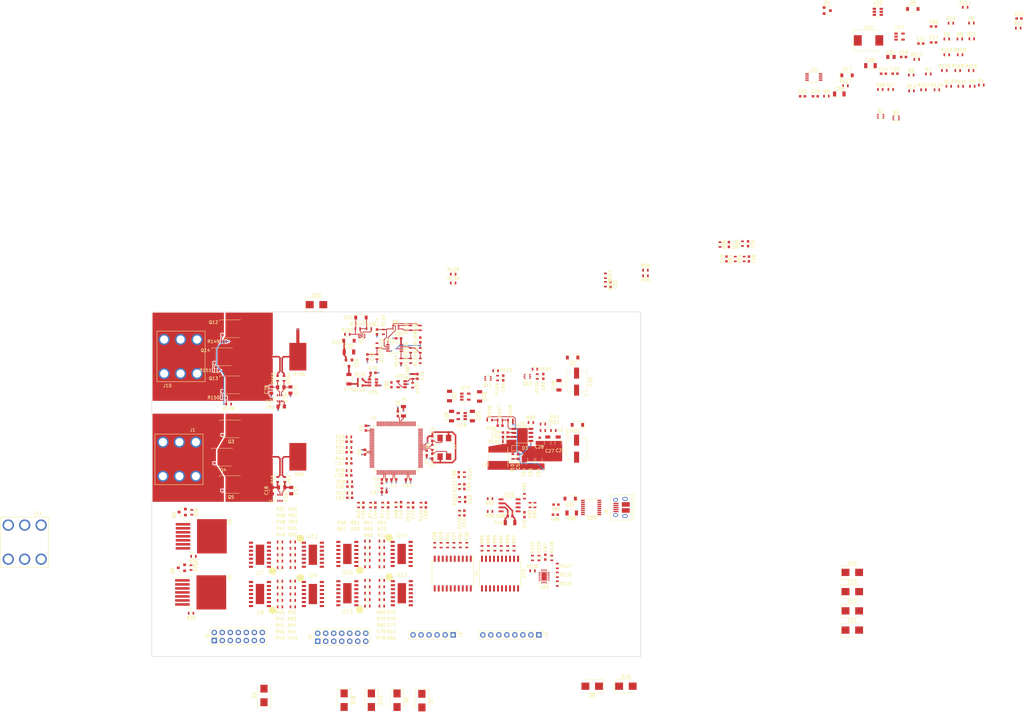
<source format=kicad_pcb>
(kicad_pcb (version 4) (host pcbnew 4.0.6)
  (layers (0 F.Cu signal) (1 In1.Cu power hide) (2 In2.Cu power) (31 B.Cu signal) (35 F.Paste user) (37 F.SilkS user) (39 F.Mask user hide) (44 Edge.Cuts user))
  (net 0 "")
  (net 1 +3V3)
  (net 2 "Net-(C3-Pad1)")
  (net 3 "Net-(C4-Pad1)")
  (net 4 +3.3VA)
  (net 5 "Net-(C9-Pad1)")
  (net 6 12V_MONITOR)
  (net 7 "Net-(C11-Pad1)")
  (net 8 "Net-(C14-Pad2)")
  (net 9 BATT_ISENSE)
  (net 10 "Net-(C16-Pad1)")
  (net 11 "Net-(C16-Pad2)")
  (net 12 "Net-(C19-Pad1)")
  (net 13 +12P)
  (net 14 +3.3VP)
  (net 15 +5V)
  (net 16 /TopLevel/PowerRails/buck_input)
  (net 17 /TopLevel/PowerRails/buck_ss)
  (net 18 "Net-(C30-Pad1)")
  (net 19 AUX_PORT_ISENSE)
  (net 20 HORN_ISENSE)
  (net 21 TAILLIGHT_ISENSE)
  (net 22 HEADLIGHT_ISENSE)
  (net 23 HEATER_ISENSE)
  (net 24 PUMP_ISENSE)
  (net 25 RADIATOR_OUTPUT_TEMP_AI)
  (net 26 RADIATOR_INPUT_TEMP_AI)
  (net 27 RADIATOR_OUTPUT_TEMP_OUT)
  (net 28 RADIATOR_INPUT_TEMP_OUT)
  (net 29 ECU_1_ISENSE)
  (net 30 ECU_2_ISENSE)
  (net 31 LOCK_ISENSE)
  (net 32 /TopLevel/PowerRails/buck_bt)
  (net 33 "Net-(C50-Pad1)")
  (net 34 "Net-(C51-Pad2)")
  (net 35 12P_MONITOR)
  (net 36 /TopLevel/PowerRails/buck_fb)
  (net 37 "Net-(C53-Pad1)")
  (net 38 "Net-(C58-Pad1)")
  (net 39 "Net-(C58-Pad2)")
  (net 40 /TopLevel/PowerInput/ChargePump)
  (net 41 "Net-(C60-Pad1)")
  (net 42 FAN_ISENSE)
  (net 43 FAN_SPEED_1_OUT)
  (net 44 FAN_SPEED_2_OUT)
  (net 45 PUMP_SPEED_1_OUT)
  (net 46 PUMP_SPEED_2_OUT)
  (net 47 "Net-(C67-Pad1)")
  (net 48 IC_CONTROLLER_ISENSE)
  (net 49 "Net-(C69-Pad1)")
  (net 50 "Net-(C71-Pad1)")
  (net 51 "Net-(C71-Pad2)")
  (net 52 /TopLevel/DCDC/ChargePump)
  (net 53 "Net-(C73-Pad1)")
  (net 54 "Net-(C74-Pad2)")
  (net 55 DCDC_ISENSE)
  (net 56 "Net-(C76-Pad1)")
  (net 57 "Net-(C76-Pad2)")
  (net 58 "Net-(C79-Pad1)")
  (net 59 DIVIDER_EN)
  (net 60 "Net-(C84-Pad2)")
  (net 61 USB_5V)
  (net 62 +12V)
  (net 63 /TopLevel/PowerRails/buck_sw)
  (net 64 HORN_OUT)
  (net 65 PUMP_2_OUT)
  (net 66 PUMP_1_OUT)
  (net 67 "Net-(D8-Pad1)")
  (net 68 "Net-(D8-Pad2)")
  (net 69 STEERING_COLUMN_LOCK_OUT)
  (net 70 CHARGE_PORT_RELEASE_OUT)
  (net 71 CHARGER_CONTACTOR_OUT)
  (net 72 PRECHARGE_RELAY_OUT)
  (net 73 BATTERY_CONTACTOR_OUT)
  (net 74 DCDC_CONTACTOR_OUT)
  (net 75 +BATT)
  (net 76 FAN_2_OUT)
  (net 77 FAN_1_OUT)
  (net 78 "Net-(D21-Pad1)")
  (net 79 "Net-(D21-Pad2)")
  (net 80 DCDC)
  (net 81 USB_D-)
  (net 82 USB_D+)
  (net 83 "Net-(J8-Pad4)")
  (net 84 AUX_PORT_EN)
  (net 85 "Net-(Q8-Pad3)")
  (net 86 HORN_EN)
  (net 87 "Net-(Q9-Pad3)")
  (net 88 BATT_EN)
  (net 89 "Net-(Q17-Pad1)")
  (net 90 +5P)
  (net 91 "Net-(Q1-Pad1)")
  (net 92 "Net-(R10-Pad1)")
  (net 93 "Net-(R12-Pad1)")
  (net 94 "Net-(R14-Pad1)")
  (net 95 "Net-(R15-Pad1)")
  (net 96 "Net-(R20-Pad1)")
  (net 97 FAN_2_EN)
  (net 98 "Net-(R21-Pad1)")
  (net 99 DIAG_SELECT)
  (net 100 "Net-(R22-Pad1)")
  (net 101 /TopLevel/PowerRails/buck_uvlo)
  (net 102 "Net-(R27-Pad1)")
  (net 103 TURN_SIGNAL_RR_EN)
  (net 104 "Net-(R28-Pad1)")
  (net 105 TURN_SIGNAL_RL_EN)
  (net 106 "Net-(R29-Pad1)")
  (net 107 TURN_SIGNAL_L_STATUS)
  (net 108 "Net-(R30-Pad1)")
  (net 109 TURN_SIGNAL_FR_EN)
  (net 110 "Net-(R31-Pad1)")
  (net 111 TURN_SGINAL_FL_EN)
  (net 112 "Net-(R32-Pad1)")
  (net 113 TURN_SIGNAL_R_STATUS)
  (net 114 "Net-(R33-Pad1)")
  (net 115 "Net-(R34-Pad1)")
  (net 116 "Net-(R37-Pad1)")
  (net 117 BRAKE_LIGHT_EN)
  (net 118 "Net-(R38-Pad1)")
  (net 119 "Net-(R39-Pad1)")
  (net 120 "Net-(R40-Pad1)")
  (net 121 HEADLIGHT_LO_EN)
  (net 122 "Net-(R41-Pad1)")
  (net 123 "Net-(R42-Pad1)")
  (net 124 "Net-(R43-Pad1)")
  (net 125 HEATED_SEAT_EN)
  (net 126 "Net-(R44-Pad1)")
  (net 127 "Net-(R45-Pad1)")
  (net 128 "Net-(R46-Pad1)")
  (net 129 TAILLIGHT_EN)
  (net 130 "Net-(R47-Pad1)")
  (net 131 DIAG_EN)
  (net 132 "Net-(R49-Pad1)")
  (net 133 HEADLIGHT_HI_EN)
  (net 134 "Net-(R50-Pad1)")
  (net 135 "Net-(R52-Pad1)")
  (net 136 HEATED_GRIPS_EN)
  (net 137 "Net-(R53-Pad1)")
  (net 138 "Net-(R55-Pad1)")
  (net 139 FAN_1_EN)
  (net 140 "Net-(R56-Pad1)")
  (net 141 PUMP_2_EN)
  (net 142 "Net-(R57-Pad1)")
  (net 143 "Net-(R58-Pad1)")
  (net 144 "Net-(R59-Pad1)")
  (net 145 PUMP_1_EN)
  (net 146 "Net-(R60-Pad1)")
  (net 147 "Net-(R62-Pad1)")
  (net 148 "Net-(R66-Pad1)")
  (net 149 J1772_CONTROLLER_EN)
  (net 150 "Net-(R67-Pad1)")
  (net 151 "Net-(R68-Pad1)")
  (net 152 "Net-(R69-Pad1)")
  (net 153 CHARGE_CONTROLLER_EN)
  (net 154 "Net-(R70-Pad1)")
  (net 155 "Net-(R71-Pad1)")
  (net 156 "Net-(R72-Pad1)")
  (net 157 STEERING_COLUMN_LOCK_EN)
  (net 158 "Net-(R73-Pad1)")
  (net 159 "Net-(R74-Pad1)")
  (net 160 "Net-(R75-Pad1)")
  (net 161 BMS_CONTROLLER_EN)
  (net 162 "Net-(R76-Pad1)")
  (net 163 "Net-(R78-Pad1)")
  (net 164 MOTOR_CONTROLLER_EN)
  (net 165 "Net-(R79-Pad1)")
  (net 166 "Net-(R81-Pad1)")
  (net 167 CHARGE_PORT_RELEASE_EN)
  (net 168 "Net-(R82-Pad1)")
  (net 169 "Net-(R84-Pad1)")
  (net 170 BATTERY_CONTACTOR_EN)
  (net 171 "Net-(R85-Pad1)")
  (net 172 CHARGER_CONTACTOR_EN)
  (net 173 "Net-(R86-Pad1)")
  (net 174 CONTACT_3_4_STATUS)
  (net 175 "Net-(R87-Pad1)")
  (net 176 DCDC_CONTACTOR_EN)
  (net 177 "Net-(R88-Pad1)")
  (net 178 PRECHARGE_RELAY_EN)
  (net 179 "Net-(R89-Pad1)")
  (net 180 CONTACT_1_2_STATUS)
  (net 181 "Net-(R90-Pad1)")
  (net 182 CAN_RX)
  (net 183 "Net-(R91-Pad1)")
  (net 184 CAN_SLEEP)
  (net 185 "Net-(R92-Pad1)")
  (net 186 CAN_TX)
  (net 187 "Net-(R93-Pad1)")
  (net 188 CAN_P)
  (net 189 CAN_N)
  (net 190 ~RESET)
  (net 191 "Net-(R96-Pad1)")
  (net 192 /TopLevel/PowerRails/buck_freq)
  (net 193 BATT_~FAULT)
  (net 194 "Net-(R114-Pad2)")
  (net 195 "Net-(R116-Pad1)")
  (net 196 "Net-(R119-Pad2)")
  (net 197 "Net-(R120-Pad2)")
  (net 198 FAN_SPEED_1_PWM)
  (net 199 FAN_SPEED_2_PWM)
  (net 200 PUMP_SPEED_1_PWM)
  (net 201 PUMP_SPEED_2_PWM)
  (net 202 "Net-(R125-Pad1)")
  (net 203 "Net-(R126-Pad1)")
  (net 204 "Net-(R128-Pad2)")
  (net 205 "Net-(R129-Pad2)")
  (net 206 IC_CONTROLLER_SLEEP)
  (net 207 IC_CONTROLLER_~FLT)
  (net 208 "Net-(R133-Pad2)")
  (net 209 "Net-(R135-Pad1)")
  (net 210 "Net-(Q6-Pad2)")
  (net 211 DCDC_EN)
  (net 212 DCDC_~FAULT)
  (net 213 "Net-(R142-Pad2)")
  (net 214 "Net-(R143-Pad2)")
  (net 215 "Net-(R148-Pad2)")
  (net 216 "Net-(R152-Pad1)")
  (net 217 "Net-(R154-Pad1)")
  (net 218 "Net-(R155-Pad1)")
  (net 219 "Net-(U1-Pad1)")
  (net 220 "Net-(U1-Pad7)")
  (net 221 "Net-(U1-Pad8)")
  (net 222 "Net-(U1-Pad9)")
  (net 223 UART_TX)
  (net 224 UART_RX)
  (net 225 "Net-(U1-Pad40)")
  (net 226 "Net-(U1-Pad54)")
  (net 227 "Net-(U1-Pad56)")
  (net 228 "Net-(U1-Pad57)")
  (net 229 PGED)
  (net 230 PGEC)
  (net 231 "Net-(U1-Pad89)")
  (net 232 "Net-(U1-Pad90)")
  (net 233 "Net-(U1-Pad92)")
  (net 234 SW_EN)
  (net 235 "Net-(U1-Pad95)")
  (net 236 "Net-(U1-Pad96)")
  (net 237 "Net-(U1-Pad97)")
  (net 238 "Net-(U17-Pad1)")
  (net 239 "Net-(U4-Pad6)")
  (net 240 TURN_SIGNAL_RL_OUT)
  (net 241 TURN_SIGNAL_FL_OUT)
  (net 242 TURN_SIGNAL_RR_OUT)
  (net 243 TURN_SIGNAL_FR_OUT)
  (net 244 AUX_PORT_OUT)
  (net 245 TAILLIGHT_OUT)
  (net 246 "Net-(U7-Pad11)")
  (net 247 BRAKE_LIGHT_OUT)
  (net 248 "Net-(U7-Pad7)")
  (net 249 HEADLIGHT_HI_OUT)
  (net 250 "Net-(U8-Pad11)")
  (net 251 HEADLIGHT_LO_OUT)
  (net 252 "Net-(U8-Pad7)")
  (net 253 HEATED_GRIPS_OUT)
  (net 254 "Net-(U9-Pad11)")
  (net 255 HEATED_SEAT_OUT)
  (net 256 "Net-(U9-Pad7)")
  (net 257 "Net-(U10-Pad11)")
  (net 258 "Net-(U10-Pad7)")
  (net 259 "Net-(U11-Pad11)")
  (net 260 "Net-(U11-Pad7)")
  (net 261 BMS_CONTROLLER_OUT)
  (net 262 "Net-(U12-Pad11)")
  (net 263 J1772_CONTROLLER_OUT)
  (net 264 "Net-(U12-Pad7)")
  (net 265 MOTOR_CONTROLLER_OUT)
  (net 266 "Net-(U13-Pad11)")
  (net 267 CHARGE_CONTROLLER_OUT)
  (net 268 "Net-(U13-Pad7)")
  (net 269 "Net-(U14-Pad11)")
  (net 270 "Net-(U14-Pad7)")
  (net 271 "Net-(U15-Pad6)")
  (net 272 "Net-(U23-Pad2)")
  (net 273 IC_CONTROLLER_OUT)
  (net 274 "Net-(U27-Pad1)")
  (net 275 "Net-(U29-Pad2)")
  (net 276 "Net-(U29-Pad10)")
  (net 277 "Net-(U29-Pad6)")
  (net 278 "Net-(U29-Pad7)")
  (net 279 "Net-(U29-Pad14)")
  (net 280 "Net-(U29-Pad15)")
  (net 281 "Net-(U29-Pad16)")
  (net 282 GND)
  (net 283 "Net-(Q1-Pad6)")
  (net 284 "Net-(Q2-Pad5)")
  (net 285 "Net-(Q2-Pad2)")
  (net 286 "Net-(Q6-Pad1)")
  (net 287 "Net-(Q6-Pad5)")
  (net 288 "Net-(Q7-Pad6)")
  (net 289 "Net-(Q3-Pad4)")
  (net 290 "Net-(Q3-Pad5)")
  (net 291 "Net-(Q4-Pad4)")
  (net 292 "Net-(Q5-Pad4)")
  (net 293 "Net-(Q12-Pad4)")
  (net 294 "Net-(Q12-Pad5)")
  (net 295 "Net-(Q13-Pad4)")
  (net 296 "Net-(Q14-Pad4)")
  (net 297 "Net-(Q10-Pad6)")
  (net 298 "Net-(Q11-Pad6)")
  (net 299 /TopLevel/PowerRails/buck_holdup)
  (net 300 "Net-(J2-Pad3)")
  (net 301 "Net-(J2-Pad8)")
  (net 302 "Net-(J3-Pad6)")
  (net 303 "Net-(J5-Pad13)")
  (net 304 "Net-(J5-Pad14)")
  (net 305 "Net-(J9-Pad13)")
  (net 306 "Net-(J9-Pad14)")
  (module Crystals:Crystal_SMD_7050-4pin_7.0x5.0mm (layer F.Cu) (at 128.27 88.646 270)
    (fp_text reference Y1 (at -0.254 -3.7 270) (layer F.SilkS))
    (fp_text value 8MHz)
    (pad 1 smd rect (at -2.95 1.35 270) (size 2.1 1.7) (layers F.Cu F.Paste F.Mask) (net 2 "Net-(C3-Pad1)"))
    (pad 2 smd rect (at 2.95 1.35 270) (size 2.1 1.7) (layers F.Cu F.Paste F.Mask) (net 282 GND))
    (pad 3 smd rect (at 2.95 -1.35 270) (size 2.1 1.7) (layers F.Cu F.Paste F.Mask) (net 3 "Net-(C4-Pad1)"))
    (pad 4 smd rect (at -2.95 -1.35 270) (size 2.1 1.7) (layers F.Cu F.Paste F.Mask) (net 282 GND))
  )
  (module Footprints:PSR500 (layer F.Cu) (at 76.454 59.944 180)
    (fp_text reference R156 (at -5.842 -5.5626 180) (layer F.SilkS))
    (fp_text value 0m4)
    (pad 1 smd rect (at -5.4 2.0574 180) (size 4.8 3.8) (layers F.Cu F.Paste) (net 62 +12V))
    (pad 1 smd rect (at -5.4 0.0254 180) (size 5.4 8.75) (layers F.Cu F.Mask) (net 62 +12V))
    (pad 4 smd rect (at 5.4 0.0254 180) (size 5.4 8.75) (layers F.Cu F.Mask) (net 294 "Net-(Q12-Pad5)"))
    (pad 4 smd rect (at 5.4 -2.0066 180) (size 4.8 3.8) (layers F.Cu F.Paste) (net 294 "Net-(Q12-Pad5)"))
    (pad 1 smd rect (at -5.4 -2.0066 180) (size 4.8 3.8) (layers F.Cu F.Paste) (net 62 +12V))
    (pad 4 smd rect (at 5.4 2.0574 180) (size 4.8 3.8) (layers F.Cu F.Paste) (net 294 "Net-(Q12-Pad5)"))
    (pad 2 smd rect (at -2.54 0.0254 180) (size 0.5 0.5) (layers F.Cu F.Mask) (net 217 "Net-(R154-Pad1)"))
    (pad 3 smd rect (at 2.54 0.0254 180) (size 0.5 0.5) (layers F.Cu F.Mask) (net 218 "Net-(R155-Pad1)"))
  )
  (module Footprints:PSR500 (layer F.Cu) (at 76.454 91.6686 180)
    (fp_text reference R16 (at -5.842 -5.5626 180) (layer F.SilkS))
    (fp_text value 0m4)
    (pad 1 smd rect (at -5.4 2.0574 180) (size 4.8 3.8) (layers F.Cu F.Paste) (net 62 +12V))
    (pad 1 smd rect (at -5.4 0.0254 180) (size 5.4 8.75) (layers F.Cu F.Mask) (net 62 +12V))
    (pad 4 smd rect (at 5.4 0.0254 180) (size 5.4 8.75) (layers F.Cu F.Mask) (net 290 "Net-(Q3-Pad5)"))
    (pad 4 smd rect (at 5.4 -2.0066 180) (size 4.8 3.8) (layers F.Cu F.Paste) (net 290 "Net-(Q3-Pad5)"))
    (pad 1 smd rect (at -5.4 -2.0066 180) (size 4.8 3.8) (layers F.Cu F.Paste) (net 62 +12V))
    (pad 4 smd rect (at 5.4 2.0574 180) (size 4.8 3.8) (layers F.Cu F.Paste) (net 290 "Net-(Q3-Pad5)"))
    (pad 2 smd rect (at -2.54 0.0254 180) (size 0.5 0.5) (layers F.Cu F.Mask) (net 94 "Net-(R14-Pad1)"))
    (pad 3 smd rect (at 2.54 0.0254 180) (size 0.5 0.5) (layers F.Cu F.Mask) (net 95 "Net-(R15-Pad1)"))
  )
  (module Housings_SSOP:SSOP-16_3.9x4.9mm_Pitch0.635mm (layer F.Cu) (at 174.787998 107.698001 180)
    (fp_text reference U29 (at 0 -3.5 180) (layer F.SilkS))
    (fp_text value FT230X)
    (pad 1 smd rect (at -2.6 -2.2225 180) (size 1.2 0.4) (layers F.Cu F.Paste F.Mask) (net 224 UART_RX))
    (pad 2 smd rect (at -2.6 -1.5875 180) (size 1.2 0.4) (layers F.Cu F.Paste F.Mask) (net 275 "Net-(U29-Pad2)"))
    (pad 3 smd rect (at -2.6 -0.9525 180) (size 1.2 0.4) (layers F.Cu F.Paste F.Mask) (net 276 "Net-(U29-Pad10)"))
    (pad 4 smd rect (at -2.6 -0.3175 180) (size 1.2 0.4) (layers F.Cu F.Paste F.Mask) (net 223 UART_TX))
    (pad 5 smd rect (at -2.6 0.3175 180) (size 1.2 0.4) (layers F.Cu F.Paste F.Mask) (net 282 GND))
    (pad 6 smd rect (at -2.6 0.9525 180) (size 1.2 0.4) (layers F.Cu F.Paste F.Mask) (net 277 "Net-(U29-Pad6)"))
    (pad 7 smd rect (at -2.6 1.5875 180) (size 1.2 0.4) (layers F.Cu F.Paste F.Mask) (net 278 "Net-(U29-Pad7)"))
    (pad 8 smd rect (at -2.6 2.2225 180) (size 1.2 0.4) (layers F.Cu F.Paste F.Mask) (net 82 USB_D+))
    (pad 9 smd rect (at 2.6 2.2225 180) (size 1.2 0.4) (layers F.Cu F.Paste F.Mask) (net 81 USB_D-))
    (pad 10 smd rect (at 2.6 1.5875 180) (size 1.2 0.4) (layers F.Cu F.Paste F.Mask) (net 276 "Net-(U29-Pad10)"))
    (pad 11 smd rect (at 2.6 0.9525 180) (size 1.2 0.4) (layers F.Cu F.Paste F.Mask) (net 276 "Net-(U29-Pad10)"))
    (pad 12 smd rect (at 2.6 0.3175 180) (size 1.2 0.4) (layers F.Cu F.Paste F.Mask) (net 61 USB_5V))
    (pad 13 smd rect (at 2.6 -0.3175 180) (size 1.2 0.4) (layers F.Cu F.Paste F.Mask) (net 282 GND))
    (pad 14 smd rect (at 2.6 -0.9525 180) (size 1.2 0.4) (layers F.Cu F.Paste F.Mask) (net 279 "Net-(U29-Pad14)"))
    (pad 15 smd rect (at 2.6 -1.5875 180) (size 1.2 0.4) (layers F.Cu F.Paste F.Mask) (net 280 "Net-(U29-Pad15)"))
    (pad 16 smd rect (at 2.6 -2.2225 180) (size 1.2 0.4) (layers F.Cu F.Paste F.Mask) (net 281 "Net-(U29-Pad16)"))
  )
  (module TO_SOT_Packages_SMD:SOT-23-5 (layer F.Cu) (at 114.724 68.646 180)
    (fp_text reference U28 (at 0.678 2.606 180) (layer F.SilkS))
    (fp_text value OPA320-Q1)
    (pad 1 smd rect (at -1.1 -0.95 180) (size 1.06 0.65) (layers F.Cu F.Paste F.Mask) (net 274 "Net-(U27-Pad1)"))
    (pad 2 smd rect (at -1.1 0 180) (size 1.06 0.65) (layers F.Cu F.Paste F.Mask) (net 282 GND))
    (pad 3 smd rect (at -1.1 0.95 180) (size 1.06 0.65) (layers F.Cu F.Paste F.Mask) (net 58 "Net-(C79-Pad1)"))
    (pad 4 smd rect (at 1.1 0.95 180) (size 1.06 0.65) (layers F.Cu F.Paste F.Mask) (net 274 "Net-(U27-Pad1)"))
    (pad 5 smd rect (at 1.1 -0.95 180) (size 1.06 0.65) (layers F.Cu F.Paste F.Mask) (net 14 +3.3VP))
  )
  (module TO_SOT_Packages_SMD:SOT-363_SC-70-6 (layer F.Cu) (at 76.073 73.086 90)
    (fp_text reference U27 (at -0.955 -2.921 180) (layer F.SilkS))
    (fp_text value INA21x)
    (pad 1 smd rect (at -0.95 -0.65 90) (size 0.65 0.4) (layers F.Cu F.Paste F.Mask) (net 274 "Net-(U27-Pad1)"))
    (pad 3 smd rect (at -0.95 0.65 90) (size 0.65 0.4) (layers F.Cu F.Paste F.Mask) (net 13 +12P))
    (pad 5 smd rect (at 0.95 0 90) (size 0.65 0.4) (layers F.Cu F.Paste F.Mask) (net 56 "Net-(C76-Pad1)"))
    (pad 2 smd rect (at -0.95 0 90) (size 0.65 0.4) (layers F.Cu F.Paste F.Mask) (net 282 GND))
    (pad 4 smd rect (at 0.95 0.65 90) (size 0.65 0.4) (layers F.Cu F.Paste F.Mask) (net 57 "Net-(C76-Pad2)"))
    (pad 6 smd rect (at 0.95 -0.65 90) (size 0.65 0.4) (layers F.Cu F.Paste F.Mask) (net 216 "Net-(R152-Pad1)"))
  )
  (module TO_SOT_Packages_SMD:SOT-23-6 (layer F.Cu) (at 105.664 68.072)
    (fp_text reference U25 (at 0 3.048) (layer F.SilkS))
    (fp_text value UCC27511A-Q1)
    (pad 1 smd rect (at -1.1 -0.95) (size 1.06 0.65) (layers F.Cu F.Paste F.Mask) (net 13 +12P))
    (pad 2 smd rect (at -1.1 0) (size 1.06 0.65) (layers F.Cu F.Paste F.Mask) (net 213 "Net-(R142-Pad2)"))
    (pad 3 smd rect (at -1.1 0.95) (size 1.06 0.65) (layers F.Cu F.Paste F.Mask) (net 214 "Net-(R143-Pad2)"))
    (pad 4 smd rect (at 1.1 0.95) (size 1.06 0.65) (layers F.Cu F.Paste F.Mask) (net 282 GND))
    (pad 6 smd rect (at 1.1 -0.95) (size 1.06 0.65) (layers F.Cu F.Paste F.Mask) (net 209 "Net-(R135-Pad1)"))
    (pad 5 smd rect (at 1.1 0) (size 1.06 0.65) (layers F.Cu F.Paste F.Mask) (net 282 GND))
  )
  (module Housings_DFN_QFN:QFN-20-1EP_3x4mm_Pitch0.5mm (layer F.Cu) (at 159.89 129.544)
    (fp_text reference U23 (at 0 3.298) (layer F.SilkS))
    (fp_text value tps25940-q1)
    (pad 1 smd rect (at -1.4 -1.25) (size 0.7 0.25) (layers F.Cu F.Paste F.Mask) (net 206 IC_CONTROLLER_SLEEP))
    (pad 2 smd rect (at -1.4 -0.75) (size 0.7 0.25) (layers F.Cu F.Paste F.Mask) (net 272 "Net-(U23-Pad2)"))
    (pad 3 smd rect (at -1.4 -0.25) (size 0.7 0.25) (layers F.Cu F.Paste F.Mask) (net 282 GND))
    (pad 4 smd rect (at -1.4 0.25) (size 0.7 0.25) (layers F.Cu F.Paste F.Mask) (net 273 IC_CONTROLLER_OUT))
    (pad 5 smd rect (at -1.4 0.75) (size 0.7 0.25) (layers F.Cu F.Paste F.Mask) (net 273 IC_CONTROLLER_OUT))
    (pad 6 smd rect (at -1.4 1.25) (size 0.7 0.25) (layers F.Cu F.Paste F.Mask) (net 273 IC_CONTROLLER_OUT))
    (pad 7 smd rect (at -0.75 1.9 90) (size 0.7 0.25) (layers F.Cu F.Paste F.Mask) (net 273 IC_CONTROLLER_OUT))
    (pad 8 smd rect (at -0.25 1.9 90) (size 0.7 0.25) (layers F.Cu F.Paste F.Mask) (net 273 IC_CONTROLLER_OUT))
    (pad 9 smd rect (at 0.25 1.9 90) (size 0.7 0.25) (layers F.Cu F.Paste F.Mask) (net 62 +12V))
    (pad 10 smd rect (at 0.75 1.9 90) (size 0.7 0.25) (layers F.Cu F.Paste F.Mask) (net 62 +12V))
    (pad 11 smd rect (at 1.4 1.25) (size 0.7 0.25) (layers F.Cu F.Paste F.Mask) (net 62 +12V))
    (pad 12 smd rect (at 1.4 0.75) (size 0.7 0.25) (layers F.Cu F.Paste F.Mask) (net 62 +12V))
    (pad 13 smd rect (at 1.4 0.25) (size 0.7 0.25) (layers F.Cu F.Paste F.Mask) (net 62 +12V))
    (pad 14 smd rect (at 1.4 -0.25) (size 0.7 0.25) (layers F.Cu F.Paste F.Mask) (net 202 "Net-(R125-Pad1)"))
    (pad 15 smd rect (at 1.4 -0.75) (size 0.7 0.25) (layers F.Cu F.Paste F.Mask) (net 203 "Net-(R126-Pad1)"))
    (pad 16 smd rect (at 1.4 -1.25) (size 0.7 0.25) (layers F.Cu F.Paste F.Mask) (net 282 GND))
    (pad 17 smd rect (at 0.75 -1.9 90) (size 0.7 0.25) (layers F.Cu F.Paste F.Mask) (net 204 "Net-(R128-Pad2)"))
    (pad 18 smd rect (at 0.25 -1.9 90) (size 0.7 0.25) (layers F.Cu F.Paste F.Mask) (net 47 "Net-(C67-Pad1)"))
    (pad 19 smd rect (at -0.25 -1.9 90) (size 0.7 0.25) (layers F.Cu F.Paste F.Mask) (net 205 "Net-(R129-Pad2)"))
    (pad 20 smd rect (at -0.75 -1.9 90) (size 0.7 0.25) (layers F.Cu F.Paste F.Mask) (net 207 IC_CONTROLLER_~FLT))
    (pad 21 smd rect (at 0.4125 0.6625) (size 0.825 1.325) (layers F.Cu F.Paste F.Mask) (net 282 GND))
    (pad 21 smd rect (at 0.4125 -0.6625) (size 0.825 1.325) (layers F.Cu F.Paste F.Mask) (net 282 GND))
    (pad 21 smd rect (at -0.4125 0.6625) (size 0.825 1.325) (layers F.Cu F.Paste F.Mask) (net 282 GND))
    (pad 21 smd rect (at -0.4125 -0.6625) (size 0.825 1.325) (layers F.Cu F.Paste F.Mask) (net 282 GND))
  )
  (module TO_SOT_Packages_SMD:SOT-23-6 (layer F.Cu) (at 265.633382 -49.358001)
    (fp_text reference U22 (at 0 -2.9) (layer F.SilkS))
    (fp_text value UCC27511A-Q1)
    (pad 1 smd rect (at -1.1 -0.95) (size 1.06 0.65) (layers F.Cu F.Paste F.Mask) (net 13 +12P))
    (pad 2 smd rect (at -1.1 0) (size 1.06 0.65) (layers F.Cu F.Paste F.Mask) (net 196 "Net-(R119-Pad2)"))
    (pad 3 smd rect (at -1.1 0.95) (size 1.06 0.65) (layers F.Cu F.Paste F.Mask) (net 197 "Net-(R120-Pad2)"))
    (pad 4 smd rect (at 1.1 0.95) (size 1.06 0.65) (layers F.Cu F.Paste F.Mask) (net 282 GND))
    (pad 6 smd rect (at 1.1 -0.95) (size 1.06 0.65) (layers F.Cu F.Paste F.Mask) (net 195 "Net-(R116-Pad1)"))
    (pad 5 smd rect (at 1.1 0) (size 1.06 0.65) (layers F.Cu F.Paste F.Mask) (net 282 GND))
  )
  (module Housings_SSOP:TSSOP-8_3x3mm_Pitch0.65mm (layer F.Cu) (at 112.522 57.15)
    (fp_text reference U21 (at -1.524 -2.54) (layer F.SilkS))
    (fp_text value LM2903QDRQ1)
    (pad 1 smd rect (at -2.15 -0.975) (size 1.1 0.4) (layers F.Cu F.Paste F.Mask) (net 286 "Net-(Q6-Pad1)"))
    (pad 2 smd rect (at -2.15 -0.325) (size 1.1 0.4) (layers F.Cu F.Paste F.Mask) (net 54 "Net-(C74-Pad2)"))
    (pad 3 smd rect (at -2.15 0.325) (size 1.1 0.4) (layers F.Cu F.Paste F.Mask) (net 53 "Net-(C73-Pad1)"))
    (pad 4 smd rect (at -2.15 0.975) (size 1.1 0.4) (layers F.Cu F.Paste F.Mask) (net 282 GND))
    (pad 5 smd rect (at 2.15 0.975) (size 1.1 0.4) (layers F.Cu F.Paste F.Mask) (net 208 "Net-(R133-Pad2)"))
    (pad 6 smd rect (at 2.15 0.325) (size 1.1 0.4) (layers F.Cu F.Paste F.Mask) (net 49 "Net-(C69-Pad1)"))
    (pad 7 smd rect (at 2.15 -0.325) (size 1.1 0.4) (layers F.Cu F.Paste F.Mask) (net 209 "Net-(R135-Pad1)"))
    (pad 8 smd rect (at 2.15 -0.975) (size 1.1 0.4) (layers F.Cu F.Paste F.Mask) (net 13 +12P))
  )
  (module Housings_SOIC:Diodes_PSOP-8 (layer F.Cu) (at 152.995 84.698 180)
    (fp_text reference U20 (at 0.468 3.418 180) (layer F.SilkS))
    (fp_text value LMR140x0)
    (pad 1 smd rect (at -2.7 -1.905 180) (size 1.5 0.65) (layers F.Cu F.Paste F.Mask) (net 32 /TopLevel/PowerRails/buck_bt))
    (pad 2 smd rect (at -2.7 -0.635 180) (size 1.5 0.65) (layers F.Cu F.Paste F.Mask) (net 16 /TopLevel/PowerRails/buck_input))
    (pad 3 smd rect (at -2.7 0.635 180) (size 1.5 0.65) (layers F.Cu F.Paste F.Mask) (net 101 /TopLevel/PowerRails/buck_uvlo))
    (pad 4 smd rect (at -2.7 1.905 180) (size 1.5 0.65) (layers F.Cu F.Paste F.Mask) (net 192 /TopLevel/PowerRails/buck_freq))
    (pad 5 smd rect (at 2.7 1.905 180) (size 1.5 0.65) (layers F.Cu F.Paste F.Mask) (net 36 /TopLevel/PowerRails/buck_fb))
    (pad 6 smd rect (at 2.7 0.635 180) (size 1.5 0.65) (layers F.Cu F.Paste F.Mask) (net 17 /TopLevel/PowerRails/buck_ss))
    (pad 7 smd rect (at 2.7 -0.635 180) (size 1.5 0.65) (layers F.Cu F.Paste F.Mask) (net 282 GND))
    (pad 8 smd rect (at 2.7 -1.905 180) (size 1.5 0.65) (layers F.Cu F.Paste F.Mask) (net 63 /TopLevel/PowerRails/buck_sw))
    (pad 9 smd rect (at 0.675 0.9 180) (size 1.35 1.8) (layers F.Cu F.Paste F.Mask) (net 282 GND))
    (pad 9 smd rect (at 0.675 -0.9 180) (size 1.35 1.8) (layers F.Cu F.Paste F.Mask) (net 282 GND))
    (pad 9 smd rect (at -0.675 0.9 180) (size 1.35 1.8) (layers F.Cu F.Paste F.Mask) (net 282 GND))
    (pad 9 smd rect (at -0.675 -0.9 180) (size 1.35 1.8) (layers F.Cu F.Paste F.Mask) (net 282 GND))
  )
  (module TO_SOT_Packages_SMD:SOT-23-5 (layer F.Cu) (at 134.917 72.583)
    (fp_text reference U19 (at 0 -2.9) (layer F.SilkS))
    (fp_text value TLV70033DDC)
    (pad 1 smd rect (at -1.1 -0.95) (size 1.06 0.65) (layers F.Cu F.Paste F.Mask) (net 15 +5V))
    (pad 2 smd rect (at -1.1 0) (size 1.06 0.65) (layers F.Cu F.Paste F.Mask) (net 282 GND))
    (pad 3 smd rect (at -1.1 0.95) (size 1.06 0.65) (layers F.Cu F.Paste F.Mask) (net 234 SW_EN))
    (pad 4 smd rect (at 1.1 0.95) (size 1.06 0.65) (layers F.Cu F.Paste F.Mask))
    (pad 5 smd rect (at 1.1 -0.95) (size 1.06 0.65) (layers F.Cu F.Paste F.Mask) (net 14 +3.3VP))
  )
  (module TO_SOT_Packages_SMD:SOT-23-5 (layer F.Cu) (at 133.774 78.74 180)
    (fp_text reference U18 (at 0 -2.9 180) (layer F.SilkS))
    (fp_text value TLV70033DDC)
    (pad 1 smd rect (at -1.1 -0.95 180) (size 1.06 0.65) (layers F.Cu F.Paste F.Mask) (net 15 +5V))
    (pad 2 smd rect (at -1.1 0 180) (size 1.06 0.65) (layers F.Cu F.Paste F.Mask) (net 282 GND))
    (pad 3 smd rect (at -1.1 0.95 180) (size 1.06 0.65) (layers F.Cu F.Paste F.Mask) (net 15 +5V))
    (pad 4 smd rect (at 1.1 0.95 180) (size 1.06 0.65) (layers F.Cu F.Paste F.Mask))
    (pad 5 smd rect (at 1.1 -0.95 180) (size 1.06 0.65) (layers F.Cu F.Paste F.Mask) (net 1 +3V3))
  )
  (module TO_SOT_Packages_SMD:SOT-23-5 (layer F.Cu) (at 272.521001 -41.508001)
    (fp_text reference U17 (at 0 -2.9) (layer F.SilkS))
    (fp_text value OPA320-Q1)
    (pad 1 smd rect (at -1.1 -0.95) (size 1.06 0.65) (layers F.Cu F.Paste F.Mask) (net 238 "Net-(U17-Pad1)"))
    (pad 2 smd rect (at -1.1 0) (size 1.06 0.65) (layers F.Cu F.Paste F.Mask) (net 282 GND))
    (pad 3 smd rect (at -1.1 0.95) (size 1.06 0.65) (layers F.Cu F.Paste F.Mask) (net 12 "Net-(C19-Pad1)"))
    (pad 4 smd rect (at 1.1 0.95) (size 1.06 0.65) (layers F.Cu F.Paste F.Mask) (net 238 "Net-(U17-Pad1)"))
    (pad 5 smd rect (at 1.1 -0.95) (size 1.06 0.65) (layers F.Cu F.Paste F.Mask) (net 14 +3.3VP))
  )
  (module Housings_SOIC:SOIC-8_3.9x4.9mm_Pitch1.27mm (layer F.Cu) (at 148.935858 107.025999)
    (fp_text reference U16 (at 0 -3.5) (layer F.SilkS))
    (fp_text value MCP2562-H/SN)
    (pad 1 smd rect (at -2.7 -1.905) (size 1.55 0.6) (layers F.Cu F.Paste F.Mask) (net 185 "Net-(R92-Pad1)"))
    (pad 2 smd rect (at -2.7 -0.635) (size 1.55 0.6) (layers F.Cu F.Paste F.Mask) (net 282 GND))
    (pad 3 smd rect (at -2.7 0.635) (size 1.55 0.6) (layers F.Cu F.Paste F.Mask) (net 15 +5V))
    (pad 4 smd rect (at -2.7 1.905) (size 1.55 0.6) (layers F.Cu F.Paste F.Mask) (net 181 "Net-(R90-Pad1)"))
    (pad 5 smd rect (at 2.7 1.905) (size 1.55 0.6) (layers F.Cu F.Paste F.Mask) (net 1 +3V3))
    (pad 6 smd rect (at 2.7 0.635) (size 1.55 0.6) (layers F.Cu F.Paste F.Mask) (net 189 CAN_N))
    (pad 7 smd rect (at 2.7 -0.635) (size 1.55 0.6) (layers F.Cu F.Paste F.Mask) (net 188 CAN_P))
    (pad 8 smd rect (at 2.7 -1.905) (size 1.55 0.6) (layers F.Cu F.Paste F.Mask) (net 183 "Net-(R91-Pad1)"))
  )
  (module Housings_SOIC:SOIC-20W_7.5x12.8mm_Pitch1.27mm (layer F.Cu) (at 145.923 128.652 270)
    (fp_text reference U15 (at 0 -7.5 270) (layer F.SilkS))
    (fp_text value BTS716G)
    (pad 1 smd rect (at -4.7 -5.715 270) (size 1.95 0.6) (layers F.Cu F.Paste F.Mask) (net 62 +12V))
    (pad 2 smd rect (at -4.7 -4.445 270) (size 1.95 0.6) (layers F.Cu F.Paste F.Mask) (net 282 GND))
    (pad 3 smd rect (at -4.7 -3.175 270) (size 1.95 0.6) (layers F.Cu F.Paste F.Mask) (net 175 "Net-(R87-Pad1)"))
    (pad 4 smd rect (at -4.7 -1.905 270) (size 1.95 0.6) (layers F.Cu F.Paste F.Mask) (net 179 "Net-(R89-Pad1)"))
    (pad 5 smd rect (at -4.7 -0.635 270) (size 1.95 0.6) (layers F.Cu F.Paste F.Mask) (net 169 "Net-(R84-Pad1)"))
    (pad 6 smd rect (at -4.7 0.635 270) (size 1.95 0.6) (layers F.Cu F.Paste F.Mask) (net 271 "Net-(U15-Pad6)"))
    (pad 7 smd rect (at -4.7 1.905 270) (size 1.95 0.6) (layers F.Cu F.Paste F.Mask) (net 177 "Net-(R88-Pad1)"))
    (pad 8 smd rect (at -4.7 3.175 270) (size 1.95 0.6) (layers F.Cu F.Paste F.Mask) (net 173 "Net-(R86-Pad1)"))
    (pad 9 smd rect (at -4.7 4.445 270) (size 1.95 0.6) (layers F.Cu F.Paste F.Mask) (net 171 "Net-(R85-Pad1)"))
    (pad 10 smd rect (at -4.7 5.715 270) (size 1.95 0.6) (layers F.Cu F.Paste F.Mask) (net 62 +12V))
    (pad 11 smd rect (at 4.7 5.715 270) (size 1.95 0.6) (layers F.Cu F.Paste F.Mask) (net 62 +12V))
    (pad 12 smd rect (at 4.7 4.445 270) (size 1.95 0.6) (layers F.Cu F.Paste F.Mask) (net 62 +12V))
    (pad 13 smd rect (at 4.7 3.175 270) (size 1.95 0.6) (layers F.Cu F.Paste F.Mask) (net 71 CHARGER_CONTACTOR_OUT))
    (pad 14 smd rect (at 4.7 1.905 270) (size 1.95 0.6) (layers F.Cu F.Paste F.Mask) (net 72 PRECHARGE_RELAY_OUT))
    (pad 15 smd rect (at 4.7 0.635 270) (size 1.95 0.6) (layers F.Cu F.Paste F.Mask) (net 62 +12V))
    (pad 16 smd rect (at 4.7 -0.635 270) (size 1.95 0.6) (layers F.Cu F.Paste F.Mask) (net 62 +12V))
    (pad 17 smd rect (at 4.7 -1.905 270) (size 1.95 0.6) (layers F.Cu F.Paste F.Mask) (net 73 BATTERY_CONTACTOR_OUT))
    (pad 18 smd rect (at 4.7 -3.175 270) (size 1.95 0.6) (layers F.Cu F.Paste F.Mask) (net 74 DCDC_CONTACTOR_OUT))
    (pad 19 smd rect (at 4.7 -4.445 270) (size 1.95 0.6) (layers F.Cu F.Paste F.Mask) (net 62 +12V))
    (pad 20 smd rect (at 4.7 -5.715 270) (size 1.95 0.6) (layers F.Cu F.Paste F.Mask) (net 62 +12V))
  )
  (module Footprints:PG_DSO_14_40_EP (layer F.Cu) (at 114.757 122.428 270)
    (fp_text reference U14 (at -5.835 0 360) (layer F.SilkS) (effects (font (size 1.2 1.2))))
    (fp_text value BTS50202EKAXUMA2)
    (pad 14 smd rect (at -3.81 -2.845 270) (size 0.65 1.31) (layers F.Cu F.Paste F.Mask) (net 70 CHARGE_PORT_RELEASE_OUT))
    (pad 1 smd rect (at -3.81 2.845 270) (size 0.65 1.31) (layers F.Cu F.Paste F.Mask) (net 282 GND))
    (pad 13 smd rect (at -2.54 -2.845 270) (size 0.65 1.31) (layers F.Cu F.Paste F.Mask) (net 70 CHARGE_PORT_RELEASE_OUT))
    (pad 2 smd rect (at -2.54 2.845 270) (size 0.65 1.31) (layers F.Cu F.Paste F.Mask) (net 166 "Net-(R81-Pad1)"))
    (pad 12 smd rect (at -1.27 -2.845 270) (size 0.65 1.31) (layers F.Cu F.Paste F.Mask) (net 70 CHARGE_PORT_RELEASE_OUT))
    (pad 3 smd rect (at -1.27 2.845 270) (size 0.65 1.31) (layers F.Cu F.Paste F.Mask) (net 168 "Net-(R82-Pad1)"))
    (pad 11 smd rect (at 0 -2.845 270) (size 0.65 1.31) (layers F.Cu F.Paste F.Mask) (net 269 "Net-(U14-Pad11)"))
    (pad 4 smd rect (at 0 2.845 270) (size 0.65 1.31) (layers F.Cu F.Paste F.Mask) (net 159 "Net-(R74-Pad1)"))
    (pad 10 smd rect (at 1.27 -2.845 270) (size 0.65 1.31) (layers F.Cu F.Paste F.Mask) (net 69 STEERING_COLUMN_LOCK_OUT))
    (pad 5 smd rect (at 1.27 2.845 270) (size 0.65 1.31) (layers F.Cu F.Paste F.Mask) (net 158 "Net-(R73-Pad1)"))
    (pad 9 smd rect (at 2.54 -2.845 270) (size 0.65 1.31) (layers F.Cu F.Paste F.Mask) (net 69 STEERING_COLUMN_LOCK_OUT))
    (pad 6 smd rect (at 2.54 2.845 270) (size 0.65 1.31) (layers F.Cu F.Paste F.Mask) (net 156 "Net-(R72-Pad1)"))
    (pad 8 smd rect (at 3.81 -2.845 270) (size 0.65 1.31) (layers F.Cu F.Paste F.Mask) (net 69 STEERING_COLUMN_LOCK_OUT))
    (pad 7 smd rect (at 3.81 2.845 270) (size 0.65 1.31) (layers F.Cu F.Paste F.Mask) (net 270 "Net-(U14-Pad7)"))
    (pad TAB smd rect (at 0 0 270) (size 6.4 2.65) (layers F.Cu F.Paste F.Mask) (net 62 +12V))
  )
  (module Footprints:PG_DSO_14_40_EP (layer F.Cu) (at 97.536 134.874 90)
    (fp_text reference U13 (at -5.835 0 180) (layer F.SilkS) (effects (font (size 1.2 1.2))))
    (fp_text value BTS50202EKAXUMA2)
    (pad 14 smd rect (at -3.81 -2.845 90) (size 0.65 1.31) (layers F.Cu F.Paste F.Mask) (net 265 MOTOR_CONTROLLER_OUT))
    (pad 1 smd rect (at -3.81 2.845 90) (size 0.65 1.31) (layers F.Cu F.Paste F.Mask) (net 282 GND))
    (pad 13 smd rect (at -2.54 -2.845 90) (size 0.65 1.31) (layers F.Cu F.Paste F.Mask) (net 265 MOTOR_CONTROLLER_OUT))
    (pad 2 smd rect (at -2.54 2.845 90) (size 0.65 1.31) (layers F.Cu F.Paste F.Mask) (net 163 "Net-(R78-Pad1)"))
    (pad 12 smd rect (at -1.27 -2.845 90) (size 0.65 1.31) (layers F.Cu F.Paste F.Mask) (net 265 MOTOR_CONTROLLER_OUT))
    (pad 3 smd rect (at -1.27 2.845 90) (size 0.65 1.31) (layers F.Cu F.Paste F.Mask) (net 165 "Net-(R79-Pad1)"))
    (pad 11 smd rect (at 0 -2.845 90) (size 0.65 1.31) (layers F.Cu F.Paste F.Mask) (net 266 "Net-(U13-Pad11)"))
    (pad 4 smd rect (at 0 2.845 90) (size 0.65 1.31) (layers F.Cu F.Paste F.Mask) (net 155 "Net-(R71-Pad1)"))
    (pad 10 smd rect (at 1.27 -2.845 90) (size 0.65 1.31) (layers F.Cu F.Paste F.Mask) (net 267 CHARGE_CONTROLLER_OUT))
    (pad 5 smd rect (at 1.27 2.845 90) (size 0.65 1.31) (layers F.Cu F.Paste F.Mask) (net 154 "Net-(R70-Pad1)"))
    (pad 9 smd rect (at 2.54 -2.845 90) (size 0.65 1.31) (layers F.Cu F.Paste F.Mask) (net 267 CHARGE_CONTROLLER_OUT))
    (pad 6 smd rect (at 2.54 2.845 90) (size 0.65 1.31) (layers F.Cu F.Paste F.Mask) (net 152 "Net-(R69-Pad1)"))
    (pad 8 smd rect (at 3.81 -2.845 90) (size 0.65 1.31) (layers F.Cu F.Paste F.Mask) (net 267 CHARGE_CONTROLLER_OUT))
    (pad 7 smd rect (at 3.81 2.845 90) (size 0.65 1.31) (layers F.Cu F.Paste F.Mask) (net 268 "Net-(U13-Pad7)"))
    (pad TAB smd rect (at 0 0 90) (size 6.4 2.65) (layers F.Cu F.Paste F.Mask) (net 62 +12V))
  )
  (module Footprints:PG_DSO_14_40_EP (layer F.Cu) (at 114.808 134.874 270)
    (fp_text reference U12 (at -5.835 0 360) (layer F.SilkS) (effects (font (size 1.2 1.2))))
    (fp_text value BTS50202EKAXUMA2)
    (pad 14 smd rect (at -3.81 -2.845 270) (size 0.65 1.31) (layers F.Cu F.Paste F.Mask) (net 261 BMS_CONTROLLER_OUT))
    (pad 1 smd rect (at -3.81 2.845 270) (size 0.65 1.31) (layers F.Cu F.Paste F.Mask) (net 282 GND))
    (pad 13 smd rect (at -2.54 -2.845 270) (size 0.65 1.31) (layers F.Cu F.Paste F.Mask) (net 261 BMS_CONTROLLER_OUT))
    (pad 2 smd rect (at -2.54 2.845 270) (size 0.65 1.31) (layers F.Cu F.Paste F.Mask) (net 160 "Net-(R75-Pad1)"))
    (pad 12 smd rect (at -1.27 -2.845 270) (size 0.65 1.31) (layers F.Cu F.Paste F.Mask) (net 261 BMS_CONTROLLER_OUT))
    (pad 3 smd rect (at -1.27 2.845 270) (size 0.65 1.31) (layers F.Cu F.Paste F.Mask) (net 162 "Net-(R76-Pad1)"))
    (pad 11 smd rect (at 0 -2.845 270) (size 0.65 1.31) (layers F.Cu F.Paste F.Mask) (net 262 "Net-(U12-Pad11)"))
    (pad 4 smd rect (at 0 2.845 270) (size 0.65 1.31) (layers F.Cu F.Paste F.Mask) (net 151 "Net-(R68-Pad1)"))
    (pad 10 smd rect (at 1.27 -2.845 270) (size 0.65 1.31) (layers F.Cu F.Paste F.Mask) (net 263 J1772_CONTROLLER_OUT))
    (pad 5 smd rect (at 1.27 2.845 270) (size 0.65 1.31) (layers F.Cu F.Paste F.Mask) (net 150 "Net-(R67-Pad1)"))
    (pad 9 smd rect (at 2.54 -2.845 270) (size 0.65 1.31) (layers F.Cu F.Paste F.Mask) (net 263 J1772_CONTROLLER_OUT))
    (pad 6 smd rect (at 2.54 2.845 270) (size 0.65 1.31) (layers F.Cu F.Paste F.Mask) (net 148 "Net-(R66-Pad1)"))
    (pad 8 smd rect (at 3.81 -2.845 270) (size 0.65 1.31) (layers F.Cu F.Paste F.Mask) (net 263 J1772_CONTROLLER_OUT))
    (pad 7 smd rect (at 3.81 2.845 270) (size 0.65 1.31) (layers F.Cu F.Paste F.Mask) (net 264 "Net-(U12-Pad7)"))
    (pad TAB smd rect (at 0 0 270) (size 6.4 2.65) (layers F.Cu F.Paste F.Mask) (net 62 +12V))
  )
  (module Footprints:PG_DSO_14_40_EP (layer F.Cu) (at 86.614 122.682 270)
    (fp_text reference U11 (at -5.835 0 360) (layer F.SilkS) (effects (font (size 1.2 1.2))))
    (fp_text value BTS50202EKAXUMA2)
    (pad 14 smd rect (at -3.81 -2.845 270) (size 0.65 1.31) (layers F.Cu F.Paste F.Mask) (net 77 FAN_1_OUT))
    (pad 1 smd rect (at -3.81 2.845 270) (size 0.65 1.31) (layers F.Cu F.Paste F.Mask) (net 282 GND))
    (pad 13 smd rect (at -2.54 -2.845 270) (size 0.65 1.31) (layers F.Cu F.Paste F.Mask) (net 77 FAN_1_OUT))
    (pad 2 smd rect (at -2.54 2.845 270) (size 0.65 1.31) (layers F.Cu F.Paste F.Mask) (net 138 "Net-(R55-Pad1)"))
    (pad 12 smd rect (at -1.27 -2.845 270) (size 0.65 1.31) (layers F.Cu F.Paste F.Mask) (net 77 FAN_1_OUT))
    (pad 3 smd rect (at -1.27 2.845 270) (size 0.65 1.31) (layers F.Cu F.Paste F.Mask) (net 147 "Net-(R62-Pad1)"))
    (pad 11 smd rect (at 0 -2.845 270) (size 0.65 1.31) (layers F.Cu F.Paste F.Mask) (net 259 "Net-(U11-Pad11)"))
    (pad 4 smd rect (at 0 2.845 270) (size 0.65 1.31) (layers F.Cu F.Paste F.Mask) (net 100 "Net-(R22-Pad1)"))
    (pad 10 smd rect (at 1.27 -2.845 270) (size 0.65 1.31) (layers F.Cu F.Paste F.Mask) (net 76 FAN_2_OUT))
    (pad 5 smd rect (at 1.27 2.845 270) (size 0.65 1.31) (layers F.Cu F.Paste F.Mask) (net 98 "Net-(R21-Pad1)"))
    (pad 9 smd rect (at 2.54 -2.845 270) (size 0.65 1.31) (layers F.Cu F.Paste F.Mask) (net 76 FAN_2_OUT))
    (pad 6 smd rect (at 2.54 2.845 270) (size 0.65 1.31) (layers F.Cu F.Paste F.Mask) (net 96 "Net-(R20-Pad1)"))
    (pad 8 smd rect (at 3.81 -2.845 270) (size 0.65 1.31) (layers F.Cu F.Paste F.Mask) (net 76 FAN_2_OUT))
    (pad 7 smd rect (at 3.81 2.845 270) (size 0.65 1.31) (layers F.Cu F.Paste F.Mask) (net 260 "Net-(U11-Pad7)"))
    (pad TAB smd rect (at 0 0 270) (size 6.4 2.65) (layers F.Cu F.Paste F.Mask) (net 62 +12V))
  )
  (module Footprints:PG_DSO_14_40_EP (layer F.Cu) (at 97.536 122.428 90)
    (fp_text reference U10 (at -5.835 0 180) (layer F.SilkS) (effects (font (size 1.2 1.2))))
    (fp_text value BTS50202EKAXUMA2)
    (pad 14 smd rect (at -3.81 -2.845 90) (size 0.65 1.31) (layers F.Cu F.Paste F.Mask) (net 66 PUMP_1_OUT))
    (pad 1 smd rect (at -3.81 2.845 90) (size 0.65 1.31) (layers F.Cu F.Paste F.Mask) (net 282 GND))
    (pad 13 smd rect (at -2.54 -2.845 90) (size 0.65 1.31) (layers F.Cu F.Paste F.Mask) (net 66 PUMP_1_OUT))
    (pad 2 smd rect (at -2.54 2.845 90) (size 0.65 1.31) (layers F.Cu F.Paste F.Mask) (net 144 "Net-(R59-Pad1)"))
    (pad 12 smd rect (at -1.27 -2.845 90) (size 0.65 1.31) (layers F.Cu F.Paste F.Mask) (net 66 PUMP_1_OUT))
    (pad 3 smd rect (at -1.27 2.845 90) (size 0.65 1.31) (layers F.Cu F.Paste F.Mask) (net 146 "Net-(R60-Pad1)"))
    (pad 11 smd rect (at 0 -2.845 90) (size 0.65 1.31) (layers F.Cu F.Paste F.Mask) (net 257 "Net-(U10-Pad11)"))
    (pad 4 smd rect (at 0 2.845 90) (size 0.65 1.31) (layers F.Cu F.Paste F.Mask) (net 143 "Net-(R58-Pad1)"))
    (pad 10 smd rect (at 1.27 -2.845 90) (size 0.65 1.31) (layers F.Cu F.Paste F.Mask) (net 65 PUMP_2_OUT))
    (pad 5 smd rect (at 1.27 2.845 90) (size 0.65 1.31) (layers F.Cu F.Paste F.Mask) (net 142 "Net-(R57-Pad1)"))
    (pad 9 smd rect (at 2.54 -2.845 90) (size 0.65 1.31) (layers F.Cu F.Paste F.Mask) (net 65 PUMP_2_OUT))
    (pad 6 smd rect (at 2.54 2.845 90) (size 0.65 1.31) (layers F.Cu F.Paste F.Mask) (net 140 "Net-(R56-Pad1)"))
    (pad 8 smd rect (at 3.81 -2.845 90) (size 0.65 1.31) (layers F.Cu F.Paste F.Mask) (net 65 PUMP_2_OUT))
    (pad 7 smd rect (at 3.81 2.845 90) (size 0.65 1.31) (layers F.Cu F.Paste F.Mask) (net 258 "Net-(U10-Pad7)"))
    (pad TAB smd rect (at 0 0 90) (size 6.4 2.65) (layers F.Cu F.Paste F.Mask) (net 62 +12V))
  )
  (module Footprints:PG_DSO_14_40_EP (layer F.Cu) (at 86.614 135.128 270)
    (fp_text reference U9 (at -5.835 0 360) (layer F.SilkS) (effects (font (size 1.2 1.2))))
    (fp_text value BTS50202EKAXUMA2)
    (pad 14 smd rect (at -3.81 -2.845 270) (size 0.65 1.31) (layers F.Cu F.Paste F.Mask) (net 253 HEATED_GRIPS_OUT))
    (pad 1 smd rect (at -3.81 2.845 270) (size 0.65 1.31) (layers F.Cu F.Paste F.Mask) (net 282 GND))
    (pad 13 smd rect (at -2.54 -2.845 270) (size 0.65 1.31) (layers F.Cu F.Paste F.Mask) (net 253 HEATED_GRIPS_OUT))
    (pad 2 smd rect (at -2.54 2.845 270) (size 0.65 1.31) (layers F.Cu F.Paste F.Mask) (net 135 "Net-(R52-Pad1)"))
    (pad 12 smd rect (at -1.27 -2.845 270) (size 0.65 1.31) (layers F.Cu F.Paste F.Mask) (net 253 HEATED_GRIPS_OUT))
    (pad 3 smd rect (at -1.27 2.845 270) (size 0.65 1.31) (layers F.Cu F.Paste F.Mask) (net 137 "Net-(R53-Pad1)"))
    (pad 11 smd rect (at 0 -2.845 270) (size 0.65 1.31) (layers F.Cu F.Paste F.Mask) (net 254 "Net-(U9-Pad11)"))
    (pad 4 smd rect (at 0 2.845 270) (size 0.65 1.31) (layers F.Cu F.Paste F.Mask) (net 127 "Net-(R45-Pad1)"))
    (pad 10 smd rect (at 1.27 -2.845 270) (size 0.65 1.31) (layers F.Cu F.Paste F.Mask) (net 255 HEATED_SEAT_OUT))
    (pad 5 smd rect (at 1.27 2.845 270) (size 0.65 1.31) (layers F.Cu F.Paste F.Mask) (net 126 "Net-(R44-Pad1)"))
    (pad 9 smd rect (at 2.54 -2.845 270) (size 0.65 1.31) (layers F.Cu F.Paste F.Mask) (net 255 HEATED_SEAT_OUT))
    (pad 6 smd rect (at 2.54 2.845 270) (size 0.65 1.31) (layers F.Cu F.Paste F.Mask) (net 124 "Net-(R43-Pad1)"))
    (pad 8 smd rect (at 3.81 -2.845 270) (size 0.65 1.31) (layers F.Cu F.Paste F.Mask) (net 255 HEATED_SEAT_OUT))
    (pad 7 smd rect (at 3.81 2.845 270) (size 0.65 1.31) (layers F.Cu F.Paste F.Mask) (net 256 "Net-(U9-Pad7)"))
    (pad TAB smd rect (at 0 0 270) (size 6.4 2.65) (layers F.Cu F.Paste F.Mask) (net 62 +12V))
  )
  (module Footprints:PG_DSO_14_40_EP (layer F.Cu) (at 69.85 135.128 90)
    (fp_text reference U8 (at -5.835 0 180) (layer F.SilkS) (effects (font (size 1.2 1.2))))
    (fp_text value BTS50202EKAXUMA2)
    (pad 14 smd rect (at -3.81 -2.845 90) (size 0.65 1.31) (layers F.Cu F.Paste F.Mask) (net 249 HEADLIGHT_HI_OUT))
    (pad 1 smd rect (at -3.81 2.845 90) (size 0.65 1.31) (layers F.Cu F.Paste F.Mask) (net 282 GND))
    (pad 13 smd rect (at -2.54 -2.845 90) (size 0.65 1.31) (layers F.Cu F.Paste F.Mask) (net 249 HEADLIGHT_HI_OUT))
    (pad 2 smd rect (at -2.54 2.845 90) (size 0.65 1.31) (layers F.Cu F.Paste F.Mask) (net 132 "Net-(R49-Pad1)"))
    (pad 12 smd rect (at -1.27 -2.845 90) (size 0.65 1.31) (layers F.Cu F.Paste F.Mask) (net 249 HEADLIGHT_HI_OUT))
    (pad 3 smd rect (at -1.27 2.845 90) (size 0.65 1.31) (layers F.Cu F.Paste F.Mask) (net 134 "Net-(R50-Pad1)"))
    (pad 11 smd rect (at 0 -2.845 90) (size 0.65 1.31) (layers F.Cu F.Paste F.Mask) (net 250 "Net-(U8-Pad11)"))
    (pad 4 smd rect (at 0 2.845 90) (size 0.65 1.31) (layers F.Cu F.Paste F.Mask) (net 123 "Net-(R42-Pad1)"))
    (pad 10 smd rect (at 1.27 -2.845 90) (size 0.65 1.31) (layers F.Cu F.Paste F.Mask) (net 251 HEADLIGHT_LO_OUT))
    (pad 5 smd rect (at 1.27 2.845 90) (size 0.65 1.31) (layers F.Cu F.Paste F.Mask) (net 122 "Net-(R41-Pad1)"))
    (pad 9 smd rect (at 2.54 -2.845 90) (size 0.65 1.31) (layers F.Cu F.Paste F.Mask) (net 251 HEADLIGHT_LO_OUT))
    (pad 6 smd rect (at 2.54 2.845 90) (size 0.65 1.31) (layers F.Cu F.Paste F.Mask) (net 120 "Net-(R40-Pad1)"))
    (pad 8 smd rect (at 3.81 -2.845 90) (size 0.65 1.31) (layers F.Cu F.Paste F.Mask) (net 251 HEADLIGHT_LO_OUT))
    (pad 7 smd rect (at 3.81 2.845 90) (size 0.65 1.31) (layers F.Cu F.Paste F.Mask) (net 252 "Net-(U8-Pad7)"))
    (pad TAB smd rect (at 0 0 90) (size 6.4 2.65) (layers F.Cu F.Paste F.Mask) (net 62 +12V))
  )
  (module Footprints:PG_DSO_14_40_EP (layer F.Cu) (at 69.85 122.682 90)
    (fp_text reference U7 (at -5.835 0 180) (layer F.SilkS) (effects (font (size 1.2 1.2))))
    (fp_text value BTS50202EKAXUMA2)
    (pad 14 smd rect (at -3.81 -2.845 90) (size 0.65 1.31) (layers F.Cu F.Paste F.Mask) (net 245 TAILLIGHT_OUT))
    (pad 1 smd rect (at -3.81 2.845 90) (size 0.65 1.31) (layers F.Cu F.Paste F.Mask) (net 282 GND))
    (pad 13 smd rect (at -2.54 -2.845 90) (size 0.65 1.31) (layers F.Cu F.Paste F.Mask) (net 245 TAILLIGHT_OUT))
    (pad 2 smd rect (at -2.54 2.845 90) (size 0.65 1.31) (layers F.Cu F.Paste F.Mask) (net 128 "Net-(R46-Pad1)"))
    (pad 12 smd rect (at -1.27 -2.845 90) (size 0.65 1.31) (layers F.Cu F.Paste F.Mask) (net 245 TAILLIGHT_OUT))
    (pad 3 smd rect (at -1.27 2.845 90) (size 0.65 1.31) (layers F.Cu F.Paste F.Mask) (net 130 "Net-(R47-Pad1)"))
    (pad 11 smd rect (at 0 -2.845 90) (size 0.65 1.31) (layers F.Cu F.Paste F.Mask) (net 246 "Net-(U7-Pad11)"))
    (pad 4 smd rect (at 0 2.845 90) (size 0.65 1.31) (layers F.Cu F.Paste F.Mask) (net 119 "Net-(R39-Pad1)"))
    (pad 10 smd rect (at 1.27 -2.845 90) (size 0.65 1.31) (layers F.Cu F.Paste F.Mask) (net 247 BRAKE_LIGHT_OUT))
    (pad 5 smd rect (at 1.27 2.845 90) (size 0.65 1.31) (layers F.Cu F.Paste F.Mask) (net 118 "Net-(R38-Pad1)"))
    (pad 9 smd rect (at 2.54 -2.845 90) (size 0.65 1.31) (layers F.Cu F.Paste F.Mask) (net 247 BRAKE_LIGHT_OUT))
    (pad 6 smd rect (at 2.54 2.845 90) (size 0.65 1.31) (layers F.Cu F.Paste F.Mask) (net 116 "Net-(R37-Pad1)"))
    (pad 8 smd rect (at 3.81 -2.845 90) (size 0.65 1.31) (layers F.Cu F.Paste F.Mask) (net 247 BRAKE_LIGHT_OUT))
    (pad 7 smd rect (at 3.81 2.845 90) (size 0.65 1.31) (layers F.Cu F.Paste F.Mask) (net 248 "Net-(U7-Pad7)"))
    (pad TAB smd rect (at 0 0 90) (size 6.4 2.65) (layers F.Cu F.Paste F.Mask) (net 62 +12V))
  )
  (module TO_SOT_Packages_SMD:TO-220-7Lead_TabPin8 (layer F.Cu) (at 51.241 116.84)
    (fp_text reference U6 (at 8.957 -4.572 90) (layer F.SilkS))
    (fp_text value BTS500801TMAATMA1)
    (pad 8 smd rect (at 3.375 0) (size 9.4 10.8) (layers F.Cu F.Mask) (net 62 +12V))
    (pad 6 smd rect (at -5.775 2.54) (size 4.6 0.8) (layers F.Cu F.Paste F.Mask) (net 64 HORN_OUT))
    (pad 5 smd rect (at -5.775 1.27) (size 4.6 0.8) (layers F.Cu F.Paste F.Mask) (net 115 "Net-(R34-Pad1)"))
    (pad 3 smd rect (at -5.775 -1.27) (size 4.6 0.8) (layers F.Cu F.Paste F.Mask) (net 87 "Net-(Q9-Pad3)"))
    (pad 2 smd rect (at -5.775 -2.54) (size 4.6 0.8) (layers F.Cu F.Paste F.Mask) (net 64 HORN_OUT))
    (pad 1 smd rect (at -5.775 -3.81) (size 4.6 0.8) (layers F.Cu F.Paste F.Mask) (net 64 HORN_OUT))
    (pad 4 smd rect (at -5.775 0) (size 4.6 0.8) (layers F.Cu F.Paste F.Mask) (net 62 +12V))
    (pad 7 smd rect (at -5.775 3.81) (size 4.6 0.8) (layers F.Cu F.Paste F.Mask) (net 64 HORN_OUT))
    (pad 8 smd rect (at 1 -2.75) (size 4.6 5.3) (layers F.Cu F.Paste) (net 62 +12V))
    (pad 8 smd rect (at 5.75 -2.75) (size 4.6 5.3) (layers F.Cu F.Paste) (net 62 +12V))
    (pad 8 smd rect (at 5.75 2.75) (size 4.6 5.3) (layers F.Cu F.Paste) (net 62 +12V))
    (pad 8 smd rect (at 1 2.75) (size 4.6 5.3) (layers F.Cu F.Paste) (net 62 +12V))
  )
  (module TO_SOT_Packages_SMD:TO-220-7Lead_TabPin8 (layer F.Cu) (at 51.054 134.62)
    (fp_text reference U5 (at 9.144 -4.572 90) (layer F.SilkS))
    (fp_text value BTS500801TMAATMA1)
    (pad 8 smd rect (at 3.375 0) (size 9.4 10.8) (layers F.Cu F.Mask) (net 62 +12V))
    (pad 6 smd rect (at -5.775 2.54) (size 4.6 0.8) (layers F.Cu F.Paste F.Mask) (net 244 AUX_PORT_OUT))
    (pad 5 smd rect (at -5.775 1.27) (size 4.6 0.8) (layers F.Cu F.Paste F.Mask) (net 114 "Net-(R33-Pad1)"))
    (pad 3 smd rect (at -5.775 -1.27) (size 4.6 0.8) (layers F.Cu F.Paste F.Mask) (net 85 "Net-(Q8-Pad3)"))
    (pad 2 smd rect (at -5.775 -2.54) (size 4.6 0.8) (layers F.Cu F.Paste F.Mask) (net 244 AUX_PORT_OUT))
    (pad 1 smd rect (at -5.775 -3.81) (size 4.6 0.8) (layers F.Cu F.Paste F.Mask) (net 244 AUX_PORT_OUT))
    (pad 4 smd rect (at -5.775 0) (size 4.6 0.8) (layers F.Cu F.Paste F.Mask) (net 62 +12V))
    (pad 7 smd rect (at -5.775 3.81) (size 4.6 0.8) (layers F.Cu F.Paste F.Mask) (net 244 AUX_PORT_OUT))
    (pad 8 smd rect (at 1 -2.75) (size 4.6 5.3) (layers F.Cu F.Paste) (net 62 +12V))
    (pad 8 smd rect (at 5.75 -2.75) (size 4.6 5.3) (layers F.Cu F.Paste) (net 62 +12V))
    (pad 8 smd rect (at 5.75 2.75) (size 4.6 5.3) (layers F.Cu F.Paste) (net 62 +12V))
    (pad 8 smd rect (at 1 2.75) (size 4.6 5.3) (layers F.Cu F.Paste) (net 62 +12V))
  )
  (module Housings_SOIC:SOIC-20W_7.5x12.8mm_Pitch1.27mm (layer F.Cu) (at 130.937 128.65 270)
    (fp_text reference U4 (at 0 -7.5 270) (layer F.SilkS))
    (fp_text value BTS716G)
    (pad 1 smd rect (at -4.7 -5.715 270) (size 1.95 0.6) (layers F.Cu F.Paste F.Mask) (net 62 +12V))
    (pad 2 smd rect (at -4.7 -4.445 270) (size 1.95 0.6) (layers F.Cu F.Paste F.Mask) (net 282 GND))
    (pad 3 smd rect (at -4.7 -3.175 270) (size 1.95 0.6) (layers F.Cu F.Paste F.Mask) (net 108 "Net-(R30-Pad1)"))
    (pad 4 smd rect (at -4.7 -1.905 270) (size 1.95 0.6) (layers F.Cu F.Paste F.Mask) (net 112 "Net-(R32-Pad1)"))
    (pad 5 smd rect (at -4.7 -0.635 270) (size 1.95 0.6) (layers F.Cu F.Paste F.Mask) (net 102 "Net-(R27-Pad1)"))
    (pad 6 smd rect (at -4.7 0.635 270) (size 1.95 0.6) (layers F.Cu F.Paste F.Mask) (net 239 "Net-(U4-Pad6)"))
    (pad 7 smd rect (at -4.7 1.905 270) (size 1.95 0.6) (layers F.Cu F.Paste F.Mask) (net 110 "Net-(R31-Pad1)"))
    (pad 8 smd rect (at -4.7 3.175 270) (size 1.95 0.6) (layers F.Cu F.Paste F.Mask) (net 106 "Net-(R29-Pad1)"))
    (pad 9 smd rect (at -4.7 4.445 270) (size 1.95 0.6) (layers F.Cu F.Paste F.Mask) (net 104 "Net-(R28-Pad1)"))
    (pad 10 smd rect (at -4.7 5.715 270) (size 1.95 0.6) (layers F.Cu F.Paste F.Mask) (net 62 +12V))
    (pad 11 smd rect (at 4.7 5.715 270) (size 1.95 0.6) (layers F.Cu F.Paste F.Mask) (net 62 +12V))
    (pad 12 smd rect (at 4.7 4.445 270) (size 1.95 0.6) (layers F.Cu F.Paste F.Mask) (net 62 +12V))
    (pad 13 smd rect (at 4.7 3.175 270) (size 1.95 0.6) (layers F.Cu F.Paste F.Mask) (net 240 TURN_SIGNAL_RL_OUT))
    (pad 14 smd rect (at 4.7 1.905 270) (size 1.95 0.6) (layers F.Cu F.Paste F.Mask) (net 241 TURN_SIGNAL_FL_OUT))
    (pad 15 smd rect (at 4.7 0.635 270) (size 1.95 0.6) (layers F.Cu F.Paste F.Mask) (net 62 +12V))
    (pad 16 smd rect (at 4.7 -0.635 270) (size 1.95 0.6) (layers F.Cu F.Paste F.Mask) (net 62 +12V))
    (pad 17 smd rect (at 4.7 -1.905 270) (size 1.95 0.6) (layers F.Cu F.Paste F.Mask) (net 242 TURN_SIGNAL_RR_OUT))
    (pad 18 smd rect (at 4.7 -3.175 270) (size 1.95 0.6) (layers F.Cu F.Paste F.Mask) (net 243 TURN_SIGNAL_FR_OUT))
    (pad 19 smd rect (at 4.7 -4.445 270) (size 1.95 0.6) (layers F.Cu F.Paste F.Mask) (net 62 +12V))
    (pad 20 smd rect (at 4.7 -5.715 270) (size 1.95 0.6) (layers F.Cu F.Paste F.Mask) (net 62 +12V))
  )
  (module TO_SOT_Packages_SMD:SOT-363_SC-70-6 (layer F.Cu) (at 76.2 104.648 90)
    (fp_text reference U3 (at -1.082 -2.54 180) (layer F.SilkS))
    (fp_text value INA21x)
    (pad 1 smd rect (at -0.95 -0.65 90) (size 0.65 0.4) (layers F.Cu F.Paste F.Mask) (net 238 "Net-(U17-Pad1)"))
    (pad 3 smd rect (at -0.95 0.65 90) (size 0.65 0.4) (layers F.Cu F.Paste F.Mask) (net 13 +12P))
    (pad 5 smd rect (at 0.95 0 90) (size 0.65 0.4) (layers F.Cu F.Paste F.Mask) (net 10 "Net-(C16-Pad1)"))
    (pad 2 smd rect (at -0.95 0 90) (size 0.65 0.4) (layers F.Cu F.Paste F.Mask) (net 282 GND))
    (pad 4 smd rect (at 0.95 0.65 90) (size 0.65 0.4) (layers F.Cu F.Paste F.Mask) (net 11 "Net-(C16-Pad2)"))
    (pad 6 smd rect (at 0.95 -0.65 90) (size 0.65 0.4) (layers F.Cu F.Paste F.Mask) (net 93 "Net-(R12-Pad1)"))
  )
  (module Housings_SSOP:TSSOP-8_3x3mm_Pitch0.65mm (layer F.Cu) (at 245.355763 -28.698001)
    (fp_text reference U2 (at 0 -2.55) (layer F.SilkS))
    (fp_text value LM2903QDRQ1)
    (pad 1 smd rect (at -2.15 -0.975) (size 1.1 0.4) (layers F.Cu F.Paste F.Mask) (net 91 "Net-(Q1-Pad1)"))
    (pad 2 smd rect (at -2.15 -0.325) (size 1.1 0.4) (layers F.Cu F.Paste F.Mask) (net 8 "Net-(C14-Pad2)"))
    (pad 3 smd rect (at -2.15 0.325) (size 1.1 0.4) (layers F.Cu F.Paste F.Mask) (net 7 "Net-(C11-Pad1)"))
    (pad 4 smd rect (at -2.15 0.975) (size 1.1 0.4) (layers F.Cu F.Paste F.Mask) (net 282 GND))
    (pad 5 smd rect (at 2.15 0.975) (size 1.1 0.4) (layers F.Cu F.Paste F.Mask) (net 194 "Net-(R114-Pad2)"))
    (pad 6 smd rect (at 2.15 0.325) (size 1.1 0.4) (layers F.Cu F.Paste F.Mask) (net 41 "Net-(C60-Pad1)"))
    (pad 7 smd rect (at 2.15 -0.325) (size 1.1 0.4) (layers F.Cu F.Paste F.Mask) (net 195 "Net-(R116-Pad1)"))
    (pad 8 smd rect (at 2.15 -0.975) (size 1.1 0.4) (layers F.Cu F.Paste F.Mask) (net 13 +12P))
  )
  (module Housings_QFP:TQFP-100_14x14mm_Pitch0.5mm (layer F.Cu) (at 113.03 88.9)
    (fp_text reference U1 (at -6.985 -9.525) (layer F.SilkS))
    (fp_text value PIC33EPxxxMU810)
    (pad 1 smd rect (at -7.7 -6) (size 1.5 0.3) (layers F.Cu F.Paste F.Mask) (net 219 "Net-(U1-Pad1)"))
    (pad 2 smd rect (at -7.7 -5.5) (size 1.5 0.3) (layers F.Cu F.Paste F.Mask) (net 1 +3V3))
    (pad 3 smd rect (at -7.7 -5) (size 1.5 0.3) (layers F.Cu F.Paste F.Mask) (net 184 CAN_SLEEP))
    (pad 4 smd rect (at -7.7 -4.5) (size 1.5 0.3) (layers F.Cu F.Paste F.Mask) (net 206 IC_CONTROLLER_SLEEP))
    (pad 5 smd rect (at -7.7 -4) (size 1.5 0.3) (layers F.Cu F.Paste F.Mask) (net 193 BATT_~FAULT))
    (pad 6 smd rect (at -7.7 -3.5) (size 1.5 0.3) (layers F.Cu F.Paste F.Mask) (net 35 12P_MONITOR))
    (pad 7 smd rect (at -7.7 -3) (size 1.5 0.3) (layers F.Cu F.Paste F.Mask) (net 220 "Net-(U1-Pad7)"))
    (pad 8 smd rect (at -7.7 -2.5) (size 1.5 0.3) (layers F.Cu F.Paste F.Mask) (net 221 "Net-(U1-Pad8)"))
    (pad 9 smd rect (at -7.7 -2) (size 1.5 0.3) (layers F.Cu F.Paste F.Mask) (net 222 "Net-(U1-Pad9)"))
    (pad 10 smd rect (at -7.7 -1.5) (size 1.5 0.3) (layers F.Cu F.Paste F.Mask) (net 186 CAN_TX))
    (pad 11 smd rect (at -7.7 -1) (size 1.5 0.3) (layers F.Cu F.Paste F.Mask) (net 182 CAN_RX))
    (pad 12 smd rect (at -7.7 -0.5) (size 1.5 0.3) (layers F.Cu F.Paste F.Mask) (net 223 UART_TX))
    (pad 13 smd rect (at -7.7 0) (size 1.5 0.3) (layers F.Cu F.Paste F.Mask) (net 191 "Net-(R96-Pad1)"))
    (pad 14 smd rect (at -7.7 0.5) (size 1.5 0.3) (layers F.Cu F.Paste F.Mask) (net 224 UART_RX))
    (pad 15 smd rect (at -7.7 1) (size 1.5 0.3) (layers F.Cu F.Paste F.Mask) (net 282 GND))
    (pad 16 smd rect (at -7.7 1.5) (size 1.5 0.3) (layers F.Cu F.Paste F.Mask) (net 1 +3V3))
    (pad 17 smd rect (at -7.7 2) (size 1.5 0.3) (layers F.Cu F.Paste F.Mask) (net 167 CHARGE_PORT_RELEASE_EN))
    (pad 18 smd rect (at -7.7 2.5) (size 1.5 0.3) (layers F.Cu F.Paste F.Mask) (net 212 DCDC_~FAULT))
    (pad 19 smd rect (at -7.7 3) (size 1.5 0.3) (layers F.Cu F.Paste F.Mask) (net 207 IC_CONTROLLER_~FLT))
    (pad 20 smd rect (at -7.7 3.5) (size 1.5 0.3) (layers F.Cu F.Paste F.Mask) (net 19 AUX_PORT_ISENSE))
    (pad 21 smd rect (at -7.7 4) (size 1.5 0.3) (layers F.Cu F.Paste F.Mask) (net 20 HORN_ISENSE))
    (pad 22 smd rect (at -7.7 4.5) (size 1.5 0.3) (layers F.Cu F.Paste F.Mask) (net 22 HEADLIGHT_ISENSE))
    (pad 23 smd rect (at -7.7 5) (size 1.5 0.3) (layers F.Cu F.Paste F.Mask) (net 21 TAILLIGHT_ISENSE))
    (pad 24 smd rect (at -7.7 5.5) (size 1.5 0.3) (layers F.Cu F.Paste F.Mask) (net 24 PUMP_ISENSE))
    (pad 25 smd rect (at -7.7 6) (size 1.5 0.3) (layers F.Cu F.Paste F.Mask) (net 42 FAN_ISENSE))
    (pad 26 smd rect (at -6 7.7 90) (size 1.5 0.3) (layers F.Cu F.Paste F.Mask) (net 31 LOCK_ISENSE))
    (pad 27 smd rect (at -5.5 7.7 90) (size 1.5 0.3) (layers F.Cu F.Paste F.Mask) (net 23 HEATER_ISENSE))
    (pad 28 smd rect (at -5 7.7 90) (size 1.5 0.3) (layers F.Cu F.Paste F.Mask) (net 113 TURN_SIGNAL_R_STATUS))
    (pad 29 smd rect (at -4.5 7.7 90) (size 1.5 0.3) (layers F.Cu F.Paste F.Mask) (net 107 TURN_SIGNAL_L_STATUS))
    (pad 30 smd rect (at -4 7.7 90) (size 1.5 0.3) (layers F.Cu F.Paste F.Mask) (net 4 +3.3VA))
    (pad 31 smd rect (at -3.5 7.7 90) (size 1.5 0.3) (layers F.Cu F.Paste F.Mask) (net 282 GND))
    (pad 32 smd rect (at -3 7.7 90) (size 1.5 0.3) (layers F.Cu F.Paste F.Mask) (net 30 ECU_2_ISENSE))
    (pad 33 smd rect (at -2.5 7.7 90) (size 1.5 0.3) (layers F.Cu F.Paste F.Mask) (net 29 ECU_1_ISENSE))
    (pad 34 smd rect (at -2 7.7 90) (size 1.5 0.3) (layers F.Cu F.Paste F.Mask) (net 6 12V_MONITOR))
    (pad 35 smd rect (at -1.5 7.7 90) (size 1.5 0.3) (layers F.Cu F.Paste F.Mask) (net 9 BATT_ISENSE))
    (pad 36 smd rect (at -1 7.7 90) (size 1.5 0.3) (layers F.Cu F.Paste F.Mask) (net 282 GND))
    (pad 37 smd rect (at -0.5 7.7 90) (size 1.5 0.3) (layers F.Cu F.Paste F.Mask) (net 1 +3V3))
    (pad 38 smd rect (at 0 7.7 90) (size 1.5 0.3) (layers F.Cu F.Paste F.Mask) (net 157 STEERING_COLUMN_LOCK_EN))
    (pad 39 smd rect (at 0.5 7.7 90) (size 1.5 0.3) (layers F.Cu F.Paste F.Mask) (net 97 FAN_2_EN))
    (pad 40 smd rect (at 1 7.7 90) (size 1.5 0.3) (layers F.Cu F.Paste F.Mask) (net 225 "Net-(U1-Pad40)"))
    (pad 41 smd rect (at 1.5 7.7 90) (size 1.5 0.3) (layers F.Cu F.Paste F.Mask) (net 55 DCDC_ISENSE))
    (pad 42 smd rect (at 2 7.7 90) (size 1.5 0.3) (layers F.Cu F.Paste F.Mask) (net 48 IC_CONTROLLER_ISENSE))
    (pad 43 smd rect (at 2.5 7.7 90) (size 1.5 0.3) (layers F.Cu F.Paste F.Mask) (net 26 RADIATOR_INPUT_TEMP_AI))
    (pad 44 smd rect (at 3 7.7 90) (size 1.5 0.3) (layers F.Cu F.Paste F.Mask) (net 25 RADIATOR_OUTPUT_TEMP_AI))
    (pad 45 smd rect (at 3.5 7.7 90) (size 1.5 0.3) (layers F.Cu F.Paste F.Mask) (net 282 GND))
    (pad 46 smd rect (at 4 7.7 90) (size 1.5 0.3) (layers F.Cu F.Paste F.Mask) (net 1 +3V3))
    (pad 47 smd rect (at 4.5 7.7 90) (size 1.5 0.3) (layers F.Cu F.Paste F.Mask) (net 136 HEATED_GRIPS_EN))
    (pad 48 smd rect (at 5 7.7 90) (size 1.5 0.3) (layers F.Cu F.Paste F.Mask) (net 125 HEATED_SEAT_EN))
    (pad 49 smd rect (at 5.5 7.7 90) (size 1.5 0.3) (layers F.Cu F.Paste F.Mask) (net 145 PUMP_1_EN))
    (pad 50 smd rect (at 6 7.7 90) (size 1.5 0.3) (layers F.Cu F.Paste F.Mask) (net 141 PUMP_2_EN))
    (pad 51 smd rect (at 7.7 6) (size 1.5 0.3) (layers F.Cu F.Paste F.Mask) (net 201 PUMP_SPEED_2_PWM))
    (pad 52 smd rect (at 7.7 5.5) (size 1.5 0.3) (layers F.Cu F.Paste F.Mask) (net 200 PUMP_SPEED_1_PWM))
    (pad 53 smd rect (at 7.7 5) (size 1.5 0.3) (layers F.Cu F.Paste F.Mask) (net 139 FAN_1_EN))
    (pad 54 smd rect (at 7.7 4.5) (size 1.5 0.3) (layers F.Cu F.Paste F.Mask) (net 226 "Net-(U1-Pad54)"))
    (pad 55 smd rect (at 7.7 4) (size 1.5 0.3) (layers F.Cu F.Paste F.Mask) (net 1 +3V3))
    (pad 56 smd rect (at 7.7 3.5) (size 1.5 0.3) (layers F.Cu F.Paste F.Mask) (net 227 "Net-(U1-Pad56)"))
    (pad 57 smd rect (at 7.7 3) (size 1.5 0.3) (layers F.Cu F.Paste F.Mask) (net 228 "Net-(U1-Pad57)"))
    (pad 58 smd rect (at 7.7 2.5) (size 1.5 0.3) (layers F.Cu F.Paste F.Mask) (net 161 BMS_CONTROLLER_EN))
    (pad 59 smd rect (at 7.7 2) (size 1.5 0.3) (layers F.Cu F.Paste F.Mask) (net 206 IC_CONTROLLER_SLEEP))
    (pad 60 smd rect (at 7.7 1.5) (size 1.5 0.3) (layers F.Cu F.Paste F.Mask) (net 164 MOTOR_CONTROLLER_EN))
    (pad 61 smd rect (at 7.7 1) (size 1.5 0.3) (layers F.Cu F.Paste F.Mask) (net 153 CHARGE_CONTROLLER_EN))
    (pad 62 smd rect (at 7.7 0.5) (size 1.5 0.3) (layers F.Cu F.Paste F.Mask) (net 1 +3V3))
    (pad 63 smd rect (at 7.7 0) (size 1.5 0.3) (layers F.Cu F.Paste F.Mask) (net 3 "Net-(C4-Pad1)"))
    (pad 64 smd rect (at 7.7 -0.5) (size 1.5 0.3) (layers F.Cu F.Paste F.Mask) (net 2 "Net-(C3-Pad1)"))
    (pad 65 smd rect (at 7.7 -1) (size 1.5 0.3) (layers F.Cu F.Paste F.Mask) (net 282 GND))
    (pad 66 smd rect (at 7.7 -1.5) (size 1.5 0.3) (layers F.Cu F.Paste F.Mask) (net 180 CONTACT_1_2_STATUS))
    (pad 67 smd rect (at 7.7 -2) (size 1.5 0.3) (layers F.Cu F.Paste F.Mask) (net 174 CONTACT_3_4_STATUS))
    (pad 68 smd rect (at 7.7 -2.5) (size 1.5 0.3) (layers F.Cu F.Paste F.Mask) (net 84 AUX_PORT_EN))
    (pad 69 smd rect (at 7.7 -3) (size 1.5 0.3) (layers F.Cu F.Paste F.Mask) (net 86 HORN_EN))
    (pad 70 smd rect (at 7.7 -3.5) (size 1.5 0.3) (layers F.Cu F.Paste F.Mask) (net 109 TURN_SIGNAL_FR_EN))
    (pad 71 smd rect (at 7.7 -4) (size 1.5 0.3) (layers F.Cu F.Paste F.Mask) (net 103 TURN_SIGNAL_RR_EN))
    (pad 72 smd rect (at 7.7 -4.5) (size 1.5 0.3) (layers F.Cu F.Paste F.Mask) (net 117 BRAKE_LIGHT_EN))
    (pad 73 smd rect (at 7.7 -5) (size 1.5 0.3) (layers F.Cu F.Paste F.Mask) (net 229 PGED))
    (pad 74 smd rect (at 7.7 -5.5) (size 1.5 0.3) (layers F.Cu F.Paste F.Mask) (net 230 PGEC))
    (pad 75 smd rect (at 7.7 -6) (size 1.5 0.3) (layers F.Cu F.Paste F.Mask) (net 282 GND))
    (pad 76 smd rect (at 6 -7.7 90) (size 1.5 0.3) (layers F.Cu F.Paste F.Mask) (net 129 TAILLIGHT_EN))
    (pad 77 smd rect (at 5.5 -7.7 90) (size 1.5 0.3) (layers F.Cu F.Paste F.Mask) (net 133 HEADLIGHT_HI_EN))
    (pad 78 smd rect (at 5 -7.7 90) (size 1.5 0.3) (layers F.Cu F.Paste F.Mask) (net 121 HEADLIGHT_LO_EN))
    (pad 79 smd rect (at 4.5 -7.7 90) (size 1.5 0.3) (layers F.Cu F.Paste F.Mask) (net 111 TURN_SGINAL_FL_EN))
    (pad 80 smd rect (at 4 -7.7 90) (size 1.5 0.3) (layers F.Cu F.Paste F.Mask) (net 105 TURN_SIGNAL_RL_EN))
    (pad 81 smd rect (at 3.5 -7.7 90) (size 1.5 0.3) (layers F.Cu F.Paste F.Mask) (net 172 CHARGER_CONTACTOR_EN))
    (pad 82 smd rect (at 3 -7.7 90) (size 1.5 0.3) (layers F.Cu F.Paste F.Mask) (net 176 DCDC_CONTACTOR_EN))
    (pad 83 smd rect (at 2.5 -7.7 90) (size 1.5 0.3) (layers F.Cu F.Paste F.Mask) (net 170 BATTERY_CONTACTOR_EN))
    (pad 84 smd rect (at 2 -7.7 90) (size 1.5 0.3) (layers F.Cu F.Paste F.Mask) (net 178 PRECHARGE_RELAY_EN))
    (pad 85 smd rect (at 1.5 -7.7 90) (size 1.5 0.3) (layers F.Cu F.Paste F.Mask) (net 5 "Net-(C9-Pad1)"))
    (pad 86 smd rect (at 1 -7.7 90) (size 1.5 0.3) (layers F.Cu F.Paste F.Mask) (net 1 +3V3))
    (pad 87 smd rect (at 0.5 -7.7 90) (size 1.5 0.3) (layers F.Cu F.Paste F.Mask) (net 198 FAN_SPEED_1_PWM))
    (pad 88 smd rect (at 0 -7.7 90) (size 1.5 0.3) (layers F.Cu F.Paste F.Mask) (net 199 FAN_SPEED_2_PWM))
    (pad 89 smd rect (at -0.5 -7.7 90) (size 1.5 0.3) (layers F.Cu F.Paste F.Mask) (net 231 "Net-(U1-Pad89)"))
    (pad 90 smd rect (at -1 -7.7 90) (size 1.5 0.3) (layers F.Cu F.Paste F.Mask) (net 232 "Net-(U1-Pad90)"))
    (pad 91 smd rect (at -1.5 -7.7 90) (size 1.5 0.3) (layers F.Cu F.Paste F.Mask) (net 149 J1772_CONTROLLER_EN))
    (pad 92 smd rect (at -2 -7.7 90) (size 1.5 0.3) (layers F.Cu F.Paste F.Mask) (net 233 "Net-(U1-Pad92)"))
    (pad 93 smd rect (at -2.5 -7.7 90) (size 1.5 0.3) (layers F.Cu F.Paste F.Mask) (net 234 SW_EN))
    (pad 94 smd rect (at -3 -7.7 90) (size 1.5 0.3) (layers F.Cu F.Paste F.Mask) (net 131 DIAG_EN))
    (pad 95 smd rect (at -3.5 -7.7 90) (size 1.5 0.3) (layers F.Cu F.Paste F.Mask) (net 235 "Net-(U1-Pad95)"))
    (pad 96 smd rect (at -4 -7.7 90) (size 1.5 0.3) (layers F.Cu F.Paste F.Mask) (net 236 "Net-(U1-Pad96)"))
    (pad 97 smd rect (at -4.5 -7.7 90) (size 1.5 0.3) (layers F.Cu F.Paste F.Mask) (net 237 "Net-(U1-Pad97)"))
    (pad 98 smd rect (at -5 -7.7 90) (size 1.5 0.3) (layers F.Cu F.Paste F.Mask) (net 99 DIAG_SELECT))
    (pad 99 smd rect (at -5.5 -7.7 90) (size 1.5 0.3) (layers F.Cu F.Paste F.Mask) (net 211 DCDC_EN))
    (pad 100 smd rect (at -6 -7.7 90) (size 1.5 0.3) (layers F.Cu F.Paste F.Mask) (net 88 BATT_EN))
  )
  (module Resistors_SMD:R_0603 (layer F.Cu) (at 97.524 52.832)
    (fp_text reference R160 (at 0 -1.45) (layer F.SilkS))
    (fp_text value 1k)
    (pad 1 smd rect (at -0.75 0) (size 0.5 0.9) (layers F.Cu F.Paste F.Mask) (net 52 /TopLevel/DCDC/ChargePump))
    (pad 2 smd rect (at 0.75 0) (size 0.5 0.9) (layers F.Cu F.Paste F.Mask) (net 78 "Net-(D21-Pad1)"))
  )
  (module Resistors_SMD:R_0603 (layer F.Cu) (at 291.719572 -35.758001)
    (fp_text reference R159 (at 0 -1.45) (layer F.SilkS))
    (fp_text value 1k)
    (pad 1 smd rect (at -0.75 0) (size 0.5 0.9) (layers F.Cu F.Paste F.Mask) (net 40 /TopLevel/PowerInput/ChargePump))
    (pad 2 smd rect (at 0.75 0) (size 0.5 0.9) (layers F.Cu F.Paste F.Mask) (net 67 "Net-(D8-Pad1)"))
  )
  (module Resistors_SMD:R_0603 (layer F.Cu) (at 118.237 66.167 90)
    (fp_text reference R158 (at 1.143 -1.651 270) (layer F.SilkS))
    (fp_text value 10k)
    (pad 1 smd rect (at -0.75 0 90) (size 0.5 0.9) (layers F.Cu F.Paste F.Mask) (net 58 "Net-(C79-Pad1)"))
    (pad 2 smd rect (at 0.75 0 90) (size 0.5 0.9) (layers F.Cu F.Paste F.Mask) (net 282 GND))
  )
  (module Resistors_SMD:R_0603 (layer F.Cu) (at 118.237 68.961 90)
    (fp_text reference R157 (at -0.762 1.524 90) (layer F.SilkS))
    (fp_text value 10k)
    (pad 1 smd rect (at -0.75 0 90) (size 0.5 0.9) (layers F.Cu F.Paste F.Mask) (net 14 +3.3VP))
    (pad 2 smd rect (at 0.75 0 90) (size 0.5 0.9) (layers F.Cu F.Paste F.Mask) (net 58 "Net-(C79-Pad1)"))
  )
  (module Resistors_SMD:R_0603 (layer F.Cu) (at 75.438 66.802 270)
    (fp_text reference R155 (at -0.127 1.397 270) (layer F.SilkS))
    (fp_text value 3R)
    (pad 1 smd rect (at -0.75 0 270) (size 0.5 0.9) (layers F.Cu F.Paste F.Mask) (net 218 "Net-(R155-Pad1)"))
    (pad 2 smd rect (at 0.75 0 270) (size 0.5 0.9) (layers F.Cu F.Paste F.Mask) (net 56 "Net-(C76-Pad1)"))
  )
  (module Resistors_SMD:R_0603 (layer F.Cu) (at 77.47 66.802 270)
    (fp_text reference R154 (at 0 -1.45 270) (layer F.SilkS))
    (fp_text value 3R)
    (pad 1 smd rect (at -0.75 0 270) (size 0.5 0.9) (layers F.Cu F.Paste F.Mask) (net 217 "Net-(R154-Pad1)"))
    (pad 2 smd rect (at 0.75 0 270) (size 0.5 0.9) (layers F.Cu F.Paste F.Mask) (net 57 "Net-(C76-Pad2)"))
  )
  (module Resistors_SMD:R_0603 (layer F.Cu) (at 108.966 52.07 90)
    (fp_text reference R153 (at 3.556 0 90) (layer F.SilkS))
    (fp_text value 10k)
    (pad 1 smd rect (at -0.75 0 90) (size 0.5 0.9) (layers F.Cu F.Paste F.Mask) (net 216 "Net-(R152-Pad1)"))
    (pad 2 smd rect (at 0.75 0 90) (size 0.5 0.9) (layers F.Cu F.Paste F.Mask) (net 54 "Net-(C74-Pad2)"))
  )
  (module Resistors_SMD:R_0603 (layer F.Cu) (at 116.84 106.934 90)
    (fp_text reference R152 (at -3.302 0 90) (layer F.SilkS))
    (fp_text value 10k)
    (pad 1 smd rect (at -0.75 0 90) (size 0.5 0.9) (layers F.Cu F.Paste F.Mask) (net 216 "Net-(R152-Pad1)"))
    (pad 2 smd rect (at 0.75 0 90) (size 0.5 0.9) (layers F.Cu F.Paste F.Mask) (net 55 DCDC_ISENSE))
  )
  (module Resistors_SMD:R_0603 (layer F.Cu) (at 55.868 64.262 180)
    (fp_text reference R151 (at 3.29 0 180) (layer F.SilkS))
    (fp_text value 3R)
    (pad 1 smd rect (at -0.75 0 180) (size 0.5 0.9) (layers F.Cu F.Paste F.Mask) (net 215 "Net-(R148-Pad2)"))
    (pad 2 smd rect (at 0.75 0 180) (size 0.5 0.9) (layers F.Cu F.Paste F.Mask) (net 296 "Net-(Q14-Pad4)"))
  )
  (module Resistors_SMD:R_0603 (layer F.Cu) (at 58.408 72.898 180)
    (fp_text reference R150 (at 3.29 0 180) (layer F.SilkS))
    (fp_text value 3R)
    (pad 1 smd rect (at -0.75 0 180) (size 0.5 0.9) (layers F.Cu F.Paste F.Mask) (net 215 "Net-(R148-Pad2)"))
    (pad 2 smd rect (at 0.75 0 180) (size 0.5 0.9) (layers F.Cu F.Paste F.Mask) (net 295 "Net-(Q13-Pad4)"))
  )
  (module Resistors_SMD:R_0603 (layer F.Cu) (at 58.408 55.118 180)
    (fp_text reference R149 (at 3.29 0 180) (layer F.SilkS))
    (fp_text value 3R)
    (pad 1 smd rect (at -0.75 0 180) (size 0.5 0.9) (layers F.Cu F.Paste F.Mask) (net 215 "Net-(R148-Pad2)"))
    (pad 2 smd rect (at 0.75 0 180) (size 0.5 0.9) (layers F.Cu F.Paste F.Mask) (net 293 "Net-(Q12-Pad4)"))
  )
  (module Resistors_SMD:R_0603 (layer F.Cu) (at 59.944 74.93 180)
    (fp_text reference R148 (at 0 -1.45 180) (layer F.SilkS))
    (fp_text value 10R)
    (pad 1 smd rect (at -0.75 0 180) (size 0.5 0.9) (layers F.Cu F.Paste F.Mask) (net 78 "Net-(D21-Pad1)"))
    (pad 2 smd rect (at 0.75 0 180) (size 0.5 0.9) (layers F.Cu F.Paste F.Mask) (net 215 "Net-(R148-Pad2)"))
  )
  (module Resistors_SMD:R_0603 (layer F.Cu) (at 106.934 59.956 270)
    (fp_text reference R147 (at 0 -1.45 270) (layer F.SilkS))
    (fp_text value 90k9)
    (pad 1 smd rect (at -0.75 0 270) (size 0.5 0.9) (layers F.Cu F.Paste F.Mask) (net 53 "Net-(C73-Pad1)"))
    (pad 2 smd rect (at 0.75 0 270) (size 0.5 0.9) (layers F.Cu F.Paste F.Mask) (net 282 GND))
  )
  (module Resistors_SMD:R_0603 (layer F.Cu) (at 106.934 56.4 270)
    (fp_text reference R146 (at -0.266 -1.45 270) (layer F.SilkS))
    (fp_text value 10k)
    (pad 1 smd rect (at -0.75 0 270) (size 0.5 0.9) (layers F.Cu F.Paste F.Mask) (net 90 +5P))
    (pad 2 smd rect (at 0.75 0 270) (size 0.5 0.9) (layers F.Cu F.Paste F.Mask) (net 53 "Net-(C73-Pad1)"))
  )
  (module Resistors_SMD:R_0603 (layer F.Cu) (at 104.382 51.054)
    (fp_text reference R145 (at 0 -1.45) (layer F.SilkS))
    (fp_text value 10k)
    (pad 1 smd rect (at -0.75 0) (size 0.5 0.9) (layers F.Cu F.Paste F.Mask) (net 79 "Net-(D21-Pad2)"))
    (pad 2 smd rect (at 0.75 0) (size 0.5 0.9) (layers F.Cu F.Paste F.Mask) (net 288 "Net-(Q7-Pad6)"))
  )
  (module Resistors_SMD:R_0603 (layer F.Cu) (at 100.826 51.054)
    (fp_text reference R144 (at -0.496 -1.45) (layer F.SilkS))
    (fp_text value 100k)
    (pad 1 smd rect (at -0.75 0) (size 0.5 0.9) (layers F.Cu F.Paste F.Mask) (net 78 "Net-(D21-Pad1)"))
    (pad 2 smd rect (at 0.75 0) (size 0.5 0.9) (layers F.Cu F.Paste F.Mask) (net 79 "Net-(D21-Pad2)"))
  )
  (module Resistors_SMD:R_0603 (layer F.Cu) (at 101.6 69.088)
    (fp_text reference R143 (at -0.266 1.524) (layer F.SilkS))
    (fp_text value 3R)
    (pad 1 smd rect (at -0.75 0) (size 0.5 0.9) (layers F.Cu F.Paste F.Mask) (net 51 "Net-(C71-Pad2)"))
    (pad 2 smd rect (at 0.75 0) (size 0.5 0.9) (layers F.Cu F.Paste F.Mask) (net 214 "Net-(R143-Pad2)"))
  )
  (module Resistors_SMD:R_0603 (layer F.Cu) (at 101.6 67.056)
    (fp_text reference R142 (at 0 -1.45) (layer F.SilkS))
    (fp_text value 1R)
    (pad 1 smd rect (at -0.75 0) (size 0.5 0.9) (layers F.Cu F.Paste F.Mask) (net 51 "Net-(C71-Pad2)"))
    (pad 2 smd rect (at 0.75 0) (size 0.5 0.9) (layers F.Cu F.Paste F.Mask) (net 213 "Net-(R142-Pad2)"))
  )
  (module Resistors_SMD:R_0603 (layer F.Cu) (at 117.602 50.788 90)
    (fp_text reference R141 (at 0 -1.45 90) (layer F.SilkS))
    (fp_text value 10k)
    (pad 1 smd rect (at -0.75 0 90) (size 0.5 0.9) (layers F.Cu F.Paste F.Mask) (net 90 +5P))
    (pad 2 smd rect (at 0.75 0 90) (size 0.5 0.9) (layers F.Cu F.Paste F.Mask) (net 287 "Net-(Q6-Pad5)"))
  )
  (module Resistors_SMD:R_0603 (layer F.Cu) (at 120.65 50.788 90)
    (fp_text reference R140 (at 0 -1.45 90) (layer F.SilkS))
    (fp_text value 10k)
    (pad 1 smd rect (at -0.75 0 90) (size 0.5 0.9) (layers F.Cu F.Paste F.Mask) (net 90 +5P))
    (pad 2 smd rect (at 0.75 0 90) (size 0.5 0.9) (layers F.Cu F.Paste F.Mask) (net 286 "Net-(Q6-Pad1)"))
  )
  (module Resistors_SMD:R_0603 (layer F.Cu) (at 131.064 36.576)
    (fp_text reference R139 (at 0 -1.45) (layer F.SilkS))
    (fp_text value 100k)
    (pad 1 smd rect (at -0.75 0) (size 0.5 0.9) (layers F.Cu F.Paste F.Mask) (net 286 "Net-(Q6-Pad1)"))
    (pad 2 smd rect (at 0.75 0) (size 0.5 0.9) (layers F.Cu F.Paste F.Mask) (net 212 DCDC_~FAULT))
  )
  (module Resistors_SMD:R_0603 (layer F.Cu) (at 131.076 33.782)
    (fp_text reference R138 (at 0 -1.45) (layer F.SilkS))
    (fp_text value 100R)
    (pad 1 smd rect (at -0.75 0) (size 0.5 0.9) (layers F.Cu F.Paste F.Mask) (net 210 "Net-(Q6-Pad2)"))
    (pad 2 smd rect (at 0.75 0) (size 0.5 0.9) (layers F.Cu F.Paste F.Mask) (net 211 DCDC_EN))
  )
  (module Resistors_SMD:R_0603 (layer F.Cu) (at 120.65 61.214 90)
    (fp_text reference R137 (at 0 -1.45 90) (layer F.SilkS))
    (fp_text value 10k)
    (pad 1 smd rect (at -0.75 0 90) (size 0.5 0.9) (layers F.Cu F.Paste F.Mask) (net 90 +5P))
    (pad 2 smd rect (at 0.75 0 90) (size 0.5 0.9) (layers F.Cu F.Paste F.Mask) (net 209 "Net-(R135-Pad1)"))
  )
  (module Resistors_SMD:R_0603 (layer F.Cu) (at 120.65 57.924 90)
    (fp_text reference R136 (at 0.774 -1.524 90) (layer F.SilkS))
    (fp_text value 100k)
    (pad 1 smd rect (at -0.75 0 90) (size 0.5 0.9) (layers F.Cu F.Paste F.Mask) (net 209 "Net-(R135-Pad1)"))
    (pad 2 smd rect (at 0.75 0 90) (size 0.5 0.9) (layers F.Cu F.Paste F.Mask) (net 49 "Net-(C69-Pad1)"))
  )
  (module Resistors_SMD:R_0603 (layer F.Cu) (at 117.602 57.9 270)
    (fp_text reference R135 (at -0.75 1.524 270) (layer F.SilkS))
    (fp_text value 100k)
    (pad 1 smd rect (at -0.75 0 270) (size 0.5 0.9) (layers F.Cu F.Paste F.Mask) (net 209 "Net-(R135-Pad1)"))
    (pad 2 smd rect (at 0.75 0 270) (size 0.5 0.9) (layers F.Cu F.Paste F.Mask) (net 208 "Net-(R133-Pad2)"))
  )
  (module Resistors_SMD:R_0603 (layer F.Cu) (at 114.554 61.214 270)
    (fp_text reference R134 (at 0 1.524 270) (layer F.SilkS))
    (fp_text value 100k)
    (pad 1 smd rect (at -0.75 0 270) (size 0.5 0.9) (layers F.Cu F.Paste F.Mask) (net 208 "Net-(R133-Pad2)"))
    (pad 2 smd rect (at 0.75 0 270) (size 0.5 0.9) (layers F.Cu F.Paste F.Mask) (net 282 GND))
  )
  (module Resistors_SMD:R_0603 (layer F.Cu) (at 117.602 61.214 90)
    (fp_text reference R133 (at 0 -1.45 90) (layer F.SilkS))
    (fp_text value 100k)
    (pad 1 smd rect (at -0.75 0 90) (size 0.5 0.9) (layers F.Cu F.Paste F.Mask) (net 90 +5P))
    (pad 2 smd rect (at 0.75 0 90) (size 0.5 0.9) (layers F.Cu F.Paste F.Mask) (net 208 "Net-(R133-Pad2)"))
  )
  (module Resistors_SMD:R_0603 (layer F.Cu) (at 156.21 123.71 270)
    (fp_text reference R132 (at -3.302 0 270) (layer F.SilkS))
    (fp_text value 100k)
    (pad 1 smd rect (at -0.75 0 270) (size 0.5 0.9) (layers F.Cu F.Paste F.Mask) (net 1 +3V3))
    (pad 2 smd rect (at 0.75 0 270) (size 0.5 0.9) (layers F.Cu F.Paste F.Mask) (net 207 IC_CONTROLLER_~FLT))
  )
  (module Resistors_SMD:R_0603 (layer F.Cu) (at 120.904 106.934 90)
    (fp_text reference R131 (at -3.302 0 90) (layer F.SilkS))
    (fp_text value 10k)
    (pad 1 smd rect (at -0.75 0 90) (size 0.5 0.9) (layers F.Cu F.Paste F.Mask) (net 205 "Net-(R129-Pad2)"))
    (pad 2 smd rect (at 0.75 0 90) (size 0.5 0.9) (layers F.Cu F.Paste F.Mask) (net 48 IC_CONTROLLER_ISENSE))
  )
  (module Resistors_SMD:R_0603 (layer F.Cu) (at 156.21 127.762)
    (fp_text reference R130 (at 0 -1.45) (layer F.SilkS))
    (fp_text value 100k)
    (pad 1 smd rect (at -0.75 0) (size 0.5 0.9) (layers F.Cu F.Paste F.Mask) (net 1 +3V3))
    (pad 2 smd rect (at 0.75 0) (size 0.5 0.9) (layers F.Cu F.Paste F.Mask) (net 206 IC_CONTROLLER_SLEEP))
  )
  (module Resistors_SMD:R_0603 (layer F.Cu) (at 158.242 123.698 270)
    (fp_text reference R129 (at -3.302 0 270) (layer F.SilkS))
    (fp_text value 12k7)
    (pad 1 smd rect (at -0.75 0 270) (size 0.5 0.9) (layers F.Cu F.Paste F.Mask) (net 282 GND))
    (pad 2 smd rect (at 0.75 0 270) (size 0.5 0.9) (layers F.Cu F.Paste F.Mask) (net 205 "Net-(R129-Pad2)"))
  )
  (module Resistors_SMD:R_0603 (layer F.Cu) (at 162.306 123.698 270)
    (fp_text reference R128 (at -3.29 0 270) (layer F.SilkS))
    (fp_text value 17k8)
    (pad 1 smd rect (at -0.75 0 270) (size 0.5 0.9) (layers F.Cu F.Paste F.Mask) (net 282 GND))
    (pad 2 smd rect (at 0.75 0 270) (size 0.5 0.9) (layers F.Cu F.Paste F.Mask) (net 204 "Net-(R128-Pad2)"))
  )
  (module Resistors_SMD:R_0603 (layer F.Cu) (at 164.084 126.238 270)
    (fp_text reference R127 (at 0 -2.794 360) (layer F.SilkS))
    (fp_text value 30k9)
    (pad 1 smd rect (at -0.75 0 270) (size 0.5 0.9) (layers F.Cu F.Paste F.Mask) (net 282 GND))
    (pad 2 smd rect (at 0.75 0 270) (size 0.5 0.9) (layers F.Cu F.Paste F.Mask) (net 203 "Net-(R126-Pad1)"))
  )
  (module Resistors_SMD:R_0603 (layer F.Cu) (at 164.084 129.032 270)
    (fp_text reference R126 (at 0 -2.794 360) (layer F.SilkS))
    (fp_text value 64k9)
    (pad 1 smd rect (at -0.75 0 270) (size 0.5 0.9) (layers F.Cu F.Paste F.Mask) (net 203 "Net-(R126-Pad1)"))
    (pad 2 smd rect (at 0.75 0 270) (size 0.5 0.9) (layers F.Cu F.Paste F.Mask) (net 202 "Net-(R125-Pad1)"))
  )
  (module Resistors_SMD:R_0603 (layer F.Cu) (at 164.084 131.826 270)
    (fp_text reference R125 (at 0 -2.794 360) (layer F.SilkS))
    (fp_text value 487k)
    (pad 1 smd rect (at -0.75 0 270) (size 0.5 0.9) (layers F.Cu F.Paste F.Mask) (net 202 "Net-(R125-Pad1)"))
    (pad 2 smd rect (at 0.75 0 270) (size 0.5 0.9) (layers F.Cu F.Paste F.Mask) (net 62 +12V))
  )
  (module Resistors_SMD:R_0603 (layer F.Cu) (at 134.62 97.282 90)
    (fp_text reference R124 (at 0.254 1.778 90) (layer F.SilkS))
    (fp_text value 10k)
    (pad 1 smd rect (at -0.75 0 90) (size 0.5 0.9) (layers F.Cu F.Paste F.Mask) (net 46 PUMP_SPEED_2_OUT))
    (pad 2 smd rect (at 0.75 0 90) (size 0.5 0.9) (layers F.Cu F.Paste F.Mask) (net 201 PUMP_SPEED_2_PWM))
  )
  (module Resistors_SMD:R_0603 (layer F.Cu) (at 133.096 109.474 90)
    (fp_text reference R123 (at -3.302 0 90) (layer F.SilkS))
    (fp_text value 10k)
    (pad 1 smd rect (at -0.75 0 90) (size 0.5 0.9) (layers F.Cu F.Paste F.Mask) (net 45 PUMP_SPEED_1_OUT))
    (pad 2 smd rect (at 0.75 0 90) (size 0.5 0.9) (layers F.Cu F.Paste F.Mask) (net 200 PUMP_SPEED_1_PWM))
  )
  (module Resistors_SMD:R_0603 (layer F.Cu) (at 133.096 101.092 270)
    (fp_text reference R122 (at 0 1.524 270) (layer F.SilkS))
    (fp_text value 10k)
    (pad 1 smd rect (at -0.75 0 270) (size 0.5 0.9) (layers F.Cu F.Paste F.Mask) (net 44 FAN_SPEED_2_OUT))
    (pad 2 smd rect (at 0.75 0 270) (size 0.5 0.9) (layers F.Cu F.Paste F.Mask) (net 199 FAN_SPEED_2_PWM))
  )
  (module Resistors_SMD:R_0603 (layer F.Cu) (at 133.096 105.168 90)
    (fp_text reference R121 (at 0 -1.45 90) (layer F.SilkS))
    (fp_text value 10k)
    (pad 1 smd rect (at -0.75 0 90) (size 0.5 0.9) (layers F.Cu F.Paste F.Mask) (net 43 FAN_SPEED_1_OUT))
    (pad 2 smd rect (at 0.75 0 90) (size 0.5 0.9) (layers F.Cu F.Paste F.Mask) (net 198 FAN_SPEED_1_PWM))
  )
  (module Resistors_SMD:R_0603 (layer F.Cu) (at 286.709572 -30.758001)
    (fp_text reference R120 (at 0 -1.45) (layer F.SilkS))
    (fp_text value 3R)
    (pad 1 smd rect (at -0.75 0) (size 0.5 0.9) (layers F.Cu F.Paste F.Mask) (net 39 "Net-(C58-Pad2)"))
    (pad 2 smd rect (at 0.75 0) (size 0.5 0.9) (layers F.Cu F.Paste F.Mask) (net 197 "Net-(R120-Pad2)"))
  )
  (module Resistors_SMD:R_0603 (layer F.Cu) (at 284.349572 -24.658001)
    (fp_text reference R119 (at 0 -1.45) (layer F.SilkS))
    (fp_text value 1R)
    (pad 1 smd rect (at -0.75 0) (size 0.5 0.9) (layers F.Cu F.Paste F.Mask) (net 39 "Net-(C58-Pad2)"))
    (pad 2 smd rect (at 0.75 0) (size 0.5 0.9) (layers F.Cu F.Paste F.Mask) (net 196 "Net-(R119-Pad2)"))
  )
  (module Resistors_SMD:R_0603 (layer F.Cu) (at 290.959572 -30.758001)
    (fp_text reference R118 (at 0 -1.45) (layer F.SilkS))
    (fp_text value 10k)
    (pad 1 smd rect (at -0.75 0) (size 0.5 0.9) (layers F.Cu F.Paste F.Mask) (net 90 +5P))
    (pad 2 smd rect (at 0.75 0) (size 0.5 0.9) (layers F.Cu F.Paste F.Mask) (net 195 "Net-(R116-Pad1)"))
  )
  (module Resistors_SMD:R_0603 (layer F.Cu) (at 255.385 -25.908)
    (fp_text reference R117 (at 0 -1.45) (layer F.SilkS))
    (fp_text value 100k)
    (pad 1 smd rect (at -0.75 0) (size 0.5 0.9) (layers F.Cu F.Paste F.Mask) (net 195 "Net-(R116-Pad1)"))
    (pad 2 smd rect (at 0.75 0) (size 0.5 0.9) (layers F.Cu F.Paste F.Mask) (net 41 "Net-(C60-Pad1)"))
  )
  (module Resistors_SMD:R_0603 (layer F.Cu) (at 295.209572 -30.758001)
    (fp_text reference R116 (at 0 -1.45) (layer F.SilkS))
    (fp_text value 100k)
    (pad 1 smd rect (at -0.75 0) (size 0.5 0.9) (layers F.Cu F.Paste F.Mask) (net 195 "Net-(R116-Pad1)"))
    (pad 2 smd rect (at 0.75 0) (size 0.5 0.9) (layers F.Cu F.Paste F.Mask) (net 194 "Net-(R114-Pad2)"))
  )
  (module Resistors_SMD:R_0603 (layer F.Cu) (at 287.469572 -35.758001)
    (fp_text reference R115 (at 0 -1.45) (layer F.SilkS))
    (fp_text value 100k)
    (pad 1 smd rect (at -0.75 0) (size 0.5 0.9) (layers F.Cu F.Paste F.Mask) (net 194 "Net-(R114-Pad2)"))
    (pad 2 smd rect (at 0.75 0) (size 0.5 0.9) (layers F.Cu F.Paste F.Mask) (net 282 GND))
  )
  (module Resistors_SMD:R_0603 (layer F.Cu) (at 291.899572 -25.758001)
    (fp_text reference R114 (at 0 -1.45) (layer F.SilkS))
    (fp_text value 100k)
    (pad 1 smd rect (at -0.75 0) (size 0.5 0.9) (layers F.Cu F.Paste F.Mask) (net 90 +5P))
    (pad 2 smd rect (at 0.75 0) (size 0.5 0.9) (layers F.Cu F.Paste F.Mask) (net 194 "Net-(R114-Pad2)"))
  )
  (module Resistors_SMD:R_0603 (layer F.Cu) (at 277.959572 -34.308001)
    (fp_text reference R113 (at 0 -1.45) (layer F.SilkS))
    (fp_text value 10k)
    (pad 1 smd rect (at -0.75 0) (size 0.5 0.9) (layers F.Cu F.Paste F.Mask) (net 68 "Net-(D8-Pad2)"))
    (pad 2 smd rect (at 0.75 0) (size 0.5 0.9) (layers F.Cu F.Paste F.Mask) (net 283 "Net-(Q1-Pad6)"))
  )
  (module Resistors_SMD:R_0603 (layer F.Cu) (at 280.099572 -24.658001)
    (fp_text reference R112 (at 0 -1.45) (layer F.SilkS))
    (fp_text value 100k)
    (pad 1 smd rect (at -0.75 0) (size 0.5 0.9) (layers F.Cu F.Paste F.Mask) (net 67 "Net-(D8-Pad1)"))
    (pad 2 smd rect (at 0.75 0) (size 0.5 0.9) (layers F.Cu F.Paste F.Mask) (net 68 "Net-(D8-Pad2)"))
  )
  (module Resistors_SMD:R_0603 (layer F.Cu) (at 293.329572 -50.808001)
    (fp_text reference R111 (at 0 -1.45) (layer F.SilkS))
    (fp_text value 100k)
    (pad 1 smd rect (at -0.75 0) (size 0.5 0.9) (layers F.Cu F.Paste F.Mask) (net 91 "Net-(Q1-Pad1)"))
    (pad 2 smd rect (at 0.75 0) (size 0.5 0.9) (layers F.Cu F.Paste F.Mask) (net 193 BATT_~FAULT))
  )
  (module Resistors_SMD:R_0603 (layer F.Cu) (at 144.514 64.389 180)
    (fp_text reference R110 (at -3.314 0.254 180) (layer F.SilkS))
    (fp_text value 10k)
    (pad 1 smd rect (at -0.75 0 180) (size 0.5 0.9) (layers F.Cu F.Paste F.Mask) (net 60 "Net-(C84-Pad2)"))
    (pad 2 smd rect (at 0.75 0 180) (size 0.5 0.9) (layers F.Cu F.Paste F.Mask) (net 298 "Net-(Q11-Pad6)"))
  )
  (module Resistors_SMD:R_0603 (layer F.Cu) (at 145.161 66.687 90)
    (fp_text reference R109 (at -3.544 -0.127 90) (layer F.SilkS))
    (fp_text value 100k)
    (pad 1 smd rect (at -0.75 0 90) (size 0.5 0.9) (layers F.Cu F.Paste F.Mask) (net 15 +5V))
    (pad 2 smd rect (at 0.75 0 90) (size 0.5 0.9) (layers F.Cu F.Paste F.Mask) (net 60 "Net-(C84-Pad2)"))
  )
  (module Resistors_SMD:R_0603 (layer F.Cu) (at 149.225 80.01)
    (fp_text reference R108 (at 0 -2.921 90) (layer F.SilkS))
    (fp_text value 10k)
    (pad 1 smd rect (at -0.75 0) (size 0.5 0.9) (layers F.Cu F.Paste F.Mask) (net 36 /TopLevel/PowerRails/buck_fb))
    (pad 2 smd rect (at 0.75 0) (size 0.5 0.9) (layers F.Cu F.Paste F.Mask) (net 282 GND))
  )
  (module Resistors_SMD:R_0603 (layer F.Cu) (at 145.923 80.01)
    (fp_text reference R107 (at -0.127 -2.794 90) (layer F.SilkS))
    (fp_text value 10k)
    (pad 1 smd rect (at -0.75 0) (size 0.5 0.9) (layers F.Cu F.Paste F.Mask) (net 37 "Net-(C53-Pad1)"))
    (pad 2 smd rect (at 0.75 0) (size 0.5 0.9) (layers F.Cu F.Paste F.Mask) (net 36 /TopLevel/PowerRails/buck_fb))
  )
  (module Resistors_SMD:R_0603 (layer F.Cu) (at 142.621 80.01)
    (fp_text reference R106 (at 0 -2.794 270) (layer F.SilkS))
    (fp_text value 20)
    (pad 1 smd rect (at -0.75 0) (size 0.5 0.9) (layers F.Cu F.Paste F.Mask) (net 15 +5V))
    (pad 2 smd rect (at 0.75 0) (size 0.5 0.9) (layers F.Cu F.Paste F.Mask) (net 37 "Net-(C53-Pad1)"))
  )
  (module Resistors_SMD:R_0603 (layer F.Cu) (at 179.324 36.957 270)
    (fp_text reference R105 (at 0 -1.45 270) (layer F.SilkS))
    (fp_text value 10k)
    (pad 1 smd rect (at -0.75 0 270) (size 0.5 0.9) (layers F.Cu F.Paste F.Mask) (net 35 12P_MONITOR))
    (pad 2 smd rect (at 0.75 0 270) (size 0.5 0.9) (layers F.Cu F.Paste F.Mask) (net 282 GND))
  )
  (module Resistors_SMD:R_0603 (layer F.Cu) (at 179.324 34.278 270)
    (fp_text reference R104 (at 0 -1.45 270) (layer F.SilkS))
    (fp_text value 34k)
    (pad 1 smd rect (at -0.75 0 270) (size 0.5 0.9) (layers F.Cu F.Paste F.Mask) (net 13 +12P))
    (pad 2 smd rect (at 0.75 0 270) (size 0.5 0.9) (layers F.Cu F.Paste F.Mask) (net 35 12P_MONITOR))
  )
  (module Resistors_SMD:R_0603 (layer F.Cu) (at 149.987 91.567 270)
    (fp_text reference R103 (at 3.302 0.127 270) (layer F.SilkS))
    (fp_text value 10R)
    (pad 1 smd rect (at -0.75 0 270) (size 0.5 0.9) (layers F.Cu F.Paste F.Mask) (net 63 /TopLevel/PowerRails/buck_sw))
    (pad 2 smd rect (at 0.75 0 270) (size 0.5 0.9) (layers F.Cu F.Paste F.Mask) (net 33 "Net-(C50-Pad1)"))
  )
  (module Resistors_SMD:R_0603 (layer F.Cu) (at 147.574 86.868)
    (fp_text reference R102 (at -3.429 0) (layer F.SilkS))
    (fp_text value 10R)
    (pad 1 smd rect (at -0.75 0) (size 0.5 0.9) (layers F.Cu F.Paste F.Mask) (net 34 "Net-(C51-Pad2)"))
    (pad 2 smd rect (at 0.75 0) (size 0.5 0.9) (layers F.Cu F.Paste F.Mask) (net 63 /TopLevel/PowerRails/buck_sw))
  )
  (module Resistors_SMD:R_0603 (layer F.Cu) (at 156.984 63.881 180)
    (fp_text reference R101 (at -3.29 0 180) (layer F.SilkS))
    (fp_text value 10k)
    (pad 1 smd rect (at -0.75 0 180) (size 0.5 0.9) (layers F.Cu F.Paste F.Mask) (net 59 DIVIDER_EN))
    (pad 2 smd rect (at 0.75 0 180) (size 0.5 0.9) (layers F.Cu F.Paste F.Mask) (net 297 "Net-(Q10-Pad6)"))
  )
  (module Resistors_SMD:R_0603 (layer F.Cu) (at 157.734 66.179 90)
    (fp_text reference R100 (at -3.417 -0.127 90) (layer F.SilkS))
    (fp_text value 100k)
    (pad 1 smd rect (at -0.75 0 90) (size 0.5 0.9) (layers F.Cu F.Paste F.Mask) (net 18 "Net-(C30-Pad1)"))
    (pad 2 smd rect (at 0.75 0 90) (size 0.5 0.9) (layers F.Cu F.Paste F.Mask) (net 59 DIVIDER_EN))
  )
  (module Resistors_SMD:R_0603 (layer F.Cu) (at 155.702 80.772 180)
    (fp_text reference R99 (at 0 1.524 180) (layer F.SilkS))
    (fp_text value 10k)
    (pad 1 smd rect (at -0.75 0 180) (size 0.5 0.9) (layers F.Cu F.Paste F.Mask) (net 192 /TopLevel/PowerRails/buck_freq))
    (pad 2 smd rect (at 0.75 0 180) (size 0.5 0.9) (layers F.Cu F.Paste F.Mask) (net 282 GND))
  )
  (module Resistors_SMD:R_0603 (layer F.Cu) (at 215.646 24.384 270)
    (fp_text reference R98 (at 0 -1.45 270) (layer F.SilkS))
    (fp_text value 10k)
    (pad 1 smd rect (at -0.75 0 270) (size 0.5 0.9) (layers F.Cu F.Paste F.Mask) (net 28 RADIATOR_INPUT_TEMP_OUT))
    (pad 2 smd rect (at 0.75 0 270) (size 0.5 0.9) (layers F.Cu F.Paste F.Mask) (net 14 +3.3VP))
  )
  (module Resistors_SMD:R_0603 (layer F.Cu) (at 220.472 28.968 90)
    (fp_text reference R97 (at 0 -1.45 90) (layer F.SilkS))
    (fp_text value 10k)
    (pad 1 smd rect (at -0.75 0 90) (size 0.5 0.9) (layers F.Cu F.Paste F.Mask) (net 27 RADIATOR_OUTPUT_TEMP_OUT))
    (pad 2 smd rect (at 0.75 0 90) (size 0.5 0.9) (layers F.Cu F.Paste F.Mask) (net 14 +3.3VP))
  )
  (module Resistors_SMD:R_0603 (layer F.Cu) (at 192.012 32.512)
    (fp_text reference R96 (at 0 -1.45) (layer F.SilkS))
    (fp_text value 470R)
    (pad 1 smd rect (at -0.75 0) (size 0.5 0.9) (layers F.Cu F.Paste F.Mask) (net 191 "Net-(R96-Pad1)"))
    (pad 2 smd rect (at 0.75 0) (size 0.5 0.9) (layers F.Cu F.Paste F.Mask) (net 190 ~RESET))
  )
  (module Resistors_SMD:R_0603 (layer F.Cu) (at 192.024 34.29 180)
    (fp_text reference R95 (at 0 -1.45 180) (layer F.SilkS))
    (fp_text value 10k)
    (pad 1 smd rect (at -0.75 0 180) (size 0.5 0.9) (layers F.Cu F.Paste F.Mask) (net 1 +3V3))
    (pad 2 smd rect (at 0.75 0 180) (size 0.5 0.9) (layers F.Cu F.Paste F.Mask) (net 190 ~RESET))
  )
  (module Resistors_SMD:R_0603 (layer F.Cu) (at 156.972 106.934 90)
    (fp_text reference R94 (at -2.794 0 90) (layer F.SilkS))
    (fp_text value 60R)
    (pad 1 smd rect (at -0.75 0 90) (size 0.5 0.9) (layers F.Cu F.Paste F.Mask) (net 189 CAN_N))
    (pad 2 smd rect (at 0.75 0 90) (size 0.5 0.9) (layers F.Cu F.Paste F.Mask) (net 187 "Net-(R93-Pad1)"))
  )
  (module Resistors_SMD:R_0603 (layer F.Cu) (at 155.448 106.934 270)
    (fp_text reference R93 (at 2.794 0 270) (layer F.SilkS))
    (fp_text value 60R)
    (pad 1 smd rect (at -0.75 0 270) (size 0.5 0.9) (layers F.Cu F.Paste F.Mask) (net 187 "Net-(R93-Pad1)"))
    (pad 2 smd rect (at 0.75 0 270) (size 0.5 0.9) (layers F.Cu F.Paste F.Mask) (net 188 CAN_P))
  )
  (module Resistors_SMD:R_0603 (layer F.Cu) (at 142.76 104.902 180)
    (fp_text reference R92 (at 0 -1.45 180) (layer F.SilkS))
    (fp_text value 100R)
    (pad 1 smd rect (at -0.75 0 180) (size 0.5 0.9) (layers F.Cu F.Paste F.Mask) (net 185 "Net-(R92-Pad1)"))
    (pad 2 smd rect (at 0.75 0 180) (size 0.5 0.9) (layers F.Cu F.Paste F.Mask) (net 186 CAN_TX))
  )
  (module Resistors_SMD:R_0603 (layer F.Cu) (at 153.67 104.14 90)
    (fp_text reference R91 (at 3.048 0 90) (layer F.SilkS))
    (fp_text value 100R)
    (pad 1 smd rect (at -0.75 0 90) (size 0.5 0.9) (layers F.Cu F.Paste F.Mask) (net 183 "Net-(R91-Pad1)"))
    (pad 2 smd rect (at 0.75 0 90) (size 0.5 0.9) (layers F.Cu F.Paste F.Mask) (net 184 CAN_SLEEP))
  )
  (module Resistors_SMD:R_0603 (layer F.Cu) (at 142.76 108.966 180)
    (fp_text reference R90 (at 0 -1.45 180) (layer F.SilkS))
    (fp_text value 100R)
    (pad 1 smd rect (at -0.75 0 180) (size 0.5 0.9) (layers F.Cu F.Paste F.Mask) (net 181 "Net-(R90-Pad1)"))
    (pad 2 smd rect (at 0.75 0 180) (size 0.5 0.9) (layers F.Cu F.Paste F.Mask) (net 182 CAN_RX))
  )
  (module Resistors_SMD:R_0603 (layer F.Cu) (at 148.336 120.65 90)
    (fp_text reference R89 (at 2.794 0 90) (layer F.SilkS))
    (fp_text value 10k)
    (pad 1 smd rect (at -0.75 0 90) (size 0.5 0.9) (layers F.Cu F.Paste F.Mask) (net 179 "Net-(R89-Pad1)"))
    (pad 2 smd rect (at 0.75 0 90) (size 0.5 0.9) (layers F.Cu F.Paste F.Mask) (net 180 CONTACT_1_2_STATUS))
  )
  (module Resistors_SMD:R_0603 (layer F.Cu) (at 144.272 120.65 90)
    (fp_text reference R88 (at 2.794 0 90) (layer F.SilkS))
    (fp_text value 100R)
    (pad 1 smd rect (at -0.75 0 90) (size 0.5 0.9) (layers F.Cu F.Paste F.Mask) (net 177 "Net-(R88-Pad1)"))
    (pad 2 smd rect (at 0.75 0 90) (size 0.5 0.9) (layers F.Cu F.Paste F.Mask) (net 178 PRECHARGE_RELAY_EN))
  )
  (module Resistors_SMD:R_0603 (layer F.Cu) (at 150.368 120.65 90)
    (fp_text reference R87 (at 2.794 0 90) (layer F.SilkS))
    (fp_text value 100R)
    (pad 1 smd rect (at -0.75 0 90) (size 0.5 0.9) (layers F.Cu F.Paste F.Mask) (net 175 "Net-(R87-Pad1)"))
    (pad 2 smd rect (at 0.75 0 90) (size 0.5 0.9) (layers F.Cu F.Paste F.Mask) (net 176 DCDC_CONTACTOR_EN))
  )
  (module Resistors_SMD:R_0603 (layer F.Cu) (at 142.24 120.65 90)
    (fp_text reference R86 (at 2.794 0 90) (layer F.SilkS))
    (fp_text value 10k)
    (pad 1 smd rect (at -0.75 0 90) (size 0.5 0.9) (layers F.Cu F.Paste F.Mask) (net 173 "Net-(R86-Pad1)"))
    (pad 2 smd rect (at 0.75 0 90) (size 0.5 0.9) (layers F.Cu F.Paste F.Mask) (net 174 CONTACT_3_4_STATUS))
  )
  (module Resistors_SMD:R_0603 (layer F.Cu) (at 140.208 120.65 90)
    (fp_text reference R85 (at 2.794 0 90) (layer F.SilkS))
    (fp_text value 100R)
    (pad 1 smd rect (at -0.75 0 90) (size 0.5 0.9) (layers F.Cu F.Paste F.Mask) (net 171 "Net-(R85-Pad1)"))
    (pad 2 smd rect (at 0.75 0 90) (size 0.5 0.9) (layers F.Cu F.Paste F.Mask) (net 172 CHARGER_CONTACTOR_EN))
  )
  (module Resistors_SMD:R_0603 (layer F.Cu) (at 146.304 120.65 270)
    (fp_text reference R84 (at -2.794 0 270) (layer F.SilkS))
    (fp_text value 100R)
    (pad 1 smd rect (at -0.75 0 270) (size 0.5 0.9) (layers F.Cu F.Paste F.Mask) (net 169 "Net-(R84-Pad1)"))
    (pad 2 smd rect (at 0.75 0 270) (size 0.5 0.9) (layers F.Cu F.Paste F.Mask) (net 170 BATTERY_CONTACTOR_EN))
  )
  (module Resistors_SMD:R_0603 (layer F.Cu) (at 108.47 122.428)
    (fp_text reference R83 (at -0.012 -9.906) (layer F.SilkS))
    (fp_text value 4k7)
    (pad 1 smd rect (at -0.75 0) (size 0.5 0.9) (layers F.Cu F.Paste F.Mask) (net 282 GND))
    (pad 2 smd rect (at 0.75 0) (size 0.5 0.9) (layers F.Cu F.Paste F.Mask) (net 159 "Net-(R74-Pad1)"))
  )
  (module Resistors_SMD:R_0603 (layer F.Cu) (at 108.458 120.396 180)
    (fp_text reference R82 (at 8.37 5.842 180) (layer F.SilkS))
    (fp_text value 100R)
    (pad 1 smd rect (at -0.75 0 180) (size 0.5 0.9) (layers F.Cu F.Paste F.Mask) (net 168 "Net-(R82-Pad1)"))
    (pad 2 smd rect (at 0.75 0 180) (size 0.5 0.9) (layers F.Cu F.Paste F.Mask) (net 131 DIAG_EN))
  )
  (module Resistors_SMD:R_0603 (layer F.Cu) (at 108.458 118.364 180)
    (fp_text reference R81 (at 8.37 5.842 180) (layer F.SilkS))
    (fp_text value 100R)
    (pad 1 smd rect (at -0.75 0 180) (size 0.5 0.9) (layers F.Cu F.Paste F.Mask) (net 166 "Net-(R81-Pad1)"))
    (pad 2 smd rect (at 0.75 0 180) (size 0.5 0.9) (layers F.Cu F.Paste F.Mask) (net 167 CHARGE_PORT_RELEASE_EN))
  )
  (module Resistors_SMD:R_0603 (layer F.Cu) (at 103.886 134.874 180)
    (fp_text reference R80 (at -4.318 -10.16 180) (layer F.SilkS))
    (fp_text value 4k7)
    (pad 1 smd rect (at -0.75 0 180) (size 0.5 0.9) (layers F.Cu F.Paste F.Mask) (net 282 GND))
    (pad 2 smd rect (at 0.75 0 180) (size 0.5 0.9) (layers F.Cu F.Paste F.Mask) (net 155 "Net-(R71-Pad1)"))
  )
  (module Resistors_SMD:R_0603 (layer F.Cu) (at 103.886 136.906)
    (fp_text reference R79 (at 4.318 10.16) (layer F.SilkS))
    (fp_text value 100R)
    (pad 1 smd rect (at -0.75 0) (size 0.5 0.9) (layers F.Cu F.Paste F.Mask) (net 165 "Net-(R79-Pad1)"))
    (pad 2 smd rect (at 0.75 0) (size 0.5 0.9) (layers F.Cu F.Paste F.Mask) (net 131 DIAG_EN))
  )
  (module Resistors_SMD:R_0603 (layer F.Cu) (at 103.886 138.938)
    (fp_text reference R78 (at 4.306 10.16) (layer F.SilkS))
    (fp_text value 100R)
    (pad 1 smd rect (at -0.75 0) (size 0.5 0.9) (layers F.Cu F.Paste F.Mask) (net 163 "Net-(R78-Pad1)"))
    (pad 2 smd rect (at 0.75 0) (size 0.5 0.9) (layers F.Cu F.Paste F.Mask) (net 164 MOTOR_CONTROLLER_EN))
  )
  (module Resistors_SMD:R_0603 (layer F.Cu) (at 108.458 134.874 180)
    (fp_text reference R77 (at -3.06 -10.16 180) (layer F.SilkS))
    (fp_text value 4k7)
    (pad 1 smd rect (at -0.75 0 180) (size 0.5 0.9) (layers F.Cu F.Paste F.Mask) (net 282 GND))
    (pad 2 smd rect (at 0.75 0 180) (size 0.5 0.9) (layers F.Cu F.Paste F.Mask) (net 151 "Net-(R68-Pad1)"))
  )
  (module Resistors_SMD:R_0603 (layer F.Cu) (at 108.458 132.842 180)
    (fp_text reference R76 (at -3.06 -10.16 180) (layer F.SilkS))
    (fp_text value 100R)
    (pad 1 smd rect (at -0.75 0 180) (size 0.5 0.9) (layers F.Cu F.Paste F.Mask) (net 162 "Net-(R76-Pad1)"))
    (pad 2 smd rect (at 0.75 0 180) (size 0.5 0.9) (layers F.Cu F.Paste F.Mask) (net 131 DIAG_EN))
  )
  (module Resistors_SMD:R_0603 (layer F.Cu) (at 108.458 130.81 180)
    (fp_text reference R75 (at -3.048 -10.16 180) (layer F.SilkS))
    (fp_text value 100R)
    (pad 1 smd rect (at -0.75 0 180) (size 0.5 0.9) (layers F.Cu F.Paste F.Mask) (net 160 "Net-(R75-Pad1)"))
    (pad 2 smd rect (at 0.75 0 180) (size 0.5 0.9) (layers F.Cu F.Paste F.Mask) (net 161 BMS_CONTROLLER_EN))
  )
  (module Resistors_SMD:R_0603 (layer F.Cu) (at 104.902 106.934 90)
    (fp_text reference R74 (at -2.794 0 90) (layer F.SilkS))
    (fp_text value 10k)
    (pad 1 smd rect (at -0.75 0 90) (size 0.5 0.9) (layers F.Cu F.Paste F.Mask) (net 159 "Net-(R74-Pad1)"))
    (pad 2 smd rect (at 0.75 0 90) (size 0.5 0.9) (layers F.Cu F.Paste F.Mask) (net 31 LOCK_ISENSE))
  )
  (module Resistors_SMD:R_0603 (layer F.Cu) (at 108.458 124.46 180)
    (fp_text reference R73 (at -0.012 9.906 180) (layer F.SilkS))
    (fp_text value 100R)
    (pad 1 smd rect (at -0.75 0 180) (size 0.5 0.9) (layers F.Cu F.Paste F.Mask) (net 158 "Net-(R73-Pad1)"))
    (pad 2 smd rect (at 0.75 0 180) (size 0.5 0.9) (layers F.Cu F.Paste F.Mask) (net 99 DIAG_SELECT))
  )
  (module Resistors_SMD:R_0603 (layer F.Cu) (at 108.446 126.492 180)
    (fp_text reference R72 (at -0.012 9.906 180) (layer F.SilkS))
    (fp_text value 100R)
    (pad 1 smd rect (at -0.75 0 180) (size 0.5 0.9) (layers F.Cu F.Paste F.Mask) (net 156 "Net-(R72-Pad1)"))
    (pad 2 smd rect (at 0.75 0 180) (size 0.5 0.9) (layers F.Cu F.Paste F.Mask) (net 157 STEERING_COLUMN_LOCK_EN))
  )
  (module Resistors_SMD:R_0603 (layer F.Cu) (at 108.712 106.922 90)
    (fp_text reference R71 (at -2.806 0 90) (layer F.SilkS))
    (fp_text value 10k)
    (pad 1 smd rect (at -0.75 0 90) (size 0.5 0.9) (layers F.Cu F.Paste F.Mask) (net 155 "Net-(R71-Pad1)"))
    (pad 2 smd rect (at 0.75 0 90) (size 0.5 0.9) (layers F.Cu F.Paste F.Mask) (net 30 ECU_2_ISENSE))
  )
  (module Resistors_SMD:R_0603 (layer F.Cu) (at 103.886 132.842)
    (fp_text reference R70 (at 4.318 10.16) (layer F.SilkS))
    (fp_text value 100R)
    (pad 1 smd rect (at -0.75 0) (size 0.5 0.9) (layers F.Cu F.Paste F.Mask) (net 154 "Net-(R70-Pad1)"))
    (pad 2 smd rect (at 0.75 0) (size 0.5 0.9) (layers F.Cu F.Paste F.Mask) (net 99 DIAG_SELECT))
  )
  (module Resistors_SMD:R_0603 (layer F.Cu) (at 103.886 130.81)
    (fp_text reference R69 (at 4.318 10.16) (layer F.SilkS))
    (fp_text value 100R)
    (pad 1 smd rect (at -0.75 0) (size 0.5 0.9) (layers F.Cu F.Paste F.Mask) (net 152 "Net-(R69-Pad1)"))
    (pad 2 smd rect (at 0.75 0) (size 0.5 0.9) (layers F.Cu F.Paste F.Mask) (net 153 CHARGE_CONTROLLER_EN))
  )
  (module Resistors_SMD:R_0603 (layer F.Cu) (at 112.955999 106.844618 90)
    (fp_text reference R68 (at -2.955382 0.074001 90) (layer F.SilkS))
    (fp_text value 10k)
    (pad 1 smd rect (at -0.75 0 90) (size 0.5 0.9) (layers F.Cu F.Paste F.Mask) (net 151 "Net-(R68-Pad1)"))
    (pad 2 smd rect (at 0.75 0 90) (size 0.5 0.9) (layers F.Cu F.Paste F.Mask) (net 29 ECU_1_ISENSE))
  )
  (module Resistors_SMD:R_0603 (layer F.Cu) (at 108.446 136.906 180)
    (fp_text reference R67 (at -3.06 -10.16 180) (layer F.SilkS))
    (fp_text value 100R)
    (pad 1 smd rect (at -0.75 0 180) (size 0.5 0.9) (layers F.Cu F.Paste F.Mask) (net 150 "Net-(R67-Pad1)"))
    (pad 2 smd rect (at 0.75 0 180) (size 0.5 0.9) (layers F.Cu F.Paste F.Mask) (net 99 DIAG_SELECT))
  )
  (module Resistors_SMD:R_0603 (layer F.Cu) (at 108.458 138.938 180)
    (fp_text reference R66 (at -3.048 -10.16 180) (layer F.SilkS))
    (fp_text value 100R)
    (pad 1 smd rect (at -0.75 0 180) (size 0.5 0.9) (layers F.Cu F.Paste F.Mask) (net 148 "Net-(R66-Pad1)"))
    (pad 2 smd rect (at 0.75 0 180) (size 0.5 0.9) (layers F.Cu F.Paste F.Mask) (net 149 J1772_CONTROLLER_EN))
  )
  (module Resistors_SMD:R_0603 (layer F.Cu) (at 222.758 24.118 270)
    (fp_text reference R65 (at 0.012 1.524 270) (layer F.SilkS))
    (fp_text value 10k)
    (pad 1 smd rect (at -0.75 0 270) (size 0.5 0.9) (layers F.Cu F.Paste F.Mask) (net 28 RADIATOR_INPUT_TEMP_OUT))
    (pad 2 smd rect (at 0.75 0 270) (size 0.5 0.9) (layers F.Cu F.Paste F.Mask) (net 26 RADIATOR_INPUT_TEMP_AI))
  )
  (module Resistors_SMD:R_0603 (layer F.Cu) (at 223.266 28.956 90)
    (fp_text reference R64 (at 0 -1.45 90) (layer F.SilkS))
    (fp_text value 10k)
    (pad 1 smd rect (at -0.75 0 90) (size 0.5 0.9) (layers F.Cu F.Paste F.Mask) (net 27 RADIATOR_OUTPUT_TEMP_OUT))
    (pad 2 smd rect (at 0.75 0 90) (size 0.5 0.9) (layers F.Cu F.Paste F.Mask) (net 25 RADIATOR_OUTPUT_TEMP_AI))
  )
  (module Resistors_SMD:R_0603 (layer F.Cu) (at 80.264 122.682)
    (fp_text reference R63 (at 0 -10.414) (layer F.SilkS))
    (fp_text value 4k7)
    (pad 1 smd rect (at -0.75 0) (size 0.5 0.9) (layers F.Cu F.Paste F.Mask) (net 282 GND))
    (pad 2 smd rect (at 0.75 0) (size 0.5 0.9) (layers F.Cu F.Paste F.Mask) (net 100 "Net-(R22-Pad1)"))
  )
  (module Resistors_SMD:R_0603 (layer F.Cu) (at 80.264 120.65 180)
    (fp_text reference R62 (at 0 10.414 180) (layer F.SilkS))
    (fp_text value 100R)
    (pad 1 smd rect (at -0.75 0 180) (size 0.5 0.9) (layers F.Cu F.Paste F.Mask) (net 147 "Net-(R62-Pad1)"))
    (pad 2 smd rect (at 0.75 0 180) (size 0.5 0.9) (layers F.Cu F.Paste F.Mask) (net 131 DIAG_EN))
  )
  (module Resistors_SMD:R_0603 (layer F.Cu) (at 103.886 122.428 180)
    (fp_text reference R61 (at -0.242 9.906 180) (layer F.SilkS))
    (fp_text value 4k7)
    (pad 1 smd rect (at -0.75 0 180) (size 0.5 0.9) (layers F.Cu F.Paste F.Mask) (net 282 GND))
    (pad 2 smd rect (at 0.75 0 180) (size 0.5 0.9) (layers F.Cu F.Paste F.Mask) (net 143 "Net-(R58-Pad1)"))
  )
  (module Resistors_SMD:R_0603 (layer F.Cu) (at 103.886 124.46)
    (fp_text reference R60 (at 0.254 -9.906) (layer F.SilkS))
    (fp_text value 100R)
    (pad 1 smd rect (at -0.75 0) (size 0.5 0.9) (layers F.Cu F.Paste F.Mask) (net 146 "Net-(R60-Pad1)"))
    (pad 2 smd rect (at 0.75 0) (size 0.5 0.9) (layers F.Cu F.Paste F.Mask) (net 131 DIAG_EN))
  )
  (module Resistors_SMD:R_0603 (layer F.Cu) (at 103.874 126.492)
    (fp_text reference R59 (at 0.266 -9.906) (layer F.SilkS))
    (fp_text value 100R)
    (pad 1 smd rect (at -0.75 0) (size 0.5 0.9) (layers F.Cu F.Paste F.Mask) (net 144 "Net-(R59-Pad1)"))
    (pad 2 smd rect (at 0.75 0) (size 0.5 0.9) (layers F.Cu F.Paste F.Mask) (net 145 PUMP_1_EN))
  )
  (module Resistors_SMD:R_0603 (layer F.Cu) (at 98.298 99.568)
    (fp_text reference R58 (at -2.794 0) (layer F.SilkS))
    (fp_text value 10k)
    (pad 1 smd rect (at -0.75 0) (size 0.5 0.9) (layers F.Cu F.Paste F.Mask) (net 143 "Net-(R58-Pad1)"))
    (pad 2 smd rect (at 0.75 0) (size 0.5 0.9) (layers F.Cu F.Paste F.Mask) (net 24 PUMP_ISENSE))
  )
  (module Resistors_SMD:R_0603 (layer F.Cu) (at 103.886 120.396)
    (fp_text reference R57 (at -8.128 -5.842) (layer F.SilkS))
    (fp_text value 100R)
    (pad 1 smd rect (at -0.75 0) (size 0.5 0.9) (layers F.Cu F.Paste F.Mask) (net 142 "Net-(R57-Pad1)"))
    (pad 2 smd rect (at 0.75 0) (size 0.5 0.9) (layers F.Cu F.Paste F.Mask) (net 99 DIAG_SELECT))
  )
  (module Resistors_SMD:R_0603 (layer F.Cu) (at 103.886 118.364)
    (fp_text reference R56 (at -8.128 -5.842) (layer F.SilkS))
    (fp_text value 100R)
    (pad 1 smd rect (at -0.75 0) (size 0.5 0.9) (layers F.Cu F.Paste F.Mask) (net 140 "Net-(R56-Pad1)"))
    (pad 2 smd rect (at 0.75 0) (size 0.5 0.9) (layers F.Cu F.Paste F.Mask) (net 141 PUMP_2_EN))
  )
  (module Resistors_SMD:R_0603 (layer F.Cu) (at 80.264 118.618 180)
    (fp_text reference R55 (at 0 10.414 180) (layer F.SilkS))
    (fp_text value 100R)
    (pad 1 smd rect (at -0.75 0 180) (size 0.5 0.9) (layers F.Cu F.Paste F.Mask) (net 138 "Net-(R55-Pad1)"))
    (pad 2 smd rect (at 0.75 0 180) (size 0.5 0.9) (layers F.Cu F.Paste F.Mask) (net 139 FAN_1_EN))
  )
  (module Resistors_SMD:R_0603 (layer F.Cu) (at 80.264 135.128)
    (fp_text reference R54 (at -0.254 9.906) (layer F.SilkS))
    (fp_text value 4k7)
    (pad 1 smd rect (at -0.75 0) (size 0.5 0.9) (layers F.Cu F.Paste F.Mask) (net 282 GND))
    (pad 2 smd rect (at 0.75 0) (size 0.5 0.9) (layers F.Cu F.Paste F.Mask) (net 127 "Net-(R45-Pad1)"))
  )
  (module Resistors_SMD:R_0603 (layer F.Cu) (at 80.264 133.096 180)
    (fp_text reference R53 (at 0.254 -9.906 180) (layer F.SilkS))
    (fp_text value 100R)
    (pad 1 smd rect (at -0.75 0 180) (size 0.5 0.9) (layers F.Cu F.Paste F.Mask) (net 137 "Net-(R53-Pad1)"))
    (pad 2 smd rect (at 0.75 0 180) (size 0.5 0.9) (layers F.Cu F.Paste F.Mask) (net 131 DIAG_EN))
  )
  (module Resistors_SMD:R_0603 (layer F.Cu) (at 80.264 131.064 180)
    (fp_text reference R52 (at 0.254 -9.906 180) (layer F.SilkS))
    (fp_text value 100R)
    (pad 1 smd rect (at -0.75 0 180) (size 0.5 0.9) (layers F.Cu F.Paste F.Mask) (net 135 "Net-(R52-Pad1)"))
    (pad 2 smd rect (at 0.75 0 180) (size 0.5 0.9) (layers F.Cu F.Paste F.Mask) (net 136 HEATED_GRIPS_EN))
  )
  (module Resistors_SMD:R_0603 (layer F.Cu) (at 76.2 135.128 180)
    (fp_text reference R51 (at 0.012 -9.906 180) (layer F.SilkS))
    (fp_text value 4k7)
    (pad 1 smd rect (at -0.75 0 180) (size 0.5 0.9) (layers F.Cu F.Paste F.Mask) (net 282 GND))
    (pad 2 smd rect (at 0.75 0 180) (size 0.5 0.9) (layers F.Cu F.Paste F.Mask) (net 123 "Net-(R42-Pad1)"))
  )
  (module Resistors_SMD:R_0603 (layer F.Cu) (at 76.2 137.16)
    (fp_text reference R50 (at 0 9.906) (layer F.SilkS))
    (fp_text value 100R)
    (pad 1 smd rect (at -0.75 0) (size 0.5 0.9) (layers F.Cu F.Paste F.Mask) (net 134 "Net-(R50-Pad1)"))
    (pad 2 smd rect (at 0.75 0) (size 0.5 0.9) (layers F.Cu F.Paste F.Mask) (net 131 DIAG_EN))
  )
  (module Resistors_SMD:R_0603 (layer F.Cu) (at 76.2 139.192)
    (fp_text reference R49 (at 0.012 9.906) (layer F.SilkS))
    (fp_text value 100R)
    (pad 1 smd rect (at -0.75 0) (size 0.5 0.9) (layers F.Cu F.Paste F.Mask) (net 132 "Net-(R49-Pad1)"))
    (pad 2 smd rect (at 0.75 0) (size 0.5 0.9) (layers F.Cu F.Paste F.Mask) (net 133 HEADLIGHT_HI_EN))
  )
  (module Resistors_SMD:R_0603 (layer F.Cu) (at 76.2 122.682 180)
    (fp_text reference R48 (at -0.254 10.414 180) (layer F.SilkS))
    (fp_text value 4k7)
    (pad 1 smd rect (at -0.75 0 180) (size 0.5 0.9) (layers F.Cu F.Paste F.Mask) (net 282 GND))
    (pad 2 smd rect (at 0.75 0 180) (size 0.5 0.9) (layers F.Cu F.Paste F.Mask) (net 119 "Net-(R39-Pad1)"))
  )
  (module Resistors_SMD:R_0603 (layer F.Cu) (at 76.2 124.714)
    (fp_text reference R47 (at 0.242 -10.414) (layer F.SilkS))
    (fp_text value 100R)
    (pad 1 smd rect (at -0.75 0) (size 0.5 0.9) (layers F.Cu F.Paste F.Mask) (net 130 "Net-(R47-Pad1)"))
    (pad 2 smd rect (at 0.75 0) (size 0.5 0.9) (layers F.Cu F.Paste F.Mask) (net 131 DIAG_EN))
  )
  (module Resistors_SMD:R_0603 (layer F.Cu) (at 76.2 126.746)
    (fp_text reference R46 (at 0.266 -10.414) (layer F.SilkS))
    (fp_text value 100R)
    (pad 1 smd rect (at -0.75 0) (size 0.5 0.9) (layers F.Cu F.Paste F.Mask) (net 128 "Net-(R46-Pad1)"))
    (pad 2 smd rect (at 0.75 0) (size 0.5 0.9) (layers F.Cu F.Paste F.Mask) (net 129 TAILLIGHT_EN))
  )
  (module Resistors_SMD:R_0603 (layer F.Cu) (at 101.092 106.934 90)
    (fp_text reference R45 (at -2.801382 0.016001 90) (layer F.SilkS))
    (fp_text value 10k)
    (pad 1 smd rect (at -0.75 0 90) (size 0.5 0.9) (layers F.Cu F.Paste F.Mask) (net 127 "Net-(R45-Pad1)"))
    (pad 2 smd rect (at 0.75 0 90) (size 0.5 0.9) (layers F.Cu F.Paste F.Mask) (net 23 HEATER_ISENSE))
  )
  (module Resistors_SMD:R_0603 (layer F.Cu) (at 80.264 137.16 180)
    (fp_text reference R44 (at 0.254 -9.906 180) (layer F.SilkS))
    (fp_text value 100R)
    (pad 1 smd rect (at -0.75 0 180) (size 0.5 0.9) (layers F.Cu F.Paste F.Mask) (net 126 "Net-(R44-Pad1)"))
    (pad 2 smd rect (at 0.75 0 180) (size 0.5 0.9) (layers F.Cu F.Paste F.Mask) (net 99 DIAG_SELECT))
  )
  (module Resistors_SMD:R_0603 (layer F.Cu) (at 80.264 139.192 180)
    (fp_text reference R43 (at 0 -9.906 180) (layer F.SilkS))
    (fp_text value 100R)
    (pad 1 smd rect (at -0.75 0 180) (size 0.5 0.9) (layers F.Cu F.Paste F.Mask) (net 124 "Net-(R43-Pad1)"))
    (pad 2 smd rect (at 0.75 0 180) (size 0.5 0.9) (layers F.Cu F.Paste F.Mask) (net 125 HEATED_SEAT_EN))
  )
  (module Resistors_SMD:R_0603 (layer F.Cu) (at 98.077106 92.202)
    (fp_text reference R42 (at -2.827106 -0.041063) (layer F.SilkS))
    (fp_text value 10k)
    (pad 1 smd rect (at -0.75 0) (size 0.5 0.9) (layers F.Cu F.Paste F.Mask) (net 123 "Net-(R42-Pad1)"))
    (pad 2 smd rect (at 0.75 0) (size 0.5 0.9) (layers F.Cu F.Paste F.Mask) (net 22 HEADLIGHT_ISENSE))
  )
  (module Resistors_SMD:R_0603 (layer F.Cu) (at 76.2 133.096)
    (fp_text reference R41 (at 0 9.906) (layer F.SilkS))
    (fp_text value 100R)
    (pad 1 smd rect (at -0.75 0) (size 0.5 0.9) (layers F.Cu F.Paste F.Mask) (net 122 "Net-(R41-Pad1)"))
    (pad 2 smd rect (at 0.75 0) (size 0.5 0.9) (layers F.Cu F.Paste F.Mask) (net 99 DIAG_SELECT))
  )
  (module Resistors_SMD:R_0603 (layer F.Cu) (at 76.188 131.064)
    (fp_text reference R40 (at 0.012 9.906) (layer F.SilkS))
    (fp_text value 100R)
    (pad 1 smd rect (at -0.75 0) (size 0.5 0.9) (layers F.Cu F.Paste F.Mask) (net 120 "Net-(R40-Pad1)"))
    (pad 2 smd rect (at 0.75 0) (size 0.5 0.9) (layers F.Cu F.Paste F.Mask) (net 121 HEADLIGHT_LO_EN))
  )
  (module Resistors_SMD:R_0603 (layer F.Cu) (at 98.056 96.012)
    (fp_text reference R39 (at -2.806 0) (layer F.SilkS))
    (fp_text value 10k)
    (pad 1 smd rect (at -0.75 0) (size 0.5 0.9) (layers F.Cu F.Paste F.Mask) (net 119 "Net-(R39-Pad1)"))
    (pad 2 smd rect (at 0.75 0) (size 0.5 0.9) (layers F.Cu F.Paste F.Mask) (net 21 TAILLIGHT_ISENSE))
  )
  (module Resistors_SMD:R_0603 (layer F.Cu) (at 76.2 120.65)
    (fp_text reference R38 (at 0.254 -10.414) (layer F.SilkS))
    (fp_text value 100R)
    (pad 1 smd rect (at -0.75 0) (size 0.5 0.9) (layers F.Cu F.Paste F.Mask) (net 118 "Net-(R38-Pad1)"))
    (pad 2 smd rect (at 0.75 0) (size 0.5 0.9) (layers F.Cu F.Paste F.Mask) (net 99 DIAG_SELECT))
  )
  (module Resistors_SMD:R_0603 (layer F.Cu) (at 76.2 118.618)
    (fp_text reference R37 (at 0.254 -10.414) (layer F.SilkS))
    (fp_text value 100R)
    (pad 1 smd rect (at -0.75 0) (size 0.5 0.9) (layers F.Cu F.Paste F.Mask) (net 116 "Net-(R37-Pad1)"))
    (pad 2 smd rect (at 0.75 0) (size 0.5 0.9) (layers F.Cu F.Paste F.Mask) (net 117 BRAKE_LIGHT_EN))
  )
  (module Resistors_SMD:R_0603 (layer F.Cu) (at 48.78 123.19)
    (fp_text reference R36 (at -0.012 1.524) (layer F.SilkS))
    (fp_text value 4k7)
    (pad 1 smd rect (at -0.75 0) (size 0.5 0.9) (layers F.Cu F.Paste F.Mask) (net 282 GND))
    (pad 2 smd rect (at 0.75 0) (size 0.5 0.9) (layers F.Cu F.Paste F.Mask) (net 115 "Net-(R34-Pad1)"))
  )
  (module Resistors_SMD:R_0603 (layer F.Cu) (at 48.006 141.224)
    (fp_text reference R35 (at 0 1.524) (layer F.SilkS))
    (fp_text value 4k7)
    (pad 1 smd rect (at -0.75 0) (size 0.5 0.9) (layers F.Cu F.Paste F.Mask) (net 282 GND))
    (pad 2 smd rect (at 0.75 0) (size 0.5 0.9) (layers F.Cu F.Paste F.Mask) (net 114 "Net-(R33-Pad1)"))
  )
  (module Resistors_SMD:R_0603 (layer F.Cu) (at 98.07613 88.721162)
    (fp_text reference R34 (at -2.82613 -0.075162) (layer F.SilkS))
    (fp_text value 10K)
    (pad 1 smd rect (at -0.75 0) (size 0.5 0.9) (layers F.Cu F.Paste F.Mask) (net 115 "Net-(R34-Pad1)"))
    (pad 2 smd rect (at 0.75 0) (size 0.5 0.9) (layers F.Cu F.Paste F.Mask) (net 20 HORN_ISENSE))
  )
  (module Resistors_SMD:R_0603 (layer F.Cu) (at 98.044 85.344)
    (fp_text reference R33 (at -2.806 0) (layer F.SilkS))
    (fp_text value 10K)
    (pad 1 smd rect (at -0.75 0) (size 0.5 0.9) (layers F.Cu F.Paste F.Mask) (net 114 "Net-(R33-Pad1)"))
    (pad 2 smd rect (at 0.75 0) (size 0.5 0.9) (layers F.Cu F.Paste F.Mask) (net 19 AUX_PORT_ISENSE))
  )
  (module Resistors_SMD:R_0603 (layer F.Cu) (at 133.35 119.622 90)
    (fp_text reference R32 (at 2.782 0 90) (layer F.SilkS))
    (fp_text value 10k)
    (pad 1 smd rect (at -0.75 0 90) (size 0.5 0.9) (layers F.Cu F.Paste F.Mask) (net 112 "Net-(R32-Pad1)"))
    (pad 2 smd rect (at 0.75 0 90) (size 0.5 0.9) (layers F.Cu F.Paste F.Mask) (net 113 TURN_SIGNAL_R_STATUS))
  )
  (module Resistors_SMD:R_0603 (layer F.Cu) (at 129.286 119.634 90)
    (fp_text reference R31 (at 2.794 0 90) (layer F.SilkS))
    (fp_text value 100R)
    (pad 1 smd rect (at -0.75 0 90) (size 0.5 0.9) (layers F.Cu F.Paste F.Mask) (net 110 "Net-(R31-Pad1)"))
    (pad 2 smd rect (at 0.75 0 90) (size 0.5 0.9) (layers F.Cu F.Paste F.Mask) (net 111 TURN_SGINAL_FL_EN))
  )
  (module Resistors_SMD:R_0603 (layer F.Cu) (at 135.382 119.634 90)
    (fp_text reference R30 (at 2.782 0 90) (layer F.SilkS))
    (fp_text value 100R)
    (pad 1 smd rect (at -0.75 0 90) (size 0.5 0.9) (layers F.Cu F.Paste F.Mask) (net 108 "Net-(R30-Pad1)"))
    (pad 2 smd rect (at 0.75 0 90) (size 0.5 0.9) (layers F.Cu F.Paste F.Mask) (net 109 TURN_SIGNAL_FR_EN))
  )
  (module Resistors_SMD:R_0603 (layer F.Cu) (at 127.254 119.646 90)
    (fp_text reference R29 (at 2.806 0 90) (layer F.SilkS))
    (fp_text value 10k)
    (pad 1 smd rect (at -0.75 0 90) (size 0.5 0.9) (layers F.Cu F.Paste F.Mask) (net 106 "Net-(R29-Pad1)"))
    (pad 2 smd rect (at 0.75 0 90) (size 0.5 0.9) (layers F.Cu F.Paste F.Mask) (net 107 TURN_SIGNAL_L_STATUS))
  )
  (module Resistors_SMD:R_0603 (layer F.Cu) (at 125.222 119.634 90)
    (fp_text reference R28 (at 2.794 0 90) (layer F.SilkS))
    (fp_text value 100R)
    (pad 1 smd rect (at -0.75 0 90) (size 0.5 0.9) (layers F.Cu F.Paste F.Mask) (net 104 "Net-(R28-Pad1)"))
    (pad 2 smd rect (at 0.75 0 90) (size 0.5 0.9) (layers F.Cu F.Paste F.Mask) (net 105 TURN_SIGNAL_RL_EN))
  )
  (module Resistors_SMD:R_0603 (layer F.Cu) (at 131.318 119.646 90)
    (fp_text reference R27 (at 2.806 0 90) (layer F.SilkS))
    (fp_text value 100R)
    (pad 1 smd rect (at -0.75 0 90) (size 0.5 0.9) (layers F.Cu F.Paste F.Mask) (net 102 "Net-(R27-Pad1)"))
    (pad 2 smd rect (at 0.75 0 90) (size 0.5 0.9) (layers F.Cu F.Paste F.Mask) (net 103 TURN_SIGNAL_RR_EN))
  )
  (module Resistors_SMD:R_0603 (layer F.Cu) (at 48.26 109.22 90)
    (fp_text reference R26 (at 0 1.524 90) (layer F.SilkS))
    (fp_text value 100k)
    (pad 1 smd rect (at -0.75 0 90) (size 0.5 0.9) (layers F.Cu F.Paste F.Mask) (net 86 HORN_EN))
    (pad 2 smd rect (at 0.75 0 90) (size 0.5 0.9) (layers F.Cu F.Paste F.Mask) (net 282 GND))
  )
  (module Resistors_SMD:R_0603 (layer F.Cu) (at 48.006 126.758 90)
    (fp_text reference R25 (at 0.012 1.524 90) (layer F.SilkS))
    (fp_text value 100k)
    (pad 1 smd rect (at -0.75 0 90) (size 0.5 0.9) (layers F.Cu F.Paste F.Mask) (net 84 AUX_PORT_EN))
    (pad 2 smd rect (at 0.75 0 90) (size 0.5 0.9) (layers F.Cu F.Paste F.Mask) (net 282 GND))
  )
  (module Resistors_SMD:R_0603 (layer F.Cu) (at 159.512 81.28)
    (fp_text reference R24 (at 3.683 -2.286) (layer F.SilkS))
    (fp_text value 10k)
    (pad 1 smd rect (at -0.75 0) (size 0.5 0.9) (layers F.Cu F.Paste F.Mask) (net 101 /TopLevel/PowerRails/buck_uvlo))
    (pad 2 smd rect (at 0.75 0) (size 0.5 0.9) (layers F.Cu F.Paste F.Mask) (net 282 GND))
  )
  (module Resistors_SMD:R_0603 (layer F.Cu) (at 159.512 83.312 180)
    (fp_text reference R23 (at -3.683 2.667 180) (layer F.SilkS))
    (fp_text value 10k)
    (pad 1 smd rect (at -0.75 0 180) (size 0.5 0.9) (layers F.Cu F.Paste F.Mask) (net 16 /TopLevel/PowerRails/buck_input))
    (pad 2 smd rect (at 0.75 0 180) (size 0.5 0.9) (layers F.Cu F.Paste F.Mask) (net 101 /TopLevel/PowerRails/buck_uvlo))
  )
  (module Resistors_SMD:R_0603 (layer F.Cu) (at 98.298 103.124)
    (fp_text reference R22 (at -2.794 0) (layer F.SilkS))
    (fp_text value 10k)
    (pad 1 smd rect (at -0.75 0) (size 0.5 0.9) (layers F.Cu F.Paste F.Mask) (net 100 "Net-(R22-Pad1)"))
    (pad 2 smd rect (at 0.75 0) (size 0.5 0.9) (layers F.Cu F.Paste F.Mask) (net 42 FAN_ISENSE))
  )
  (module Resistors_SMD:R_0603 (layer F.Cu) (at 80.264 124.714 180)
    (fp_text reference R21 (at 0 10.414 180) (layer F.SilkS))
    (fp_text value 100R)
    (pad 1 smd rect (at -0.75 0 180) (size 0.5 0.9) (layers F.Cu F.Paste F.Mask) (net 98 "Net-(R21-Pad1)"))
    (pad 2 smd rect (at 0.75 0 180) (size 0.5 0.9) (layers F.Cu F.Paste F.Mask) (net 99 DIAG_SELECT))
  )
  (module Resistors_SMD:R_0603 (layer F.Cu) (at 80.276 126.746 180)
    (fp_text reference R20 (at 0.012 10.414 180) (layer F.SilkS))
    (fp_text value 100R)
    (pad 1 smd rect (at -0.75 0 180) (size 0.5 0.9) (layers F.Cu F.Paste F.Mask) (net 96 "Net-(R20-Pad1)"))
    (pad 2 smd rect (at 0.75 0 180) (size 0.5 0.9) (layers F.Cu F.Paste F.Mask) (net 97 FAN_2_EN))
  )
  (module Resistors_SMD:R_0603 (layer F.Cu) (at 288.793382 -45.758001)
    (fp_text reference R19 (at 0 -1.45) (layer F.SilkS))
    (fp_text value 10R)
    (pad 1 smd rect (at -0.75 0) (size 0.5 0.9) (layers F.Cu F.Paste F.Mask) (net 67 "Net-(D8-Pad1)"))
    (pad 2 smd rect (at 0.75 0) (size 0.5 0.9) (layers F.Cu F.Paste F.Mask) (net 92 "Net-(R10-Pad1)"))
  )
  (module Resistors_SMD:R_0603 (layer F.Cu) (at 266.423382 -24.758001)
    (fp_text reference R18 (at 0 -1.45) (layer F.SilkS))
    (fp_text value 10k)
    (pad 1 smd rect (at -0.75 0) (size 0.5 0.9) (layers F.Cu F.Paste F.Mask) (net 12 "Net-(C19-Pad1)"))
    (pad 2 smd rect (at 0.75 0) (size 0.5 0.9) (layers F.Cu F.Paste F.Mask) (net 282 GND))
  )
  (module Resistors_SMD:R_0603 (layer F.Cu) (at 269.723382 -24.758001)
    (fp_text reference R17 (at 0 -1.45) (layer F.SilkS))
    (fp_text value 10k)
    (pad 1 smd rect (at -0.75 0) (size 0.5 0.9) (layers F.Cu F.Paste F.Mask) (net 14 +3.3VP))
    (pad 2 smd rect (at 0.75 0) (size 0.5 0.9) (layers F.Cu F.Paste F.Mask) (net 12 "Net-(C19-Pad1)"))
  )
  (module Resistors_SMD:R_0603 (layer F.Cu) (at 75.438 98.806 270)
    (fp_text reference R15 (at 0 1.524 270) (layer F.SilkS))
    (fp_text value 3R)
    (pad 1 smd rect (at -0.75 0 270) (size 0.5 0.9) (layers F.Cu F.Paste F.Mask) (net 95 "Net-(R15-Pad1)"))
    (pad 2 smd rect (at 0.75 0 270) (size 0.5 0.9) (layers F.Cu F.Paste F.Mask) (net 10 "Net-(C16-Pad1)"))
  )
  (module Resistors_SMD:R_0603 (layer F.Cu) (at 77.724 98.794 270)
    (fp_text reference R14 (at 0 -1.45 270) (layer F.SilkS))
    (fp_text value 3R)
    (pad 1 smd rect (at -0.75 0 270) (size 0.5 0.9) (layers F.Cu F.Paste F.Mask) (net 94 "Net-(R14-Pad1)"))
    (pad 2 smd rect (at 0.75 0 270) (size 0.5 0.9) (layers F.Cu F.Paste F.Mask) (net 11 "Net-(C16-Pad2)"))
  )
  (module Resistors_SMD:R_0603 (layer F.Cu) (at 288.123382 -25.758001)
    (fp_text reference R13 (at 0 -1.45) (layer F.SilkS))
    (fp_text value 10k)
    (pad 1 smd rect (at -0.75 0) (size 0.5 0.9) (layers F.Cu F.Paste F.Mask) (net 93 "Net-(R12-Pad1)"))
    (pad 2 smd rect (at 0.75 0) (size 0.5 0.9) (layers F.Cu F.Paste F.Mask) (net 8 "Net-(C14-Pad2)"))
  )
  (module Resistors_SMD:R_0603 (layer F.Cu) (at 310.146 -44.196)
    (fp_text reference R12 (at 0 -1.45) (layer F.SilkS))
    (fp_text value 10k)
    (pad 1 smd rect (at -0.75 0) (size 0.5 0.9) (layers F.Cu F.Paste F.Mask) (net 93 "Net-(R12-Pad1)"))
    (pad 2 smd rect (at 0.75 0) (size 0.5 0.9) (layers F.Cu F.Paste F.Mask) (net 9 BATT_ISENSE))
  )
  (module Resistors_SMD:R_0603 (layer F.Cu) (at 295.393382 -40.808001)
    (fp_text reference R11 (at 0 -1.45) (layer F.SilkS))
    (fp_text value 3R)
    (pad 1 smd rect (at -0.75 0) (size 0.5 0.9) (layers F.Cu F.Paste F.Mask) (net 92 "Net-(R10-Pad1)"))
    (pad 2 smd rect (at 0.75 0) (size 0.5 0.9) (layers F.Cu F.Paste F.Mask) (net 292 "Net-(Q5-Pad4)"))
  )
  (module Resistors_SMD:R_0603 (layer F.Cu) (at 276.323382 -24.308001)
    (fp_text reference R10 (at 0 -1.45) (layer F.SilkS))
    (fp_text value 3R)
    (pad 1 smd rect (at -0.75 0) (size 0.5 0.9) (layers F.Cu F.Paste F.Mask) (net 92 "Net-(R10-Pad1)"))
    (pad 2 smd rect (at 0.75 0) (size 0.5 0.9) (layers F.Cu F.Paste F.Mask) (net 291 "Net-(Q4-Pad4)"))
  )
  (module Resistors_SMD:R_0603 (layer F.Cu) (at 249.346002 -22.648001)
    (fp_text reference R9 (at 0 -1.45) (layer F.SilkS))
    (fp_text value 3R)
    (pad 1 smd rect (at -0.75 0) (size 0.5 0.9) (layers F.Cu F.Paste F.Mask) (net 92 "Net-(R10-Pad1)"))
    (pad 2 smd rect (at 0.75 0) (size 0.5 0.9) (layers F.Cu F.Paste F.Mask) (net 289 "Net-(Q3-Pad4)"))
  )
  (module Resistors_SMD:R_0603 (layer F.Cu) (at 291.624334 -40.758001)
    (fp_text reference R8 (at 0 -1.45) (layer F.SilkS))
    (fp_text value 90k9)
    (pad 1 smd rect (at -0.75 0) (size 0.5 0.9) (layers F.Cu F.Paste F.Mask) (net 7 "Net-(C11-Pad1)"))
    (pad 2 smd rect (at 0.75 0) (size 0.5 0.9) (layers F.Cu F.Paste F.Mask) (net 282 GND))
  )
  (module Resistors_SMD:R_0603 (layer F.Cu) (at 281.638144 -29.658001)
    (fp_text reference R7 (at 0 -1.45) (layer F.SilkS))
    (fp_text value 10k)
    (pad 1 smd rect (at -0.75 0) (size 0.5 0.9) (layers F.Cu F.Paste F.Mask) (net 90 +5P))
    (pad 2 smd rect (at 0.75 0) (size 0.5 0.9) (layers F.Cu F.Paste F.Mask) (net 7 "Net-(C11-Pad1)"))
  )
  (module Resistors_SMD:R_0603 (layer F.Cu) (at 276.228144 -29.308001)
    (fp_text reference R6 (at 0 -1.45) (layer F.SilkS))
    (fp_text value 10k)
    (pad 1 smd rect (at -0.75 0) (size 0.5 0.9) (layers F.Cu F.Paste F.Mask) (net 90 +5P))
    (pad 2 smd rect (at 0.75 0) (size 0.5 0.9) (layers F.Cu F.Paste F.Mask) (net 284 "Net-(Q2-Pad5)"))
  )
  (module Resistors_SMD:R_0603 (layer F.Cu) (at 295.298144 -45.808001)
    (fp_text reference R5 (at 0 -1.45) (layer F.SilkS))
    (fp_text value 10k)
    (pad 1 smd rect (at -0.75 0) (size 0.5 0.9) (layers F.Cu F.Paste F.Mask) (net 90 +5P))
    (pad 2 smd rect (at 0.75 0) (size 0.5 0.9) (layers F.Cu F.Paste F.Mask) (net 91 "Net-(Q1-Pad1)"))
  )
  (module Resistors_SMD:R_0603 (layer F.Cu) (at 298.438 -26.162)
    (fp_text reference R4 (at 0 -1.45) (layer F.SilkS))
    (fp_text value 10k)
    (pad 1 smd rect (at -0.75 0) (size 0.5 0.9) (layers F.Cu F.Paste F.Mask) (net 6 12V_MONITOR))
    (pad 2 smd rect (at 0.75 0) (size 0.5 0.9) (layers F.Cu F.Paste F.Mask) (net 282 GND))
  )
  (module Resistors_SMD:R_0603 (layer F.Cu) (at 295.578144 -25.758001)
    (fp_text reference R3 (at 0 -1.45) (layer F.SilkS))
    (fp_text value 34k)
    (pad 1 smd rect (at -0.75 0) (size 0.5 0.9) (layers F.Cu F.Paste F.Mask) (net 89 "Net-(Q17-Pad1)"))
    (pad 2 smd rect (at 0.75 0) (size 0.5 0.9) (layers F.Cu F.Paste F.Mask) (net 6 12V_MONITOR))
  )
  (module Resistors_SMD:R_0603 (layer F.Cu) (at 287.469572 -40.758001)
    (fp_text reference R2 (at 0 -1.45) (layer F.SilkS))
    (fp_text value 100R)
    (pad 1 smd rect (at -0.75 0) (size 0.5 0.9) (layers F.Cu F.Paste F.Mask) (net 285 "Net-(Q2-Pad2)"))
    (pad 2 smd rect (at 0.75 0) (size 0.5 0.9) (layers F.Cu F.Paste F.Mask) (net 88 BATT_EN))
  )
  (module Resistors_SMD:R_0603 (layer F.Cu) (at 124.46 88.646 270)
    (fp_text reference R1 (at -0.635 1.397 270) (layer F.SilkS))
    (fp_text value 1M)
    (pad 1 smd rect (at -0.75 0 270) (size 0.5 0.9) (layers F.Cu F.Paste F.Mask) (net 2 "Net-(C3-Pad1)"))
    (pad 2 smd rect (at 0.75 0 270) (size 0.5 0.9) (layers F.Cu F.Paste F.Mask) (net 3 "Net-(C4-Pad1)"))
  )
  (module TO_SOT_Packages_SMD:SOT-23 (layer F.Cu) (at 45.228 109.154 180)
    (fp_text reference Q9 (at 2.556 -1.082 270) (layer F.SilkS))
    (fp_text value 2N7002)
    (pad 1 smd rect (at -1 -0.95 180) (size 0.9 0.8) (layers F.Cu F.Paste F.Mask) (net 86 HORN_EN))
    (pad 2 smd rect (at -1 0.95 180) (size 0.9 0.8) (layers F.Cu F.Paste F.Mask) (net 282 GND))
    (pad 3 smd rect (at 1 0 180) (size 0.9 0.8) (layers F.Cu F.Paste F.Mask) (net 87 "Net-(Q9-Pad3)"))
  )
  (module TO_SOT_Packages_SMD:SOT-23 (layer F.Cu) (at 44.974 126.812 180)
    (fp_text reference Q8 (at 2.81 -0.95 270) (layer F.SilkS))
    (fp_text value 2N7002)
    (pad 1 smd rect (at -1 -0.95 180) (size 0.9 0.8) (layers F.Cu F.Paste F.Mask) (net 84 AUX_PORT_EN))
    (pad 2 smd rect (at -1 0.95 180) (size 0.9 0.8) (layers F.Cu F.Paste F.Mask) (net 282 GND))
    (pad 3 smd rect (at 1 0 180) (size 0.9 0.8) (layers F.Cu F.Paste F.Mask) (net 85 "Net-(Q8-Pad3)"))
  )
  (module Inductors:Inductor_Taiyo-Yuden_NR-60xx (layer F.Cu) (at 145.288 91.694 270)
    (fp_text reference L3 (at 2.54 4.318 360) (layer F.SilkS))
    (fp_text value 10uH)
    (pad 1 smd rect (at -2.35 0 270) (size 1.6 5.9) (layers F.Cu F.Paste F.Mask) (net 63 /TopLevel/PowerRails/buck_sw))
    (pad 2 smd rect (at 2.35 0 270) (size 1.6 5.9) (layers F.Cu F.Paste F.Mask) (net 15 +5V))
  )
  (module Inductors_SMD:L_0603 (layer F.Cu) (at 162.814 83.312)
    (fp_text reference L2 (at 2.286 -0.254) (layer F.SilkS))
    (fp_text value Ferrite_Bead)
    (pad 1 smd rect (at -0.75 0) (size 0.5 0.9) (layers F.Cu F.Paste F.Mask) (net 16 /TopLevel/PowerRails/buck_input))
    (pad 2 smd rect (at 0.75 0) (size 0.5 0.9) (layers F.Cu F.Paste F.Mask) (net 299 /TopLevel/PowerRails/buck_holdup))
  )
  (module Inductors_SMD:L_0603 (layer F.Cu) (at 108.458 100.838 270)
    (fp_text reference L1 (at 0 1.524 270) (layer F.SilkS))
    (fp_text value Ferrite_Bead)
    (pad 1 smd rect (at -0.75 0 270) (size 0.5 0.9) (layers F.Cu F.Paste F.Mask) (net 4 +3.3VA))
    (pad 2 smd rect (at 0.75 0 270) (size 0.5 0.9) (layers F.Cu F.Paste F.Mask) (net 1 +3V3))
  )
  (module Connectors:USB_Micro-B_10103594-0001LF (layer F.Cu) (at 184.15 107.696 90)
    (fp_text reference J8 (at -1.5 -4.62 90) (layer F.SilkS))
    (fp_text value USB_OTG)
    (pad 1 smd rect (at -1.3 -1.5 180) (size 1.65 0.4) (layers F.Cu F.Paste F.Mask) (net 61 USB_5V))
    (pad 2 smd rect (at -0.65 -1.5 180) (size 1.65 0.4) (layers F.Cu F.Paste F.Mask) (net 81 USB_D-))
    (pad 3 smd rect (at 0 -1.5 180) (size 1.65 0.4) (layers F.Cu F.Paste F.Mask) (net 82 USB_D+))
    (pad 4 smd rect (at 0.65 -1.5 180) (size 1.65 0.4) (layers F.Cu F.Paste F.Mask) (net 83 "Net-(J8-Pad4)"))
    (pad 5 smd rect (at 1.3 -1.5 180) (size 1.65 0.4) (layers F.Cu F.Paste F.Mask) (net 282 GND))
    (pad 6 thru_hole oval (at -2.42 -1.62 180) (size 1.5 1.1) (drill oval 1.05 0.65) (layers *.Cu *.Mask) (net 282 GND))
    (pad 6 thru_hole oval (at 2.42 -1.62 180) (size 1.5 1.1) (drill oval 1.05 0.65) (layers *.Cu *.Mask) (net 282 GND))
    (pad 6 thru_hole oval (at -2.73 1.38 180) (size 1.7 1.2) (drill oval 1.2 0.7) (layers *.Cu *.Mask) (net 282 GND))
    (pad 6 thru_hole oval (at 2.73 1.38 180) (size 1.7 1.2) (drill oval 1.2 0.7) (layers *.Cu *.Mask) (net 282 GND))
    (pad 6 smd rect (at -0.96 1.62 180) (size 2.5 1.43) (layers F.Cu F.Paste F.Mask) (net 282 GND))
    (pad 6 smd rect (at 0.96 1.62 180) (size 2.5 1.43) (layers F.Cu F.Paste F.Mask) (net 282 GND))
  )
  (module Diodes_SMD:D_SMB (layer F.Cu) (at 87.766 43.434)
    (fp_text reference D25 (at 0 -3) (layer F.SilkS))
    (fp_text value D)
    (pad 1 smd rect (at -2.15 0) (size 2.5 2.3) (layers F.Cu F.Paste F.Mask) (net 80 DCDC))
    (pad 2 smd rect (at 2.15 0) (size 2.5 2.3) (layers F.Cu F.Paste F.Mask) (net 282 GND))
  )
  (module Diodes_SMD:D_SOD-123 (layer F.Cu) (at 168.149 104.902 180)
    (fp_text reference D24 (at 0 -2 180) (layer F.SilkS))
    (fp_text value D_Schottky)
    (pad 1 smd rect (at -1.65 0 180) (size 0.9 1.2) (layers F.Cu F.Paste F.Mask) (net 15 +5V))
    (pad 2 smd rect (at 1.65 0 180) (size 0.9 1.2) (layers F.Cu F.Paste F.Mask) (net 61 USB_5V))
  )
  (module Diodes_SMD:D_SOD-123 (layer F.Cu) (at 98.044 54.864)
    (fp_text reference D23 (at -4.064 0.508) (layer F.SilkS))
    (fp_text value D_Zener_15V)
    (pad 1 smd rect (at -1.65 0) (size 0.9 1.2) (layers F.Cu F.Paste F.Mask) (net 52 /TopLevel/DCDC/ChargePump))
    (pad 2 smd rect (at 1.65 0) (size 0.9 1.2) (layers F.Cu F.Paste F.Mask) (net 13 +12P))
  )
  (module Diodes_SMD:D_SOD-123 (layer F.Cu) (at 101.854 47.498)
    (fp_text reference D21 (at -4.064 0) (layer F.SilkS))
    (fp_text value D_Zener_15V)
    (pad 1 smd rect (at -1.65 0) (size 0.9 1.2) (layers F.Cu F.Paste F.Mask) (net 78 "Net-(D21-Pad1)"))
    (pad 2 smd rect (at 1.65 0) (size 0.9 1.2) (layers F.Cu F.Paste F.Mask) (net 79 "Net-(D21-Pad2)"))
  )
  (module Diodes_SMD:D_SMB (layer F.Cu) (at 105.156 168.774 270)
    (fp_text reference D19 (at 0 -3 270) (layer F.SilkS))
    (fp_text value D)
    (pad 1 smd rect (at -2.15 0 270) (size 2.5 2.3) (layers F.Cu F.Paste F.Mask) (net 77 FAN_1_OUT))
    (pad 2 smd rect (at 2.15 0 270) (size 2.5 2.3) (layers F.Cu F.Paste F.Mask) (net 282 GND))
  )
  (module Diodes_SMD:D_SMB (layer F.Cu) (at 96.52 168.774 270)
    (fp_text reference D18 (at 0 -3 270) (layer F.SilkS))
    (fp_text value D)
    (pad 1 smd rect (at -2.15 0 270) (size 2.5 2.3) (layers F.Cu F.Paste F.Mask) (net 76 FAN_2_OUT))
    (pad 2 smd rect (at 2.15 0 270) (size 2.5 2.3) (layers F.Cu F.Paste F.Mask) (net 282 GND))
  )
  (module Diodes_SMD:D_SOD-123 (layer F.Cu) (at 255.889097 -29.248001)
    (fp_text reference D17 (at 0 -2) (layer F.SilkS))
    (fp_text value D_Zener_15V)
    (pad 1 smd rect (at -1.65 0) (size 0.9 1.2) (layers F.Cu F.Paste F.Mask) (net 40 /TopLevel/PowerInput/ChargePump))
    (pad 2 smd rect (at 1.65 0) (size 0.9 1.2) (layers F.Cu F.Paste F.Mask) (net 13 +12P))
  )
  (module TO_SOT_Packages_SMD:SOT-23 (layer F.Cu) (at 98.044 61.976 270)
    (fp_text reference D16 (at 0 -2.5 270) (layer F.SilkS))
    (fp_text value D_Schottky_x2_Serial_AKC)
    (pad 1 smd rect (at -1 -0.95 270) (size 0.9 0.8) (layers F.Cu F.Paste F.Mask) (net 13 +12P))
    (pad 2 smd rect (at -1 0.95 270) (size 0.9 0.8) (layers F.Cu F.Paste F.Mask) (net 52 /TopLevel/DCDC/ChargePump))
    (pad 3 smd rect (at 1 0 270) (size 0.9 0.8) (layers F.Cu F.Paste F.Mask) (net 50 "Net-(C71-Pad1)"))
  )
  (module Diodes_SMD:D_SMC (layer F.Cu) (at 262.696002 -40.308001)
    (fp_text reference D15 (at 0 -4.1) (layer F.SilkS))
    (fp_text value D_TVS)
    (pad 1 smd rect (at -3.4 0 90) (size 3.3 2.5) (layers F.Cu F.Paste F.Mask) (net 282 GND))
    (pad 2 smd rect (at 3.4 0 90) (size 3.3 2.5) (layers F.Cu F.Paste F.Mask) (net 75 +BATT))
  )
  (module Diodes_SMD:D_SMB (layer F.Cu) (at 257.556 128.27)
    (fp_text reference D14 (at 0 -3) (layer F.SilkS))
    (fp_text value D)
    (pad 1 smd rect (at -2.15 0) (size 2.5 2.3) (layers F.Cu F.Paste F.Mask) (net 74 DCDC_CONTACTOR_OUT))
    (pad 2 smd rect (at 2.15 0) (size 2.5 2.3) (layers F.Cu F.Paste F.Mask) (net 282 GND))
  )
  (module Diodes_SMD:D_SMB (layer F.Cu) (at 257.556 134.366)
    (fp_text reference D13 (at 0 -3) (layer F.SilkS))
    (fp_text value D)
    (pad 1 smd rect (at -2.15 0) (size 2.5 2.3) (layers F.Cu F.Paste F.Mask) (net 73 BATTERY_CONTACTOR_OUT))
    (pad 2 smd rect (at 2.15 0) (size 2.5 2.3) (layers F.Cu F.Paste F.Mask) (net 282 GND))
  )
  (module Diodes_SMD:D_SMB (layer F.Cu) (at 257.556 140.462)
    (fp_text reference D12 (at 0 -3) (layer F.SilkS))
    (fp_text value D)
    (pad 1 smd rect (at -2.15 0) (size 2.5 2.3) (layers F.Cu F.Paste F.Mask) (net 72 PRECHARGE_RELAY_OUT))
    (pad 2 smd rect (at 2.15 0) (size 2.5 2.3) (layers F.Cu F.Paste F.Mask) (net 282 GND))
  )
  (module Diodes_SMD:D_SMB (layer F.Cu) (at 257.556 146.558)
    (fp_text reference D11 (at 0 -3) (layer F.SilkS))
    (fp_text value D)
    (pad 1 smd rect (at -2.15 0) (size 2.5 2.3) (layers F.Cu F.Paste F.Mask) (net 71 CHARGER_CONTACTOR_OUT))
    (pad 2 smd rect (at 2.15 0) (size 2.5 2.3) (layers F.Cu F.Paste F.Mask) (net 282 GND))
  )
  (module Diodes_SMD:D_SMB (layer F.Cu) (at 185.81 164.338)
    (fp_text reference D10 (at 0 -3) (layer F.SilkS))
    (fp_text value D)
    (pad 1 smd rect (at -2.15 0) (size 2.5 2.3) (layers F.Cu F.Paste F.Mask) (net 70 CHARGE_PORT_RELEASE_OUT))
    (pad 2 smd rect (at 2.15 0) (size 2.5 2.3) (layers F.Cu F.Paste F.Mask) (net 282 GND))
  )
  (module Diodes_SMD:D_SMB (layer F.Cu) (at 175.124 164.338 180)
    (fp_text reference D9 (at 0 -3 180) (layer F.SilkS))
    (fp_text value D)
    (pad 1 smd rect (at -2.15 0 180) (size 2.5 2.3) (layers F.Cu F.Paste F.Mask) (net 69 STEERING_COLUMN_LOCK_OUT))
    (pad 2 smd rect (at 2.15 0 180) (size 2.5 2.3) (layers F.Cu F.Paste F.Mask) (net 282 GND))
  )
  (module Diodes_SMD:D_SOD-123 (layer F.Cu) (at 276.719097 -50.258001)
    (fp_text reference D8 (at 0 -2) (layer F.SilkS))
    (fp_text value D_Zener_15V)
    (pad 1 smd rect (at -1.65 0) (size 0.9 1.2) (layers F.Cu F.Paste F.Mask) (net 67 "Net-(D8-Pad1)"))
    (pad 2 smd rect (at 1.65 0) (size 0.9 1.2) (layers F.Cu F.Paste F.Mask) (net 68 "Net-(D8-Pad2)"))
  )
  (module Diodes_SMD:D_SMB (layer F.Cu) (at 121.158 168.91 270)
    (fp_text reference D7 (at 0 -3 270) (layer F.SilkS))
    (fp_text value D)
    (pad 1 smd rect (at -2.15 0 270) (size 2.5 2.3) (layers F.Cu F.Paste F.Mask) (net 66 PUMP_1_OUT))
    (pad 2 smd rect (at 2.15 0 270) (size 2.5 2.3) (layers F.Cu F.Paste F.Mask) (net 282 GND))
  )
  (module Diodes_SMD:D_SMB (layer F.Cu) (at 113.284 168.792 270)
    (fp_text reference D6 (at 0 -3 270) (layer F.SilkS))
    (fp_text value D)
    (pad 1 smd rect (at -2.15 0 270) (size 2.5 2.3) (layers F.Cu F.Paste F.Mask) (net 65 PUMP_2_OUT))
    (pad 2 smd rect (at 2.15 0 270) (size 2.5 2.3) (layers F.Cu F.Paste F.Mask) (net 282 GND))
  )
  (module Diodes_SMD:D_SMB (layer F.Cu) (at 71.12 167.268 90)
    (fp_text reference D5 (at 0 -3 90) (layer F.SilkS))
    (fp_text value D)
    (pad 1 smd rect (at -2.15 0 90) (size 2.5 2.3) (layers F.Cu F.Paste F.Mask) (net 64 HORN_OUT))
    (pad 2 smd rect (at 2.15 0 90) (size 2.5 2.3) (layers F.Cu F.Paste F.Mask) (net 282 GND))
  )
  (module TO_SOT_Packages_SMD:SOT-23 (layer F.Cu) (at 249.617669 -49.758001)
    (fp_text reference D4 (at 0 -2.5) (layer F.SilkS))
    (fp_text value D_Schottky_x2_Serial_AKC)
    (pad 1 smd rect (at -1 -0.95) (size 0.9 0.8) (layers F.Cu F.Paste F.Mask) (net 13 +12P))
    (pad 2 smd rect (at -1 0.95) (size 0.9 0.8) (layers F.Cu F.Paste F.Mask) (net 40 /TopLevel/PowerInput/ChargePump))
    (pad 3 smd rect (at 1 0) (size 0.9 0.8) (layers F.Cu F.Paste F.Mask) (net 38 "Net-(C58-Pad1)"))
  )
  (module Diodes_SMD:D_SOD-323 (layer F.Cu) (at 151.13 88.9)
    (fp_text reference D3 (at 2.667 0) (layer F.SilkS))
    (fp_text value D_Schottky)
    (pad 1 smd rect (at -1.05 0) (size 0.6 0.45) (layers F.Cu F.Paste F.Mask) (net 63 /TopLevel/PowerRails/buck_sw))
    (pad 2 smd rect (at 1.05 0) (size 0.6 0.45) (layers F.Cu F.Paste F.Mask) (net 282 GND))
  )
  (module Diodes_SMD:D_SOD-123 (layer F.Cu) (at 168.91 60.198 180)
    (fp_text reference D2 (at 0 -2 180) (layer F.SilkS))
    (fp_text value D_Schottky)
    (pad 1 smd rect (at -1.65 0 180) (size 0.9 1.2) (layers F.Cu F.Paste F.Mask) (net 18 "Net-(C30-Pad1)"))
    (pad 2 smd rect (at 1.65 0 180) (size 0.9 1.2) (layers F.Cu F.Paste F.Mask) (net 62 +12V))
  )
  (module Diodes_SMD:D_SOD-123 (layer F.Cu) (at 170.434 81.534 180)
    (fp_text reference D1 (at 0 -2 180) (layer F.SilkS))
    (fp_text value D_Schottky)
    (pad 1 smd rect (at -1.65 0 180) (size 0.9 1.2) (layers F.Cu F.Paste F.Mask) (net 299 /TopLevel/PowerRails/buck_holdup))
    (pad 2 smd rect (at 1.65 0 180) (size 0.9 1.2) (layers F.Cu F.Paste F.Mask) (net 62 +12V))
  )
  (module Capacitors_SMD:C_0603 (layer F.Cu) (at 149.098 110.49)
    (fp_text reference C88 (at -3.048 0) (layer F.SilkS))
    (fp_text value 10nF)
    (pad 2 smd rect (at 0.75 0) (size 0.8 0.75) (layers F.Cu F.Paste F.Mask) (net 282 GND))
    (pad 1 smd rect (at -0.75 0) (size 0.8 0.75) (layers F.Cu F.Paste F.Mask) (net 15 +5V))
  )
  (module Capacitors_SMD:C_0603 (layer F.Cu) (at 163.653475 106.798001 180)
    (fp_text reference C87 (at 0 -1.5 180) (layer F.SilkS))
    (fp_text value 100nF)
    (pad 2 smd rect (at 0.75 0 180) (size 0.8 0.75) (layers F.Cu F.Paste F.Mask) (net 282 GND))
    (pad 1 smd rect (at -0.75 0 180) (size 0.8 0.75) (layers F.Cu F.Paste F.Mask) (net 61 USB_5V))
  )
  (module Capacitors_SMD:C_1206 (layer F.Cu) (at 168.637998 109.448001 180)
    (fp_text reference C86 (at 0 -1.75 180) (layer F.SilkS))
    (fp_text value 4u7)
    (pad 1 smd rect (at -1.5 0 180) (size 1 1.6) (layers F.Cu F.Paste F.Mask) (net 61 USB_5V))
    (pad 2 smd rect (at 1.5 0 180) (size 1 1.6) (layers F.Cu F.Paste F.Mask) (net 282 GND))
  )
  (module Capacitors_SMD:C_0603 (layer F.Cu) (at 163.461 109.982 180)
    (fp_text reference C85 (at 0 -1.5 180) (layer F.SilkS))
    (fp_text value 10nF)
    (pad 2 smd rect (at 0.75 0 180) (size 0.8 0.75) (layers F.Cu F.Paste F.Mask) (net 282 GND))
    (pad 1 smd rect (at -0.75 0 180) (size 0.8 0.75) (layers F.Cu F.Paste F.Mask) (net 61 USB_5V))
  )
  (module Capacitors_SMD:C_0603 (layer F.Cu) (at 146.939 66.675 90)
    (fp_text reference C84 (at -2.921 0 270) (layer F.SilkS))
    (fp_text value 100nF)
    (pad 2 smd rect (at 0.75 0 90) (size 0.8 0.75) (layers F.Cu F.Paste F.Mask) (net 60 "Net-(C84-Pad2)"))
    (pad 1 smd rect (at -0.75 0 90) (size 0.8 0.75) (layers F.Cu F.Paste F.Mask) (net 15 +5V))
  )
  (module Capacitors_SMD:C_0603 (layer F.Cu) (at 159.639 66.167 90)
    (fp_text reference C83 (at -3.048 0 90) (layer F.SilkS))
    (fp_text value 100nF)
    (pad 2 smd rect (at 0.75 0 90) (size 0.8 0.75) (layers F.Cu F.Paste F.Mask) (net 59 DIVIDER_EN))
    (pad 1 smd rect (at -0.75 0 90) (size 0.8 0.75) (layers F.Cu F.Paste F.Mask) (net 18 "Net-(C30-Pad1)"))
  )
  (module Capacitors_SMD:C_0603 (layer F.Cu) (at 111.506 68.834 90)
    (fp_text reference C82 (at 0 -1.524 90) (layer F.SilkS))
    (fp_text value 10nF)
    (pad 2 smd rect (at 0.75 0 90) (size 0.8 0.75) (layers F.Cu F.Paste F.Mask) (net 282 GND))
    (pad 1 smd rect (at -0.75 0 90) (size 0.8 0.75) (layers F.Cu F.Paste F.Mask) (net 14 +3.3VP))
  )
  (module Capacitors_SMD:C_0805 (layer F.Cu) (at 76.581 75.692)
    (fp_text reference C81 (at -3.429 0.127) (layer F.SilkS))
    (fp_text value 1uF)
    (pad 1 smd rect (at -1 0) (size 1 1.25) (layers F.Cu F.Paste F.Mask) (net 282 GND))
    (pad 2 smd rect (at 1 0) (size 1 1.25) (layers F.Cu F.Paste F.Mask) (net 13 +12P))
  )
  (module Capacitors_SMD:C_0603 (layer F.Cu) (at 113.804 54.102 180)
    (fp_text reference C80 (at 0 1.397 360) (layer F.SilkS))
    (fp_text value 10nF)
    (pad 2 smd rect (at 0.75 0 180) (size 0.8 0.75) (layers F.Cu F.Paste F.Mask) (net 282 GND))
    (pad 1 smd rect (at -0.75 0 180) (size 0.8 0.75) (layers F.Cu F.Paste F.Mask) (net 13 +12P))
  )
  (module Capacitors_SMD:C_0603 (layer F.Cu) (at 119.761 66.179 90)
    (fp_text reference C79 (at 0.139 1.524 90) (layer F.SilkS))
    (fp_text value 10nF)
    (pad 2 smd rect (at 0.75 0 90) (size 0.8 0.75) (layers F.Cu F.Paste F.Mask) (net 282 GND))
    (pad 1 smd rect (at -0.75 0 90) (size 0.8 0.75) (layers F.Cu F.Paste F.Mask) (net 58 "Net-(C79-Pad1)"))
  )
  (module Capacitors_SMD:C_0805 (layer F.Cu) (at 73.406 70.485 270)
    (fp_text reference C78 (at -0.127 1.524 270) (layer F.SilkS))
    (fp_text value 1uF)
    (pad 1 smd rect (at -1 0 270) (size 1 1.25) (layers F.Cu F.Paste F.Mask) (net 56 "Net-(C76-Pad1)"))
    (pad 2 smd rect (at 1 0 270) (size 1 1.25) (layers F.Cu F.Paste F.Mask) (net 282 GND))
  )
  (module Capacitors_SMD:C_0805 (layer F.Cu) (at 79.502 70.485 270)
    (fp_text reference C77 (at 0 -1.778 270) (layer F.SilkS))
    (fp_text value 1uF)
    (pad 1 smd rect (at -1 0 270) (size 1 1.25) (layers F.Cu F.Paste F.Mask) (net 57 "Net-(C76-Pad2)"))
    (pad 2 smd rect (at 1 0 270) (size 1 1.25) (layers F.Cu F.Paste F.Mask) (net 282 GND))
  )
  (module Capacitors_SMD:C_0805 (layer F.Cu) (at 76.454 69.596)
    (fp_text reference C76 (at 1.651 3.302 90) (layer F.SilkS))
    (fp_text value 1uF)
    (pad 1 smd rect (at -1 0) (size 1 1.25) (layers F.Cu F.Paste F.Mask) (net 56 "Net-(C76-Pad1)"))
    (pad 2 smd rect (at 1 0) (size 1 1.25) (layers F.Cu F.Paste F.Mask) (net 57 "Net-(C76-Pad2)"))
  )
  (module Capacitors_SMD:C_0603 (layer F.Cu) (at 118.364 106.934 270)
    (fp_text reference C75 (at 3.048 0 270) (layer F.SilkS))
    (fp_text value 10nF)
    (pad 2 smd rect (at 0.75 0 270) (size 0.8 0.75) (layers F.Cu F.Paste F.Mask) (net 282 GND))
    (pad 1 smd rect (at -0.75 0 270) (size 0.8 0.75) (layers F.Cu F.Paste F.Mask) (net 55 DCDC_ISENSE))
  )
  (module Capacitors_SMD:C_0603 (layer F.Cu) (at 106.934 52.07 90)
    (fp_text reference C74 (at 3.048 0 90) (layer F.SilkS))
    (fp_text value 1nF)
    (pad 2 smd rect (at 0.75 0 90) (size 0.8 0.75) (layers F.Cu F.Paste F.Mask) (net 54 "Net-(C74-Pad2)"))
    (pad 1 smd rect (at -0.75 0 90) (size 0.8 0.75) (layers F.Cu F.Paste F.Mask) (net 282 GND))
  )
  (module Capacitors_SMD:C_0603 (layer F.Cu) (at 103.886 59.956 270)
    (fp_text reference C73 (at 0 -1.5 270) (layer F.SilkS))
    (fp_text value 10nF)
    (pad 2 smd rect (at 0.75 0 270) (size 0.8 0.75) (layers F.Cu F.Paste F.Mask) (net 282 GND))
    (pad 1 smd rect (at -0.75 0 270) (size 0.8 0.75) (layers F.Cu F.Paste F.Mask) (net 53 "Net-(C73-Pad1)"))
  )
  (module Capacitors_SMD:C_1206 (layer F.Cu) (at 98.044 58.42)
    (fp_text reference C72 (at 0 -1.75) (layer F.SilkS))
    (fp_text value 4u7)
    (pad 1 smd rect (at -1.5 0) (size 1 1.6) (layers F.Cu F.Paste F.Mask) (net 52 /TopLevel/DCDC/ChargePump))
    (pad 2 smd rect (at 1.5 0) (size 1 1.6) (layers F.Cu F.Paste F.Mask) (net 13 +12P))
  )
  (module Capacitors_SMD:C_1206 (layer F.Cu) (at 98.044 67.056 270)
    (fp_text reference C71 (at 3.072 0 360) (layer F.SilkS))
    (fp_text value 2u2)
    (pad 1 smd rect (at -1.5 0 270) (size 1 1.6) (layers F.Cu F.Paste F.Mask) (net 50 "Net-(C71-Pad1)"))
    (pad 2 smd rect (at 1.5 0 270) (size 1 1.6) (layers F.Cu F.Paste F.Mask) (net 51 "Net-(C71-Pad2)"))
  )
  (module Capacitors_SMD:C_0603 (layer F.Cu) (at 105.664 65.024)
    (fp_text reference C70 (at 0 -1.5) (layer F.SilkS))
    (fp_text value 10nF)
    (pad 2 smd rect (at 0.75 0) (size 0.8 0.75) (layers F.Cu F.Paste F.Mask) (net 282 GND))
    (pad 1 smd rect (at -0.75 0) (size 0.8 0.75) (layers F.Cu F.Paste F.Mask) (net 13 +12P))
  )
  (module Capacitors_SMD:C_0603 (layer F.Cu) (at 120.65 54.61 90)
    (fp_text reference C69 (at 1.016 -1.524 90) (layer F.SilkS))
    (fp_text value 1nF)
    (pad 2 smd rect (at 0.75 0 90) (size 0.8 0.75) (layers F.Cu F.Paste F.Mask) (net 282 GND))
    (pad 1 smd rect (at -0.75 0 90) (size 0.8 0.75) (layers F.Cu F.Paste F.Mask) (net 49 "Net-(C69-Pad1)"))
  )
  (module Capacitors_SMD:C_0603 (layer F.Cu) (at 122.428 106.934 270)
    (fp_text reference C68 (at 3.048 0 270) (layer F.SilkS))
    (fp_text value 10nF)
    (pad 2 smd rect (at 0.75 0 270) (size 0.8 0.75) (layers F.Cu F.Paste F.Mask) (net 282 GND))
    (pad 1 smd rect (at -0.75 0 270) (size 0.8 0.75) (layers F.Cu F.Paste F.Mask) (net 48 IC_CONTROLLER_ISENSE))
  )
  (module Capacitors_SMD:C_0603 (layer F.Cu) (at 160.274 123.444 90)
    (fp_text reference C67 (at 3.048 0 90) (layer F.SilkS))
    (fp_text value 10nF)
    (pad 2 smd rect (at 0.75 0 90) (size 0.8 0.75) (layers F.Cu F.Paste F.Mask) (net 282 GND))
    (pad 1 smd rect (at -0.75 0 90) (size 0.8 0.75) (layers F.Cu F.Paste F.Mask) (net 47 "Net-(C67-Pad1)"))
  )
  (module Capacitors_SMD:C_0603 (layer F.Cu) (at 132.842 97.282 90)
    (fp_text reference C66 (at 0 -1.5 90) (layer F.SilkS))
    (fp_text value 10nF)
    (pad 2 smd rect (at 0.75 0 90) (size 0.8 0.75) (layers F.Cu F.Paste F.Mask) (net 282 GND))
    (pad 1 smd rect (at -0.75 0 90) (size 0.8 0.75) (layers F.Cu F.Paste F.Mask) (net 46 PUMP_SPEED_2_OUT))
  )
  (module Capacitors_SMD:C_0603 (layer F.Cu) (at 134.62 109.474 90)
    (fp_text reference C65 (at -3.048 0 90) (layer F.SilkS))
    (fp_text value 10nF)
    (pad 2 smd rect (at 0.75 0 90) (size 0.8 0.75) (layers F.Cu F.Paste F.Mask) (net 282 GND))
    (pad 1 smd rect (at -0.75 0 90) (size 0.8 0.75) (layers F.Cu F.Paste F.Mask) (net 45 PUMP_SPEED_1_OUT))
  )
  (module Capacitors_SMD:C_0603 (layer F.Cu) (at 134.62 101.092 270)
    (fp_text reference C64 (at 0 -1.5 270) (layer F.SilkS))
    (fp_text value 10nF)
    (pad 2 smd rect (at 0.75 0 270) (size 0.8 0.75) (layers F.Cu F.Paste F.Mask) (net 282 GND))
    (pad 1 smd rect (at -0.75 0 270) (size 0.8 0.75) (layers F.Cu F.Paste F.Mask) (net 44 FAN_SPEED_2_OUT))
  )
  (module Capacitors_SMD:C_0603 (layer F.Cu) (at 134.874 105.156 90)
    (fp_text reference C63 (at 0 1.524 90) (layer F.SilkS))
    (fp_text value 10nF)
    (pad 2 smd rect (at 0.75 0 90) (size 0.8 0.75) (layers F.Cu F.Paste F.Mask) (net 282 GND))
    (pad 1 smd rect (at -0.75 0 90) (size 0.8 0.75) (layers F.Cu F.Paste F.Mask) (net 43 FAN_SPEED_1_OUT))
  )
  (module Capacitors_SMD:C_0603 (layer F.Cu) (at 98.298 104.648 180)
    (fp_text reference C62 (at 3.048 0 180) (layer F.SilkS))
    (fp_text value 10nF)
    (pad 2 smd rect (at 0.75 0 180) (size 0.8 0.75) (layers F.Cu F.Paste F.Mask) (net 282 GND))
    (pad 1 smd rect (at -0.75 0 180) (size 0.8 0.75) (layers F.Cu F.Paste F.Mask) (net 42 FAN_ISENSE))
  )
  (module Capacitors_SMD:C_0603 (layer F.Cu) (at 116.84 98.806 180)
    (fp_text reference C61 (at 0.254 -1.905 180) (layer F.SilkS))
    (fp_text value 100nF)
    (pad 2 smd rect (at 0.75 0 180) (size 0.8 0.75) (layers F.Cu F.Paste F.Mask) (net 282 GND))
    (pad 1 smd rect (at -0.75 0 180) (size 0.8 0.75) (layers F.Cu F.Paste F.Mask) (net 1 +3V3))
  )
  (module Capacitors_SMD:C_0603 (layer F.Cu) (at 283.303382 -44.708001)
    (fp_text reference C60 (at 0 -1.5) (layer F.SilkS))
    (fp_text value 1nF)
    (pad 2 smd rect (at 0.75 0) (size 0.8 0.75) (layers F.Cu F.Paste F.Mask) (net 282 GND))
    (pad 1 smd rect (at -0.75 0) (size 0.8 0.75) (layers F.Cu F.Paste F.Mask) (net 41 "Net-(C60-Pad1)"))
  )
  (module Capacitors_SMD:C_1206 (layer F.Cu) (at 253.426002 -23.348001)
    (fp_text reference C59 (at 0 -1.75) (layer F.SilkS))
    (fp_text value 4u7)
    (pad 1 smd rect (at -1.5 0) (size 1 1.6) (layers F.Cu F.Paste F.Mask) (net 40 /TopLevel/PowerInput/ChargePump))
    (pad 2 smd rect (at 1.5 0) (size 1 1.6) (layers F.Cu F.Paste F.Mask) (net 13 +12P))
  )
  (module Capacitors_SMD:C_1206 (layer F.Cu) (at 263.296002 -32.308001)
    (fp_text reference C58 (at 0 -1.75) (layer F.SilkS))
    (fp_text value 2u2)
    (pad 1 smd rect (at -1.5 0) (size 1 1.6) (layers F.Cu F.Paste F.Mask) (net 38 "Net-(C58-Pad1)"))
    (pad 2 smd rect (at 1.5 0) (size 1 1.6) (layers F.Cu F.Paste F.Mask) (net 39 "Net-(C58-Pad2)"))
  )
  (module Capacitors_SMD:C_0603 (layer F.Cu) (at 283.314334 -39.658001)
    (fp_text reference C57 (at 0 -1.5) (layer F.SilkS))
    (fp_text value 10nF)
    (pad 2 smd rect (at 0.75 0) (size 0.8 0.75) (layers F.Cu F.Paste F.Mask) (net 282 GND))
    (pad 1 smd rect (at -0.75 0) (size 0.8 0.75) (layers F.Cu F.Paste F.Mask) (net 13 +12P))
  )
  (module Capacitors_SMD:C_1206 (layer F.Cu) (at 155.702 92.964 90)
    (fp_text reference C56 (at -3.683 -0.127 90) (layer F.SilkS))
    (fp_text value 10uF)
    (pad 1 smd rect (at -1.5 0 90) (size 1 1.6) (layers F.Cu F.Paste F.Mask) (net 15 +5V))
    (pad 2 smd rect (at 1.5 0 90) (size 1 1.6) (layers F.Cu F.Paste F.Mask) (net 282 GND))
  )
  (module Capacitors_SMD:C_1206 (layer F.Cu) (at 158.242 92.964 90)
    (fp_text reference C55 (at -3.81 -0.127 90) (layer F.SilkS))
    (fp_text value 10uF)
    (pad 1 smd rect (at -1.5 0 90) (size 1 1.6) (layers F.Cu F.Paste F.Mask) (net 15 +5V))
    (pad 2 smd rect (at 1.5 0 90) (size 1 1.6) (layers F.Cu F.Paste F.Mask) (net 282 GND))
  )
  (module Capacitors_SMD:C_0603 (layer F.Cu) (at 153.416 93.726 90)
    (fp_text reference C54 (at -2.921 0 90) (layer F.SilkS))
    (fp_text value 10nF)
    (pad 2 smd rect (at 0.75 0 90) (size 0.8 0.75) (layers F.Cu F.Paste F.Mask) (net 282 GND))
    (pad 1 smd rect (at -0.75 0 90) (size 0.8 0.75) (layers F.Cu F.Paste F.Mask) (net 15 +5V))
  )
  (module Capacitors_SMD:C_0603 (layer F.Cu) (at 145.935 81.788)
    (fp_text reference C53 (at -2.806 0.762) (layer F.SilkS))
    (fp_text value 12pF)
    (pad 2 smd rect (at 0.75 0) (size 0.8 0.75) (layers F.Cu F.Paste F.Mask) (net 36 /TopLevel/PowerRails/buck_fb))
    (pad 1 smd rect (at -0.75 0) (size 0.8 0.75) (layers F.Cu F.Paste F.Mask) (net 37 "Net-(C53-Pad1)"))
  )
  (module Capacitors_SMD:C_0603 (layer F.Cu) (at 180.975 37.072 270)
    (fp_text reference C52 (at 0 -1.5 270) (layer F.SilkS))
    (fp_text value 10nF)
    (pad 2 smd rect (at 0.75 0 270) (size 0.8 0.75) (layers F.Cu F.Paste F.Mask) (net 282 GND))
    (pad 1 smd rect (at -0.75 0 270) (size 0.8 0.75) (layers F.Cu F.Paste F.Mask) (net 35 12P_MONITOR))
  )
  (module Capacitors_SMD:C_0603 (layer F.Cu) (at 147.574 85.344 180)
    (fp_text reference C51 (at 2.921 0 180) (layer F.SilkS))
    (fp_text value 10nF)
    (pad 2 smd rect (at 0.75 0 180) (size 0.8 0.75) (layers F.Cu F.Paste F.Mask) (net 34 "Net-(C51-Pad2)"))
    (pad 1 smd rect (at -0.75 0 180) (size 0.8 0.75) (layers F.Cu F.Paste F.Mask) (net 282 GND))
  )
  (module Capacitors_SMD:C_0603 (layer F.Cu) (at 151.638 91.555 90)
    (fp_text reference C50 (at -2.806 0 90) (layer F.SilkS))
    (fp_text value 10nF)
    (pad 2 smd rect (at 0.75 0 90) (size 0.8 0.75) (layers F.Cu F.Paste F.Mask) (net 32 /TopLevel/PowerRails/buck_bt))
    (pad 1 smd rect (at -0.75 0 90) (size 0.8 0.75) (layers F.Cu F.Paste F.Mask) (net 33 "Net-(C50-Pad1)"))
  )
  (module Capacitors_SMD:C_1206 (layer F.Cu) (at 139.446 72.517 270)
    (fp_text reference C49 (at 0 -1.75 270) (layer F.SilkS))
    (fp_text value 10uF)
    (pad 1 smd rect (at -1.5 0 270) (size 1 1.6) (layers F.Cu F.Paste F.Mask) (net 14 +3.3VP))
    (pad 2 smd rect (at 1.5 0 270) (size 1 1.6) (layers F.Cu F.Paste F.Mask) (net 282 GND))
  )
  (module Capacitors_SMD:C_1206 (layer F.Cu) (at 164.592 68.961 90)
    (fp_text reference C48 (at 0 -1.75 90) (layer F.SilkS))
    (fp_text value 4u7)
    (pad 1 smd rect (at -1.5 0 90) (size 1 1.6) (layers F.Cu F.Paste F.Mask) (net 18 "Net-(C30-Pad1)"))
    (pad 2 smd rect (at 1.5 0 90) (size 1 1.6) (layers F.Cu F.Paste F.Mask) (net 282 GND))
  )
  (module Capacitors_SMD:C_1206 (layer F.Cu) (at 129.921 72.39 270)
    (fp_text reference C47 (at 0 -1.75 270) (layer F.SilkS))
    (fp_text value 10uF)
    (pad 1 smd rect (at -1.5 0 270) (size 1 1.6) (layers F.Cu F.Paste F.Mask) (net 15 +5V))
    (pad 2 smd rect (at 1.5 0 270) (size 1 1.6) (layers F.Cu F.Paste F.Mask) (net 282 GND))
  )
  (module Capacitors_SMD:C_1206 (layer F.Cu) (at 149.098 112.522)
    (fp_text reference C46 (at -3.556 0) (layer F.SilkS))
    (fp_text value 10uF)
    (pad 1 smd rect (at -1.5 0) (size 1 1.6) (layers F.Cu F.Paste F.Mask) (net 15 +5V))
    (pad 2 smd rect (at 1.5 0) (size 1 1.6) (layers F.Cu F.Paste F.Mask) (net 282 GND))
  )
  (module Capacitors_SMD:C_0603 (layer F.Cu) (at 153.67 109.982 270)
    (fp_text reference C45 (at 3.048 0 270) (layer F.SilkS))
    (fp_text value 10nF)
    (pad 2 smd rect (at 0.75 0 270) (size 0.8 0.75) (layers F.Cu F.Paste F.Mask) (net 282 GND))
    (pad 1 smd rect (at -0.75 0 270) (size 0.8 0.75) (layers F.Cu F.Paste F.Mask) (net 1 +3V3))
  )
  (module Capacitors_SMD:C_0603 (layer F.Cu) (at 106.426 106.946 270)
    (fp_text reference C44 (at 3.036 0 270) (layer F.SilkS))
    (fp_text value 10nF)
    (pad 2 smd rect (at 0.75 0 270) (size 0.8 0.75) (layers F.Cu F.Paste F.Mask) (net 282 GND))
    (pad 1 smd rect (at -0.75 0 270) (size 0.8 0.75) (layers F.Cu F.Paste F.Mask) (net 31 LOCK_ISENSE))
  )
  (module Capacitors_SMD:C_0603 (layer F.Cu) (at 110.49 106.922 270)
    (fp_text reference C43 (at 3.06 0 270) (layer F.SilkS))
    (fp_text value 10nF)
    (pad 2 smd rect (at 0.75 0 270) (size 0.8 0.75) (layers F.Cu F.Paste F.Mask) (net 282 GND))
    (pad 1 smd rect (at -0.75 0 270) (size 0.8 0.75) (layers F.Cu F.Paste F.Mask) (net 30 ECU_2_ISENSE))
  )
  (module Capacitors_SMD:C_0603 (layer F.Cu) (at 114.554 106.764 270)
    (fp_text reference C42 (at 3.036 0 270) (layer F.SilkS))
    (fp_text value 10nF)
    (pad 2 smd rect (at 0.75 0 270) (size 0.8 0.75) (layers F.Cu F.Paste F.Mask) (net 282 GND))
    (pad 1 smd rect (at -0.75 0 270) (size 0.8 0.75) (layers F.Cu F.Paste F.Mask) (net 29 ECU_1_ISENSE))
  )
  (module Capacitors_SMD:C_0603 (layer F.Cu) (at 218.44 24.372 270)
    (fp_text reference C41 (at 0 -1.5 270) (layer F.SilkS))
    (fp_text value 10nF)
    (pad 2 smd rect (at 0.75 0 270) (size 0.8 0.75) (layers F.Cu F.Paste F.Mask) (net 282 GND))
    (pad 1 smd rect (at -0.75 0 270) (size 0.8 0.75) (layers F.Cu F.Paste F.Mask) (net 28 RADIATOR_INPUT_TEMP_OUT))
  )
  (module Capacitors_SMD:C_0603 (layer F.Cu) (at 217.678 28.956 90)
    (fp_text reference C40 (at 0 -1.5 90) (layer F.SilkS))
    (fp_text value 10nF)
    (pad 2 smd rect (at 0.75 0 90) (size 0.8 0.75) (layers F.Cu F.Paste F.Mask) (net 282 GND))
    (pad 1 smd rect (at -0.75 0 90) (size 0.8 0.75) (layers F.Cu F.Paste F.Mask) (net 27 RADIATOR_OUTPUT_TEMP_OUT))
  )
  (module Capacitors_SMD:C_0603 (layer F.Cu) (at 224.536 24.13 90)
    (fp_text reference C39 (at 0 1.524 90) (layer F.SilkS))
    (fp_text value 10nF)
    (pad 2 smd rect (at 0.75 0 90) (size 0.8 0.75) (layers F.Cu F.Paste F.Mask) (net 282 GND))
    (pad 1 smd rect (at -0.75 0 90) (size 0.8 0.75) (layers F.Cu F.Paste F.Mask) (net 26 RADIATOR_INPUT_TEMP_AI))
  )
  (module Capacitors_SMD:C_0603 (layer F.Cu) (at 224.79 28.956 270)
    (fp_text reference C38 (at 0 -1.5 270) (layer F.SilkS))
    (fp_text value 10nF)
    (pad 2 smd rect (at 0.75 0 270) (size 0.8 0.75) (layers F.Cu F.Paste F.Mask) (net 282 GND))
    (pad 1 smd rect (at -0.75 0 270) (size 0.8 0.75) (layers F.Cu F.Paste F.Mask) (net 25 RADIATOR_OUTPUT_TEMP_AI))
  )
  (module Capacitors_SMD:C_0603 (layer F.Cu) (at 109.22 102.87)
    (fp_text reference C37 (at -3.048 0.127) (layer F.SilkS))
    (fp_text value 100nF)
    (pad 2 smd rect (at 0.75 0) (size 0.8 0.75) (layers F.Cu F.Paste F.Mask) (net 282 GND))
    (pad 1 smd rect (at -0.75 0) (size 0.8 0.75) (layers F.Cu F.Paste F.Mask) (net 1 +3V3))
  )
  (module Capacitors_SMD:C_0603 (layer F.Cu) (at 98.298 101.092 180)
    (fp_text reference C36 (at 3.048 0 180) (layer F.SilkS))
    (fp_text value 10nF)
    (pad 2 smd rect (at 0.75 0 180) (size 0.8 0.75) (layers F.Cu F.Paste F.Mask) (net 282 GND))
    (pad 1 smd rect (at -0.75 0 180) (size 0.8 0.75) (layers F.Cu F.Paste F.Mask) (net 24 PUMP_ISENSE))
  )
  (module Capacitors_SMD:C_0603 (layer F.Cu) (at 102.616 106.934 270)
    (fp_text reference C35 (at 3.036 0 270) (layer F.SilkS))
    (fp_text value 10nF)
    (pad 2 smd rect (at 0.75 0 270) (size 0.8 0.75) (layers F.Cu F.Paste F.Mask) (net 282 GND))
    (pad 1 smd rect (at -0.75 0 270) (size 0.8 0.75) (layers F.Cu F.Paste F.Mask) (net 23 HEATER_ISENSE))
  )
  (module Capacitors_SMD:C_0603 (layer F.Cu) (at 98.055724 93.726 180)
    (fp_text reference C34 (at 3.059724 -0.116936 180) (layer F.SilkS))
    (fp_text value 10nF)
    (pad 2 smd rect (at 0.75 0 180) (size 0.8 0.75) (layers F.Cu F.Paste F.Mask) (net 282 GND))
    (pad 1 smd rect (at -0.75 0 180) (size 0.8 0.75) (layers F.Cu F.Paste F.Mask) (net 22 HEADLIGHT_ISENSE))
  )
  (module Capacitors_SMD:C_0603 (layer F.Cu) (at 98.032 97.536 180)
    (fp_text reference C33 (at 3.036 0 180) (layer F.SilkS))
    (fp_text value 10nF)
    (pad 2 smd rect (at 0.75 0 180) (size 0.8 0.75) (layers F.Cu F.Paste F.Mask) (net 282 GND))
    (pad 1 smd rect (at -0.75 0 180) (size 0.8 0.75) (layers F.Cu F.Paste F.Mask) (net 21 TAILLIGHT_ISENSE))
  )
  (module Capacitors_SMD:C_0603 (layer F.Cu) (at 98.044 90.17 180)
    (fp_text reference C32 (at 2.82613 0 180) (layer F.SilkS))
    (fp_text value 10nF)
    (pad 2 smd rect (at 0.75 0 180) (size 0.8 0.75) (layers F.Cu F.Paste F.Mask) (net 282 GND))
    (pad 1 smd rect (at -0.75 0 180) (size 0.8 0.75) (layers F.Cu F.Paste F.Mask) (net 20 HORN_ISENSE))
  )
  (module Capacitors_SMD:C_0603 (layer F.Cu) (at 98.044 86.868 180)
    (fp_text reference C31 (at 2.794 0 180) (layer F.SilkS))
    (fp_text value 10nF)
    (pad 2 smd rect (at 0.75 0 180) (size 0.8 0.75) (layers F.Cu F.Paste F.Mask) (net 282 GND))
    (pad 1 smd rect (at -0.75 0 180) (size 0.8 0.75) (layers F.Cu F.Paste F.Mask) (net 19 AUX_PORT_ISENSE))
  )
  (module Capacitors_SMD:CP_Elec_6.3x7.7 (layer F.Cu) (at 170.18 67.818 90)
    (fp_text reference C30 (at 0 4.43 90) (layer F.SilkS))
    (fp_text value 47uF)
    (fp_text user + (at -4.28 2.91 90) (layer F.SilkS))
    (pad 1 smd rect (at -2.7 0 270) (size 3.5 1.6) (layers F.Cu F.Paste F.Mask) (net 18 "Net-(C30-Pad1)"))
    (pad 2 smd rect (at 2.7 0 270) (size 3.5 1.6) (layers F.Cu F.Paste F.Mask) (net 282 GND))
  )
  (module Capacitors_SMD:C_0603 (layer F.Cu) (at 147.574 83.947 180)
    (fp_text reference C29 (at 2.921 0 180) (layer F.SilkS))
    (fp_text value 10nF)
    (pad 2 smd rect (at 0.75 0 180) (size 0.8 0.75) (layers F.Cu F.Paste F.Mask) (net 282 GND))
    (pad 1 smd rect (at -0.75 0 180) (size 0.8 0.75) (layers F.Cu F.Paste F.Mask) (net 17 /TopLevel/PowerRails/buck_ss))
  )
  (module Capacitors_SMD:C_0603 (layer F.Cu) (at 158.496 86.36 270)
    (fp_text reference C28 (at 2.159 0.127 360) (layer F.SilkS))
    (fp_text value 10nF)
    (pad 2 smd rect (at 0.75 0 270) (size 0.8 0.75) (layers F.Cu F.Paste F.Mask) (net 282 GND))
    (pad 1 smd rect (at -0.75 0 270) (size 0.8 0.75) (layers F.Cu F.Paste F.Mask) (net 16 /TopLevel/PowerRails/buck_input))
  )
  (module Capacitors_SMD:C_1206 (layer F.Cu) (at 161.036 86.868 270)
    (fp_text reference C27 (at 2.921 -0.635 360) (layer F.SilkS))
    (fp_text value 4u7)
    (pad 1 smd rect (at -1.5 0 270) (size 1 1.6) (layers F.Cu F.Paste F.Mask) (net 16 /TopLevel/PowerRails/buck_input))
    (pad 2 smd rect (at 1.5 0 270) (size 1 1.6) (layers F.Cu F.Paste F.Mask) (net 282 GND))
  )
  (module Capacitors_SMD:C_1206 (layer F.Cu) (at 130.556 78.74 90)
    (fp_text reference C26 (at 0 -1.75 90) (layer F.SilkS))
    (fp_text value 10uF)
    (pad 1 smd rect (at -1.5 0 90) (size 1 1.6) (layers F.Cu F.Paste F.Mask) (net 1 +3V3))
    (pad 2 smd rect (at 1.5 0 90) (size 1 1.6) (layers F.Cu F.Paste F.Mask) (net 282 GND))
  )
  (module Capacitors_SMD:C_1206 (layer F.Cu) (at 164.338 86.868 270)
    (fp_text reference C25 (at 2.794 -0.635 360) (layer F.SilkS))
    (fp_text value 4u7)
    (pad 1 smd rect (at -1.5 0 270) (size 1 1.6) (layers F.Cu F.Paste F.Mask) (net 299 /TopLevel/PowerRails/buck_holdup))
    (pad 2 smd rect (at 1.5 0 270) (size 1 1.6) (layers F.Cu F.Paste F.Mask) (net 282 GND))
  )
  (module Capacitors_SMD:CP_Elec_6.3x7.7 (layer F.Cu) (at 170.18 89.06 270)
    (fp_text reference C24 (at -5.621 2.032 360) (layer F.SilkS))
    (fp_text value 47uF)
    (fp_text user + (at -4.28 2.91 270) (layer F.SilkS))
    (pad 1 smd rect (at -2.7 0 90) (size 3.5 1.6) (layers F.Cu F.Paste F.Mask) (net 299 /TopLevel/PowerRails/buck_holdup))
    (pad 2 smd rect (at 2.7 0 90) (size 3.5 1.6) (layers F.Cu F.Paste F.Mask) (net 282 GND))
  )
  (module Capacitors_SMD:C_1206 (layer F.Cu) (at 137.16 78.74 90)
    (fp_text reference C23 (at 0.024 2.032 90) (layer F.SilkS))
    (fp_text value 10uF)
    (pad 1 smd rect (at -1.5 0 90) (size 1 1.6) (layers F.Cu F.Paste F.Mask) (net 15 +5V))
    (pad 2 smd rect (at 1.5 0 90) (size 1 1.6) (layers F.Cu F.Paste F.Mask) (net 282 GND))
  )
  (module Capacitors_SMD:C_0603 (layer F.Cu) (at 241.784334 -22.598001)
    (fp_text reference C22 (at 0 -1.5) (layer F.SilkS))
    (fp_text value 10nF)
    (pad 2 smd rect (at 0.75 0) (size 0.8 0.75) (layers F.Cu F.Paste F.Mask) (net 282 GND))
    (pad 1 smd rect (at -0.75 0) (size 0.8 0.75) (layers F.Cu F.Paste F.Mask) (net 14 +3.3VP))
  )
  (module Capacitors_SMD:C_0805 (layer F.Cu) (at 269.796002 -35.058001)
    (fp_text reference C21 (at 0 -1.5) (layer F.SilkS))
    (fp_text value 1uF)
    (pad 1 smd rect (at -1 0) (size 1 1.25) (layers F.Cu F.Paste F.Mask) (net 282 GND))
    (pad 2 smd rect (at 1 0) (size 1 1.25) (layers F.Cu F.Paste F.Mask) (net 13 +12P))
  )
  (module Capacitors_SMD:C_0603 (layer F.Cu) (at 245.844334 -22.598001)
    (fp_text reference C20 (at 0 -1.5) (layer F.SilkS))
    (fp_text value 10nF)
    (pad 2 smd rect (at 0.75 0) (size 0.8 0.75) (layers F.Cu F.Paste F.Mask) (net 282 GND))
    (pad 1 smd rect (at -0.75 0) (size 0.8 0.75) (layers F.Cu F.Paste F.Mask) (net 13 +12P))
  )
  (module Capacitors_SMD:C_0603 (layer F.Cu) (at 273.804334 -35.058001)
    (fp_text reference C19 (at 0 -1.5) (layer F.SilkS))
    (fp_text value 10nF)
    (pad 2 smd rect (at 0.75 0) (size 0.8 0.75) (layers F.Cu F.Paste F.Mask) (net 282 GND))
    (pad 1 smd rect (at -0.75 0) (size 0.8 0.75) (layers F.Cu F.Paste F.Mask) (net 12 "Net-(C19-Pad1)"))
  )
  (module Capacitors_SMD:C_0805 (layer F.Cu) (at 73.66 102.362 270)
    (fp_text reference C18 (at 0 1.778 270) (layer F.SilkS))
    (fp_text value 1uF)
    (pad 1 smd rect (at -1 0 270) (size 1 1.25) (layers F.Cu F.Paste F.Mask) (net 10 "Net-(C16-Pad1)"))
    (pad 2 smd rect (at 1 0 270) (size 1 1.25) (layers F.Cu F.Paste F.Mask) (net 282 GND))
  )
  (module Capacitors_SMD:C_0805 (layer F.Cu) (at 79.756 102.346 270)
    (fp_text reference C17 (at 0 -1.5 270) (layer F.SilkS))
    (fp_text value 1uF)
    (pad 1 smd rect (at -1 0 270) (size 1 1.25) (layers F.Cu F.Paste F.Mask) (net 11 "Net-(C16-Pad2)"))
    (pad 2 smd rect (at 1 0 270) (size 1 1.25) (layers F.Cu F.Paste F.Mask) (net 282 GND))
  )
  (module Capacitors_SMD:C_0805 (layer F.Cu) (at 76.708 101.346)
    (fp_text reference C16 (at 1.524 3.048 90) (layer F.SilkS))
    (fp_text value 1uF)
    (pad 1 smd rect (at -1 0) (size 1 1.25) (layers F.Cu F.Paste F.Mask) (net 10 "Net-(C16-Pad1)"))
    (pad 2 smd rect (at 1 0) (size 1 1.25) (layers F.Cu F.Paste F.Mask) (net 11 "Net-(C16-Pad2)"))
  )
  (module Capacitors_SMD:C_0603 (layer F.Cu) (at 310.388 -47.244)
    (fp_text reference C15 (at 0 -1.5) (layer F.SilkS))
    (fp_text value 10nF)
    (pad 2 smd rect (at 0.75 0) (size 0.8 0.75) (layers F.Cu F.Paste F.Mask) (net 282 GND))
    (pad 1 smd rect (at -0.75 0) (size 0.8 0.75) (layers F.Cu F.Paste F.Mask) (net 9 BATT_ISENSE))
  )
  (module Capacitors_SMD:C_0603 (layer F.Cu) (at 267.423382 -29.758001)
    (fp_text reference C14 (at 0 -1.5) (layer F.SilkS))
    (fp_text value 1nF)
    (pad 2 smd rect (at 0.75 0) (size 0.8 0.75) (layers F.Cu F.Paste F.Mask) (net 8 "Net-(C14-Pad2)"))
    (pad 1 smd rect (at -0.75 0) (size 0.8 0.75) (layers F.Cu F.Paste F.Mask) (net 282 GND))
  )
  (module Capacitors_SMD:C_0603 (layer F.Cu) (at 279.254334 -39.308001)
    (fp_text reference C11 (at 0 -1.5) (layer F.SilkS))
    (fp_text value 10nF)
    (pad 2 smd rect (at 0.75 0) (size 0.8 0.75) (layers F.Cu F.Paste F.Mask) (net 282 GND))
    (pad 1 smd rect (at -0.75 0) (size 0.8 0.75) (layers F.Cu F.Paste F.Mask) (net 7 "Net-(C11-Pad1)"))
  )
  (module Capacitors_SMD:C_0603 (layer F.Cu) (at 271.104334 -29.758001)
    (fp_text reference C10 (at 0 -1.5) (layer F.SilkS))
    (fp_text value 10nF)
    (pad 2 smd rect (at 0.75 0) (size 0.8 0.75) (layers F.Cu F.Paste F.Mask) (net 282 GND))
    (pad 1 smd rect (at -0.75 0) (size 0.8 0.75) (layers F.Cu F.Paste F.Mask) (net 6 12V_MONITOR))
  )
  (module Capacitors_SMD:C_1206 (layer F.Cu) (at 115.316 77.216 90)
    (fp_text reference C9 (at 3.302 0.127 90) (layer F.SilkS))
    (fp_text value 10uF)
    (pad 1 smd rect (at -1.5 0 90) (size 1 1.6) (layers F.Cu F.Paste F.Mask) (net 5 "Net-(C9-Pad1)"))
    (pad 2 smd rect (at 1.5 0 90) (size 1 1.6) (layers F.Cu F.Paste F.Mask) (net 282 GND))
  )
  (module Capacitors_SMD:C_0603 (layer F.Cu) (at 109.22 98.806)
    (fp_text reference C8 (at -2.413 -0.127) (layer F.SilkS))
    (fp_text value 100nF)
    (pad 2 smd rect (at 0.75 0) (size 0.8 0.75) (layers F.Cu F.Paste F.Mask) (net 282 GND))
    (pad 1 smd rect (at -0.75 0) (size 0.8 0.75) (layers F.Cu F.Paste F.Mask) (net 4 +3.3VA))
  )
  (module Capacitors_SMD:C_0603 (layer F.Cu) (at 122.682 90.424 270)
    (fp_text reference C7 (at 2.54 0 270) (layer F.SilkS))
    (fp_text value 100nF)
    (pad 2 smd rect (at 0.75 0 270) (size 0.8 0.75) (layers F.Cu F.Paste F.Mask) (net 282 GND))
    (pad 1 smd rect (at -0.75 0 270) (size 0.8 0.75) (layers F.Cu F.Paste F.Mask) (net 1 +3V3))
  )
  (module Capacitors_SMD:C_0603 (layer F.Cu) (at 103.124 90.17 90)
    (fp_text reference C6 (at 0.127 -1.905 90) (layer F.SilkS))
    (fp_text value 100nF)
    (pad 2 smd rect (at 0.75 0 90) (size 0.8 0.75) (layers F.Cu F.Paste F.Mask) (net 282 GND))
    (pad 1 smd rect (at -0.75 0 90) (size 0.8 0.75) (layers F.Cu F.Paste F.Mask) (net 1 +3V3))
  )
  (module Capacitors_SMD:C_0603 (layer F.Cu) (at 103.378 82.55 90)
    (fp_text reference C5 (at 0 -1.5 90) (layer F.SilkS))
    (fp_text value 100nF)
    (pad 2 smd rect (at 0.75 0 90) (size 0.8 0.75) (layers F.Cu F.Paste F.Mask) (net 282 GND))
    (pad 1 smd rect (at -0.75 0 90) (size 0.8 0.75) (layers F.Cu F.Paste F.Mask) (net 1 +3V3))
  )
  (module Capacitors_SMD:C_0603 (layer F.Cu) (at 124.46 91.44 270)
    (fp_text reference C4 (at 2.413 0 270) (layer F.SilkS))
    (fp_text value 18pF)
    (pad 2 smd rect (at 0.75 0 270) (size 0.8 0.75) (layers F.Cu F.Paste F.Mask) (net 282 GND))
    (pad 1 smd rect (at -0.75 0 270) (size 0.8 0.75) (layers F.Cu F.Paste F.Mask) (net 3 "Net-(C4-Pad1)"))
  )
  (module Capacitors_SMD:C_0603 (layer F.Cu) (at 124.46 85.852 90)
    (fp_text reference C3 (at 2.667 0.127 90) (layer F.SilkS))
    (fp_text value 18pF)
    (pad 2 smd rect (at 0.75 0 90) (size 0.8 0.75) (layers F.Cu F.Paste F.Mask) (net 282 GND))
    (pad 1 smd rect (at -0.75 0 90) (size 0.8 0.75) (layers F.Cu F.Paste F.Mask) (net 2 "Net-(C3-Pad1)"))
  )
  (module Capacitors_SMD:C_0603 (layer F.Cu) (at 113.538 77.99 90)
    (fp_text reference C2 (at 3.314 0 90) (layer F.SilkS))
    (fp_text value 100nF)
    (pad 2 smd rect (at 0.75 0 90) (size 0.8 0.75) (layers F.Cu F.Paste F.Mask) (net 282 GND))
    (pad 1 smd rect (at -0.75 0 90) (size 0.8 0.75) (layers F.Cu F.Paste F.Mask) (net 1 +3V3))
  )
  (module Capacitors_SMD:C_0603 (layer F.Cu) (at 112.268 98.806 180)
    (fp_text reference C1 (at 0 -1.905 180) (layer F.SilkS))
    (fp_text value 100nF)
    (pad 2 smd rect (at 0.75 0 180) (size 0.8 0.75) (layers F.Cu F.Paste F.Mask) (net 282 GND))
    (pad 1 smd rect (at -0.75 0 180) (size 0.8 0.75) (layers F.Cu F.Paste F.Mask) (net 1 +3V3))
  )
  (module TO_SOT_Packages_SMD:SOT-666 (layer F.Cu) (at 266.537 -16.256)
    (fp_text reference Q1 (at 0 -1.75) (layer F.SilkS))
    (fp_text value NX1029X,115)
    (pad 1 smd rect (at -0.85 -0.5375) (size 0.5 0.375) (layers F.Cu F.Paste F.Mask) (net 91 "Net-(Q1-Pad1)"))
    (pad 3 smd rect (at -0.85 0.5375) (size 0.5 0.375) (layers F.Cu F.Paste F.Mask) (net 75 +BATT))
    (pad 5 smd rect (at 0.925 0) (size 0.65 0.3) (layers F.Cu F.Paste F.Mask) (net 68 "Net-(D8-Pad2)"))
    (pad 2 smd rect (at -0.925 0) (size 0.65 0.3) (layers F.Cu F.Paste F.Mask) (net 90 +5P))
    (pad 4 smd rect (at 0.85 0.5375) (size 0.5 0.375) (layers F.Cu F.Paste F.Mask) (net 67 "Net-(D8-Pad1)"))
    (pad 6 smd rect (at 0.85 -0.5375) (size 0.5 0.375) (layers F.Cu F.Paste F.Mask) (net 283 "Net-(Q1-Pad6)"))
  )
  (module TO_SOT_Packages_SMD:SOT-666 (layer F.Cu) (at 271.438 -15.7185)
    (fp_text reference Q2 (at 0 -1.75) (layer F.SilkS))
    (fp_text value NX1029X,115)
    (pad 1 smd rect (at -0.85 -0.5375) (size 0.5 0.375) (layers F.Cu F.Paste F.Mask) (net 91 "Net-(Q1-Pad1)"))
    (pad 3 smd rect (at -0.85 0.5375) (size 0.5 0.375) (layers F.Cu F.Paste F.Mask) (net 8 "Net-(C14-Pad2)"))
    (pad 5 smd rect (at 0.925 0) (size 0.65 0.3) (layers F.Cu F.Paste F.Mask) (net 284 "Net-(Q2-Pad5)"))
    (pad 2 smd rect (at -0.925 0) (size 0.65 0.3) (layers F.Cu F.Paste F.Mask) (net 285 "Net-(Q2-Pad2)"))
    (pad 4 smd rect (at 0.85 0.5375) (size 0.5 0.375) (layers F.Cu F.Paste F.Mask) (net 90 +5P))
    (pad 6 smd rect (at 0.85 -0.5375) (size 0.5 0.375) (layers F.Cu F.Paste F.Mask) (net 284 "Net-(Q2-Pad5)"))
  )
  (module TO_SOT_Packages_SMD:SOT-666 (layer F.Cu) (at 112.864 50.5755)
    (fp_text reference Q6 (at 0 -1.75) (layer F.SilkS))
    (fp_text value NX1029X,115)
    (pad 1 smd rect (at -0.85 -0.5375) (size 0.5 0.375) (layers F.Cu F.Paste F.Mask) (net 286 "Net-(Q6-Pad1)"))
    (pad 3 smd rect (at -0.85 0.5375) (size 0.5 0.375) (layers F.Cu F.Paste F.Mask) (net 54 "Net-(C74-Pad2)"))
    (pad 5 smd rect (at 0.925 0) (size 0.65 0.3) (layers F.Cu F.Paste F.Mask) (net 287 "Net-(Q6-Pad5)"))
    (pad 2 smd rect (at -0.925 0) (size 0.65 0.3) (layers F.Cu F.Paste F.Mask) (net 210 "Net-(Q6-Pad2)"))
    (pad 4 smd rect (at 0.85 0.5375) (size 0.5 0.375) (layers F.Cu F.Paste F.Mask) (net 90 +5P))
    (pad 6 smd rect (at 0.85 -0.5375) (size 0.5 0.375) (layers F.Cu F.Paste F.Mask) (net 287 "Net-(Q6-Pad5)"))
  )
  (module TO_SOT_Packages_SMD:SOT-666 (layer F.Cu) (at 102.108 53.34 180)
    (fp_text reference Q7 (at 0 -1.75 180) (layer F.SilkS))
    (fp_text value NX1029X,115)
    (pad 1 smd rect (at -0.85 -0.5375 180) (size 0.5 0.375) (layers F.Cu F.Paste F.Mask) (net 286 "Net-(Q6-Pad1)"))
    (pad 3 smd rect (at -0.85 0.5375 180) (size 0.5 0.375) (layers F.Cu F.Paste F.Mask) (net 80 DCDC))
    (pad 5 smd rect (at 0.925 0 180) (size 0.65 0.3) (layers F.Cu F.Paste F.Mask) (net 79 "Net-(D21-Pad2)"))
    (pad 2 smd rect (at -0.925 0 180) (size 0.65 0.3) (layers F.Cu F.Paste F.Mask) (net 90 +5P))
    (pad 4 smd rect (at 0.85 0.5375 180) (size 0.5 0.375) (layers F.Cu F.Paste F.Mask) (net 78 "Net-(D21-Pad1)"))
    (pad 6 smd rect (at 0.85 -0.5375 180) (size 0.5 0.375) (layers F.Cu F.Paste F.Mask) (net 288 "Net-(Q7-Pad6)"))
  )
  (module TO_SOT_Packages_SMD:TDSON-8-1 (layer F.Cu) (at 60.706 82.804)
    (fp_text reference Q3 (at 0 4) (layer F.SilkS))
    (fp_text value BUK9Y3R0-40E,115)
    (pad 1 smd rect (at -2.75 -1.91 270) (size 0.7 0.8) (layers F.Cu F.Paste F.Mask) (net 75 +BATT))
    (pad 2 smd rect (at -2.75 -0.64 270) (size 0.7 0.8) (layers F.Cu F.Paste F.Mask) (net 75 +BATT))
    (pad 3 smd rect (at -2.75 0.64 270) (size 0.7 0.8) (layers F.Cu F.Paste F.Mask) (net 75 +BATT))
    (pad 4 smd rect (at -2.75 1.91 270) (size 0.7 0.8) (layers F.Cu F.Paste F.Mask) (net 289 "Net-(Q3-Pad4)"))
    (pad 5 smd rect (at 2.75 1.91 270) (size 0.7 0.8) (layers F.Cu F.Paste F.Mask) (net 290 "Net-(Q3-Pad5)"))
    (pad 5 smd rect (at 2.75 0.64 270) (size 0.7 0.8) (layers F.Cu F.Paste F.Mask) (net 290 "Net-(Q3-Pad5)"))
    (pad 5 smd rect (at 2.75 -0.64 270) (size 0.7 0.8) (layers F.Cu F.Paste F.Mask) (net 290 "Net-(Q3-Pad5)"))
    (pad 5 smd rect (at 2.75 -1.91 270) (size 0.7 0.8) (layers F.Cu F.Paste F.Mask) (net 290 "Net-(Q3-Pad5)"))
    (pad 5 smd rect (at 0.5 0 270) (size 4.5 4.29) (layers F.Cu F.Paste F.Mask) (net 290 "Net-(Q3-Pad5)"))
    (pad 5 smd rect (at 1.25 -1.09 270) (size 1.55 1.6) (layers F.Cu F.Paste F.Mask) (net 290 "Net-(Q3-Pad5)"))
    (pad 5 smd rect (at 1.25 1.09 270) (size 1.55 1.6) (layers F.Cu F.Paste F.Mask) (net 290 "Net-(Q3-Pad5)"))
    (pad 5 smd rect (at -0.75 -1.09 270) (size 1.55 1.2) (layers F.Cu F.Paste F.Mask) (net 290 "Net-(Q3-Pad5)"))
    (pad 5 smd rect (at -0.75 1.09 270) (size 1.55 1.2) (layers F.Cu F.Paste F.Mask) (net 290 "Net-(Q3-Pad5)"))
  )
  (module TO_SOT_Packages_SMD:TDSON-8-1 (layer F.Cu) (at 58.186 91.768)
    (fp_text reference Q4 (at 0 4) (layer F.SilkS))
    (fp_text value BUK9Y3R0-40E,115)
    (pad 1 smd rect (at -2.75 -1.91 270) (size 0.7 0.8) (layers F.Cu F.Paste F.Mask) (net 75 +BATT))
    (pad 2 smd rect (at -2.75 -0.64 270) (size 0.7 0.8) (layers F.Cu F.Paste F.Mask) (net 75 +BATT))
    (pad 3 smd rect (at -2.75 0.64 270) (size 0.7 0.8) (layers F.Cu F.Paste F.Mask) (net 75 +BATT))
    (pad 4 smd rect (at -2.75 1.91 270) (size 0.7 0.8) (layers F.Cu F.Paste F.Mask) (net 291 "Net-(Q4-Pad4)"))
    (pad 5 smd rect (at 2.75 1.91 270) (size 0.7 0.8) (layers F.Cu F.Paste F.Mask) (net 290 "Net-(Q3-Pad5)"))
    (pad 5 smd rect (at 2.75 0.64 270) (size 0.7 0.8) (layers F.Cu F.Paste F.Mask) (net 290 "Net-(Q3-Pad5)"))
    (pad 5 smd rect (at 2.75 -0.64 270) (size 0.7 0.8) (layers F.Cu F.Paste F.Mask) (net 290 "Net-(Q3-Pad5)"))
    (pad 5 smd rect (at 2.75 -1.91 270) (size 0.7 0.8) (layers F.Cu F.Paste F.Mask) (net 290 "Net-(Q3-Pad5)"))
    (pad 5 smd rect (at 0.5 0 270) (size 4.5 4.29) (layers F.Cu F.Paste F.Mask) (net 290 "Net-(Q3-Pad5)"))
    (pad 5 smd rect (at 1.25 -1.09 270) (size 1.55 1.6) (layers F.Cu F.Paste F.Mask) (net 290 "Net-(Q3-Pad5)"))
    (pad 5 smd rect (at 1.25 1.09 270) (size 1.55 1.6) (layers F.Cu F.Paste F.Mask) (net 290 "Net-(Q3-Pad5)"))
    (pad 5 smd rect (at -0.75 -1.09 270) (size 1.55 1.2) (layers F.Cu F.Paste F.Mask) (net 290 "Net-(Q3-Pad5)"))
    (pad 5 smd rect (at -0.75 1.09 270) (size 1.55 1.2) (layers F.Cu F.Paste F.Mask) (net 290 "Net-(Q3-Pad5)"))
  )
  (module TO_SOT_Packages_SMD:TDSON-8-1 (layer F.Cu) (at 60.662 100.404)
    (fp_text reference Q5 (at 0 4) (layer F.SilkS))
    (fp_text value BUK9Y3R0-40E,115)
    (pad 1 smd rect (at -2.75 -1.91 270) (size 0.7 0.8) (layers F.Cu F.Paste F.Mask) (net 75 +BATT))
    (pad 2 smd rect (at -2.75 -0.64 270) (size 0.7 0.8) (layers F.Cu F.Paste F.Mask) (net 75 +BATT))
    (pad 3 smd rect (at -2.75 0.64 270) (size 0.7 0.8) (layers F.Cu F.Paste F.Mask) (net 75 +BATT))
    (pad 4 smd rect (at -2.75 1.91 270) (size 0.7 0.8) (layers F.Cu F.Paste F.Mask) (net 292 "Net-(Q5-Pad4)"))
    (pad 5 smd rect (at 2.75 1.91 270) (size 0.7 0.8) (layers F.Cu F.Paste F.Mask) (net 290 "Net-(Q3-Pad5)"))
    (pad 5 smd rect (at 2.75 0.64 270) (size 0.7 0.8) (layers F.Cu F.Paste F.Mask) (net 290 "Net-(Q3-Pad5)"))
    (pad 5 smd rect (at 2.75 -0.64 270) (size 0.7 0.8) (layers F.Cu F.Paste F.Mask) (net 290 "Net-(Q3-Pad5)"))
    (pad 5 smd rect (at 2.75 -1.91 270) (size 0.7 0.8) (layers F.Cu F.Paste F.Mask) (net 290 "Net-(Q3-Pad5)"))
    (pad 5 smd rect (at 0.5 0 270) (size 4.5 4.29) (layers F.Cu F.Paste F.Mask) (net 290 "Net-(Q3-Pad5)"))
    (pad 5 smd rect (at 1.25 -1.09 270) (size 1.55 1.6) (layers F.Cu F.Paste F.Mask) (net 290 "Net-(Q3-Pad5)"))
    (pad 5 smd rect (at 1.25 1.09 270) (size 1.55 1.6) (layers F.Cu F.Paste F.Mask) (net 290 "Net-(Q3-Pad5)"))
    (pad 5 smd rect (at -0.75 -1.09 270) (size 1.55 1.2) (layers F.Cu F.Paste F.Mask) (net 290 "Net-(Q3-Pad5)"))
    (pad 5 smd rect (at -0.75 1.09 270) (size 1.55 1.2) (layers F.Cu F.Paste F.Mask) (net 290 "Net-(Q3-Pad5)"))
  )
  (module TO_SOT_Packages_SMD:TDSON-8-1 (layer F.Cu) (at 60.706 51.054)
    (fp_text reference Q12 (at -5.588 -2.032) (layer F.SilkS))
    (fp_text value BUK9Y3R0-40E,115)
    (pad 1 smd rect (at -2.75 -1.91 270) (size 0.7 0.8) (layers F.Cu F.Paste F.Mask) (net 80 DCDC))
    (pad 2 smd rect (at -2.75 -0.64 270) (size 0.7 0.8) (layers F.Cu F.Paste F.Mask) (net 80 DCDC))
    (pad 3 smd rect (at -2.75 0.64 270) (size 0.7 0.8) (layers F.Cu F.Paste F.Mask) (net 80 DCDC))
    (pad 4 smd rect (at -2.75 1.91 270) (size 0.7 0.8) (layers F.Cu F.Paste F.Mask) (net 293 "Net-(Q12-Pad4)"))
    (pad 5 smd rect (at 2.75 1.91 270) (size 0.7 0.8) (layers F.Cu F.Paste F.Mask) (net 294 "Net-(Q12-Pad5)"))
    (pad 5 smd rect (at 2.75 0.64 270) (size 0.7 0.8) (layers F.Cu F.Paste F.Mask) (net 294 "Net-(Q12-Pad5)"))
    (pad 5 smd rect (at 2.75 -0.64 270) (size 0.7 0.8) (layers F.Cu F.Paste F.Mask) (net 294 "Net-(Q12-Pad5)"))
    (pad 5 smd rect (at 2.75 -1.91 270) (size 0.7 0.8) (layers F.Cu F.Paste F.Mask) (net 294 "Net-(Q12-Pad5)"))
    (pad 5 smd rect (at 0.5 0 270) (size 4.5 4.29) (layers F.Cu F.Paste F.Mask) (net 294 "Net-(Q12-Pad5)"))
    (pad 5 smd rect (at 1.25 -1.09 270) (size 1.55 1.6) (layers F.Cu F.Paste F.Mask) (net 294 "Net-(Q12-Pad5)"))
    (pad 5 smd rect (at 1.25 1.09 270) (size 1.55 1.6) (layers F.Cu F.Paste F.Mask) (net 294 "Net-(Q12-Pad5)"))
    (pad 5 smd rect (at -0.75 -1.09 270) (size 1.55 1.2) (layers F.Cu F.Paste F.Mask) (net 294 "Net-(Q12-Pad5)"))
    (pad 5 smd rect (at -0.75 1.09 270) (size 1.55 1.2) (layers F.Cu F.Paste F.Mask) (net 294 "Net-(Q12-Pad5)"))
  )
  (module TO_SOT_Packages_SMD:TDSON-8-1 (layer F.Cu) (at 60.714 68.834)
    (fp_text reference Q13 (at -5.596 -2.032) (layer F.SilkS))
    (fp_text value BUK9Y3R0-40E,115)
    (pad 1 smd rect (at -2.75 -1.91 270) (size 0.7 0.8) (layers F.Cu F.Paste F.Mask) (net 80 DCDC))
    (pad 2 smd rect (at -2.75 -0.64 270) (size 0.7 0.8) (layers F.Cu F.Paste F.Mask) (net 80 DCDC))
    (pad 3 smd rect (at -2.75 0.64 270) (size 0.7 0.8) (layers F.Cu F.Paste F.Mask) (net 80 DCDC))
    (pad 4 smd rect (at -2.75 1.91 270) (size 0.7 0.8) (layers F.Cu F.Paste F.Mask) (net 295 "Net-(Q13-Pad4)"))
    (pad 5 smd rect (at 2.75 1.91 270) (size 0.7 0.8) (layers F.Cu F.Paste F.Mask) (net 294 "Net-(Q12-Pad5)"))
    (pad 5 smd rect (at 2.75 0.64 270) (size 0.7 0.8) (layers F.Cu F.Paste F.Mask) (net 294 "Net-(Q12-Pad5)"))
    (pad 5 smd rect (at 2.75 -0.64 270) (size 0.7 0.8) (layers F.Cu F.Paste F.Mask) (net 294 "Net-(Q12-Pad5)"))
    (pad 5 smd rect (at 2.75 -1.91 270) (size 0.7 0.8) (layers F.Cu F.Paste F.Mask) (net 294 "Net-(Q12-Pad5)"))
    (pad 5 smd rect (at 0.5 0 270) (size 4.5 4.29) (layers F.Cu F.Paste F.Mask) (net 294 "Net-(Q12-Pad5)"))
    (pad 5 smd rect (at 1.25 -1.09 270) (size 1.55 1.6) (layers F.Cu F.Paste F.Mask) (net 294 "Net-(Q12-Pad5)"))
    (pad 5 smd rect (at 1.25 1.09 270) (size 1.55 1.6) (layers F.Cu F.Paste F.Mask) (net 294 "Net-(Q12-Pad5)"))
    (pad 5 smd rect (at -0.75 -1.09 270) (size 1.55 1.2) (layers F.Cu F.Paste F.Mask) (net 294 "Net-(Q12-Pad5)"))
    (pad 5 smd rect (at -0.75 1.09 270) (size 1.55 1.2) (layers F.Cu F.Paste F.Mask) (net 294 "Net-(Q12-Pad5)"))
  )
  (module TO_SOT_Packages_SMD:TDSON-8-1 (layer F.Cu) (at 58.166 59.944)
    (fp_text reference Q14 (at -5.588 -2.032) (layer F.SilkS))
    (fp_text value BUK9Y3R0-40E,115)
    (pad 1 smd rect (at -2.75 -1.91 270) (size 0.7 0.8) (layers F.Cu F.Paste F.Mask) (net 80 DCDC))
    (pad 2 smd rect (at -2.75 -0.64 270) (size 0.7 0.8) (layers F.Cu F.Paste F.Mask) (net 80 DCDC))
    (pad 3 smd rect (at -2.75 0.64 270) (size 0.7 0.8) (layers F.Cu F.Paste F.Mask) (net 80 DCDC))
    (pad 4 smd rect (at -2.75 1.91 270) (size 0.7 0.8) (layers F.Cu F.Paste F.Mask) (net 296 "Net-(Q14-Pad4)"))
    (pad 5 smd rect (at 2.75 1.91 270) (size 0.7 0.8) (layers F.Cu F.Paste F.Mask) (net 294 "Net-(Q12-Pad5)"))
    (pad 5 smd rect (at 2.75 0.64 270) (size 0.7 0.8) (layers F.Cu F.Paste F.Mask) (net 294 "Net-(Q12-Pad5)"))
    (pad 5 smd rect (at 2.75 -0.64 270) (size 0.7 0.8) (layers F.Cu F.Paste F.Mask) (net 294 "Net-(Q12-Pad5)"))
    (pad 5 smd rect (at 2.75 -1.91 270) (size 0.7 0.8) (layers F.Cu F.Paste F.Mask) (net 294 "Net-(Q12-Pad5)"))
    (pad 5 smd rect (at 0.5 0 270) (size 4.5 4.29) (layers F.Cu F.Paste F.Mask) (net 294 "Net-(Q12-Pad5)"))
    (pad 5 smd rect (at 1.25 -1.09 270) (size 1.55 1.6) (layers F.Cu F.Paste F.Mask) (net 294 "Net-(Q12-Pad5)"))
    (pad 5 smd rect (at 1.25 1.09 270) (size 1.55 1.6) (layers F.Cu F.Paste F.Mask) (net 294 "Net-(Q12-Pad5)"))
    (pad 5 smd rect (at -0.75 -1.09 270) (size 1.55 1.2) (layers F.Cu F.Paste F.Mask) (net 294 "Net-(Q12-Pad5)"))
    (pad 5 smd rect (at -0.75 1.09 270) (size 1.55 1.2) (layers F.Cu F.Paste F.Mask) (net 294 "Net-(Q12-Pad5)"))
  )
  (module TO_SOT_Packages_SMD:SOT-666 (layer F.Cu) (at 154.559 66.167)
    (fp_text reference Q10 (at 0.127 2.2565) (layer F.SilkS))
    (fp_text value NX1029X,115)
    (pad 1 smd rect (at -0.85 -0.5375) (size 0.5 0.375) (layers F.Cu F.Paste F.Mask) (net 282 GND))
    (pad 3 smd rect (at -0.85 0.5375) (size 0.5 0.375) (layers F.Cu F.Paste F.Mask) (net 13 +12P))
    (pad 5 smd rect (at 0.925 0) (size 0.65 0.3) (layers F.Cu F.Paste F.Mask) (net 59 DIVIDER_EN))
    (pad 2 smd rect (at -0.925 0) (size 0.65 0.3) (layers F.Cu F.Paste F.Mask) (net 234 SW_EN))
    (pad 4 smd rect (at 0.85 0.5375) (size 0.5 0.375) (layers F.Cu F.Paste F.Mask) (net 18 "Net-(C30-Pad1)"))
    (pad 6 smd rect (at 0.85 -0.5375) (size 0.5 0.375) (layers F.Cu F.Paste F.Mask) (net 297 "Net-(Q10-Pad6)"))
  )
  (module TO_SOT_Packages_SMD:SOT-666 (layer F.Cu) (at 142.113 66.802)
    (fp_text reference Q11 (at -0.127 2.159) (layer F.SilkS))
    (fp_text value NX1029X,115)
    (pad 1 smd rect (at -0.85 -0.5375) (size 0.5 0.375) (layers F.Cu F.Paste F.Mask) (net 282 GND))
    (pad 3 smd rect (at -0.85 0.5375) (size 0.5 0.375) (layers F.Cu F.Paste F.Mask) (net 90 +5P))
    (pad 5 smd rect (at 0.925 0) (size 0.65 0.3) (layers F.Cu F.Paste F.Mask) (net 60 "Net-(C84-Pad2)"))
    (pad 2 smd rect (at -0.925 0) (size 0.65 0.3) (layers F.Cu F.Paste F.Mask) (net 234 SW_EN))
    (pad 4 smd rect (at 0.85 0.5375) (size 0.5 0.375) (layers F.Cu F.Paste F.Mask) (net 15 +5V))
    (pad 6 smd rect (at 0.85 -0.5375) (size 0.5 0.375) (layers F.Cu F.Paste F.Mask) (net 298 "Net-(Q11-Pad6)"))
  )
  (module Footprints:7807 (layer F.Cu) (at 39.11 86.99)
    (fp_text reference J1 (at 9.398 -3.81) (layer F.SilkS))
    (fp_text value 7807)
    (pad 1 thru_hole circle (at 0 0) (size 3.57 3.57) (drill 2.57) (layers *.Cu *.Mask) (net 75 +BATT))
    (pad 1 thru_hole circle (at 0 0) (size 3.57 3.57) (drill 2.57) (layers *.Cu *.Mask) (net 75 +BATT))
    (pad 1 thru_hole circle (at 5.21 0) (size 3.57 3.57) (drill 2.57) (layers *.Cu *.Mask) (net 75 +BATT))
    (pad 1 thru_hole circle (at 10.42 0) (size 3.57 3.57) (drill 2.57) (layers *.Cu *.Mask) (net 75 +BATT))
    (pad 1 thru_hole circle (at 0 10.8) (size 3.57 3.57) (drill 2.57) (layers *.Cu *.Mask) (net 75 +BATT))
    (pad 1 thru_hole circle (at 5.21 10.8) (size 3.57 3.57) (drill 2.57) (layers *.Cu *.Mask) (net 75 +BATT))
    (pad 1 thru_hole circle (at 10.42 10.8) (size 3.57 3.57) (drill 2.57) (layers *.Cu *.Mask) (net 75 +BATT))
  )
  (module Footprints:7807 (layer F.Cu) (at 49.914 65.278 180)
    (fp_text reference J10 (at 9.398 -3.81 180) (layer F.SilkS))
    (fp_text value 7807)
    (pad 1 thru_hole circle (at 0 0 180) (size 3.57 3.57) (drill 2.57) (layers *.Cu *.Mask) (net 80 DCDC))
    (pad 1 thru_hole circle (at 0 0 180) (size 3.57 3.57) (drill 2.57) (layers *.Cu *.Mask) (net 80 DCDC))
    (pad 1 thru_hole circle (at 5.21 0 180) (size 3.57 3.57) (drill 2.57) (layers *.Cu *.Mask) (net 80 DCDC))
    (pad 1 thru_hole circle (at 10.42 0 180) (size 3.57 3.57) (drill 2.57) (layers *.Cu *.Mask) (net 80 DCDC))
    (pad 1 thru_hole circle (at 0 10.8 180) (size 3.57 3.57) (drill 2.57) (layers *.Cu *.Mask) (net 80 DCDC))
    (pad 1 thru_hole circle (at 5.21 10.8 180) (size 3.57 3.57) (drill 2.57) (layers *.Cu *.Mask) (net 80 DCDC))
    (pad 1 thru_hole circle (at 10.42 10.8 180) (size 3.57 3.57) (drill 2.57) (layers *.Cu *.Mask) (net 80 DCDC))
  )
  (module Footprints:7807 (layer F.Cu) (at -9.912 113.284)
    (fp_text reference J11 (at 9.398 -3.81) (layer F.SilkS))
    (fp_text value 7807)
    (pad 1 thru_hole circle (at 0 0) (size 3.57 3.57) (drill 2.57) (layers *.Cu *.Mask) (net 282 GND))
    (pad 1 thru_hole circle (at 0 0) (size 3.57 3.57) (drill 2.57) (layers *.Cu *.Mask) (net 282 GND))
    (pad 1 thru_hole circle (at 5.21 0) (size 3.57 3.57) (drill 2.57) (layers *.Cu *.Mask) (net 282 GND))
    (pad 1 thru_hole circle (at 10.42 0) (size 3.57 3.57) (drill 2.57) (layers *.Cu *.Mask) (net 282 GND))
    (pad 1 thru_hole circle (at 0 10.8) (size 3.57 3.57) (drill 2.57) (layers *.Cu *.Mask) (net 282 GND))
    (pad 1 thru_hole circle (at 5.21 10.8) (size 3.57 3.57) (drill 2.57) (layers *.Cu *.Mask) (net 282 GND))
    (pad 1 thru_hole circle (at 10.42 10.8) (size 3.57 3.57) (drill 2.57) (layers *.Cu *.Mask) (net 282 GND))
  )
  (module Pin_Headers:Pin_Header_Straight_1x08_Pitch2.54mm (layer F.Cu) (at 158.242 148.082 270)
    (fp_text reference J2 (at 0 -2.33 270) (layer F.SilkS))
    (fp_text value CONN_01X08)
    (pad 1 thru_hole rect (at 0 0 270) (size 1.7 1.7) (drill 1) (layers *.Cu *.Mask) (net 70 CHARGE_PORT_RELEASE_OUT))
    (pad 2 thru_hole oval (at 0 2.54 270) (size 1.7 1.7) (drill 1) (layers *.Cu *.Mask) (net 69 STEERING_COLUMN_LOCK_OUT))
    (pad 3 thru_hole oval (at 0 5.08 270) (size 1.7 1.7) (drill 1) (layers *.Cu *.Mask) (net 300 "Net-(J2-Pad3)"))
    (pad 4 thru_hole oval (at 0 7.62 270) (size 1.7 1.7) (drill 1) (layers *.Cu *.Mask) (net 74 DCDC_CONTACTOR_OUT))
    (pad 5 thru_hole oval (at 0 10.16 270) (size 1.7 1.7) (drill 1) (layers *.Cu *.Mask) (net 73 BATTERY_CONTACTOR_OUT))
    (pad 6 thru_hole oval (at 0 12.7 270) (size 1.7 1.7) (drill 1) (layers *.Cu *.Mask) (net 72 PRECHARGE_RELAY_OUT))
    (pad 7 thru_hole oval (at 0 15.24 270) (size 1.7 1.7) (drill 1) (layers *.Cu *.Mask) (net 71 CHARGER_CONTACTOR_OUT))
    (pad 8 thru_hole oval (at 0 17.78 270) (size 1.7 1.7) (drill 1) (layers *.Cu *.Mask) (net 301 "Net-(J2-Pad8)"))
  )
  (module Pin_Headers:Pin_Header_Straight_1x06_Pitch2.54mm (layer F.Cu) (at 131.064 148.082 270)
    (fp_text reference J3 (at 0 -2.33 270) (layer F.SilkS))
    (fp_text value CONN_01X06)
    (pad 1 thru_hole rect (at 0 0 270) (size 1.7 1.7) (drill 1) (layers *.Cu *.Mask) (net 261 BMS_CONTROLLER_OUT))
    (pad 2 thru_hole oval (at 0 2.54 270) (size 1.7 1.7) (drill 1) (layers *.Cu *.Mask) (net 273 IC_CONTROLLER_OUT))
    (pad 3 thru_hole oval (at 0 5.08 270) (size 1.7 1.7) (drill 1) (layers *.Cu *.Mask) (net 265 MOTOR_CONTROLLER_OUT))
    (pad 4 thru_hole oval (at 0 7.62 270) (size 1.7 1.7) (drill 1) (layers *.Cu *.Mask) (net 267 CHARGE_CONTROLLER_OUT))
    (pad 5 thru_hole oval (at 0 10.16 270) (size 1.7 1.7) (drill 1) (layers *.Cu *.Mask) (net 263 J1772_CONTROLLER_OUT))
    (pad 6 thru_hole oval (at 0 12.7 270) (size 1.7 1.7) (drill 1) (layers *.Cu *.Mask) (net 302 "Net-(J3-Pad6)"))
  )
  (module Pin_Headers:Pin_Header_Straight_2x07_Pitch2.54mm (layer F.Cu) (at 55.372 149.86 90)
    (fp_text reference J5 (at 1.27 -2.33 90) (layer F.SilkS))
    (fp_text value CONN_01X14)
    (pad 1 thru_hole rect (at 0 0 90) (size 1.7 1.7) (drill 1) (layers *.Cu *.Mask) (net 245 TAILLIGHT_OUT))
    (pad 2 thru_hole oval (at 2.54 0 90) (size 1.7 1.7) (drill 1) (layers *.Cu *.Mask) (net 247 BRAKE_LIGHT_OUT))
    (pad 3 thru_hole oval (at 0 2.54 90) (size 1.7 1.7) (drill 1) (layers *.Cu *.Mask) (net 249 HEADLIGHT_HI_OUT))
    (pad 4 thru_hole oval (at 2.54 2.54 90) (size 1.7 1.7) (drill 1) (layers *.Cu *.Mask) (net 251 HEADLIGHT_LO_OUT))
    (pad 5 thru_hole oval (at 0 5.08 90) (size 1.7 1.7) (drill 1) (layers *.Cu *.Mask) (net 253 HEATED_GRIPS_OUT))
    (pad 6 thru_hole oval (at 2.54 5.08 90) (size 1.7 1.7) (drill 1) (layers *.Cu *.Mask) (net 255 HEATED_SEAT_OUT))
    (pad 7 thru_hole oval (at 0 7.62 90) (size 1.7 1.7) (drill 1) (layers *.Cu *.Mask) (net 244 AUX_PORT_OUT))
    (pad 8 thru_hole oval (at 2.54 7.62 90) (size 1.7 1.7) (drill 1) (layers *.Cu *.Mask) (net 64 HORN_OUT))
    (pad 9 thru_hole oval (at 0 10.16 90) (size 1.7 1.7) (drill 1) (layers *.Cu *.Mask) (net 243 TURN_SIGNAL_FR_OUT))
    (pad 10 thru_hole oval (at 2.54 10.16 90) (size 1.7 1.7) (drill 1) (layers *.Cu *.Mask) (net 242 TURN_SIGNAL_RR_OUT))
    (pad 11 thru_hole oval (at 0 12.7 90) (size 1.7 1.7) (drill 1) (layers *.Cu *.Mask) (net 241 TURN_SIGNAL_FL_OUT))
    (pad 12 thru_hole oval (at 2.54 12.7 90) (size 1.7 1.7) (drill 1) (layers *.Cu *.Mask) (net 240 TURN_SIGNAL_RL_OUT))
    (pad 13 thru_hole oval (at 0 15.24 90) (size 1.7 1.7) (drill 1) (layers *.Cu *.Mask) (net 303 "Net-(J5-Pad13)"))
    (pad 14 thru_hole oval (at 2.54 15.24 90) (size 1.7 1.7) (drill 1) (layers *.Cu *.Mask) (net 304 "Net-(J5-Pad14)"))
  )
  (module Pin_Headers:Pin_Header_Straight_2x07_Pitch2.54mm (layer F.Cu) (at 88.138 150.114 90)
    (fp_text reference J9 (at 1.27 -2.33 90) (layer F.SilkS))
    (fp_text value CONN_01X14)
    (pad 1 thru_hole rect (at 0 0 90) (size 1.7 1.7) (drill 1) (layers *.Cu *.Mask) (net 77 FAN_1_OUT))
    (pad 2 thru_hole oval (at 2.54 0 90) (size 1.7 1.7) (drill 1) (layers *.Cu *.Mask) (net 43 FAN_SPEED_1_OUT))
    (pad 3 thru_hole oval (at 0 2.54 90) (size 1.7 1.7) (drill 1) (layers *.Cu *.Mask) (net 76 FAN_2_OUT))
    (pad 4 thru_hole oval (at 2.54 2.54 90) (size 1.7 1.7) (drill 1) (layers *.Cu *.Mask) (net 44 FAN_SPEED_2_OUT))
    (pad 5 thru_hole oval (at 0 5.08 90) (size 1.7 1.7) (drill 1) (layers *.Cu *.Mask) (net 66 PUMP_1_OUT))
    (pad 6 thru_hole oval (at 2.54 5.08 90) (size 1.7 1.7) (drill 1) (layers *.Cu *.Mask) (net 45 PUMP_SPEED_1_OUT))
    (pad 7 thru_hole oval (at 0 7.62 90) (size 1.7 1.7) (drill 1) (layers *.Cu *.Mask) (net 65 PUMP_2_OUT))
    (pad 8 thru_hole oval (at 2.54 7.62 90) (size 1.7 1.7) (drill 1) (layers *.Cu *.Mask) (net 46 PUMP_SPEED_2_OUT))
    (pad 9 thru_hole oval (at 0 10.16 90) (size 1.7 1.7) (drill 1) (layers *.Cu *.Mask) (net 27 RADIATOR_OUTPUT_TEMP_OUT))
    (pad 10 thru_hole oval (at 2.54 10.16 90) (size 1.7 1.7) (drill 1) (layers *.Cu *.Mask) (net 282 GND))
    (pad 11 thru_hole oval (at 0 12.7 90) (size 1.7 1.7) (drill 1) (layers *.Cu *.Mask) (net 28 RADIATOR_INPUT_TEMP_OUT))
    (pad 12 thru_hole oval (at 2.54 12.7 90) (size 1.7 1.7) (drill 1) (layers *.Cu *.Mask) (net 282 GND))
    (pad 13 thru_hole oval (at 0 15.24 90) (size 1.7 1.7) (drill 1) (layers *.Cu *.Mask) (net 305 "Net-(J9-Pad13)"))
    (pad 14 thru_hole oval (at 2.54 15.24 90) (size 1.7 1.7) (drill 1) (layers *.Cu *.Mask) (net 306 "Net-(J9-Pad14)"))
  )
  (gr_line (start 35.56 154.94) (end 35.56 45.72) (layer Edge.Cuts) (width 0.15))
  (gr_line (start 190.5 154.94) (end 190.5 45.72) (layer Edge.Cuts) (width 0.15))
  (gr_line (start 77.978 102.87) (end 77.724 102.362) (layer F.SilkS) (width 0.2))
  (gr_line (start 77.978 71.501) (end 77.343 70.612) (layer F.SilkS) (width 0.2))
  (gr_line (start 161.798 79.756) (end 161.036 80.772) (layer F.SilkS) (width 0.2))
  (gr_line (start 161.798 81.534) (end 161.036 82.55) (layer F.SilkS) (width 0.2))
  (gr_line (start 190.5 154.94) (end 35.56 154.94) (angle 90) (layer Edge.Cuts) (width 0.15))
  (gr_line (start 35.56 45.72) (end 190.5 45.72) (angle 90) (layer Edge.Cuts) (width 0.15))
  (segment (start 105.33 83.4) (end 103.478 83.4) (width 0.25) (layer F.Cu) (net 1))
  (segment (start 103.478 83.4) (end 103.378 83.3) (width 0.25) (layer F.Cu) (net 1))
  (segment (start 102.12 90.92) (end 102.108 90.932) (width 0.25) (layer F.Cu) (net 1))
  (via (at 102.108 90.932) (size 0.5) (drill 0.25) (layers F.Cu B.Cu) (net 1))
  (segment (start 103.124 90.92) (end 102.12 90.92) (width 0.25) (layer F.Cu) (net 1))
  (segment (start 108.47 103.495) (end 108.47 103.749) (width 0.25) (layer F.Cu) (net 1))
  (via (at 108.47 103.749) (size 0.5) (drill 0.25) (layers F.Cu B.Cu) (net 1))
  (segment (start 108.47 102.87) (end 108.47 103.495) (width 0.25) (layer F.Cu) (net 1))
  (segment (start 108.458 101.588) (end 108.458 102.858) (width 0.25) (layer F.Cu) (net 1))
  (segment (start 108.458 102.858) (end 108.47 102.87) (width 0.25) (layer F.Cu) (net 1))
  (via (at 117.59 99.81) (size 0.5) (drill 0.25) (layers F.Cu B.Cu) (net 1))
  (segment (start 117.59 98.806) (end 117.59 99.81) (width 0.25) (layer F.Cu) (net 1))
  (segment (start 113.018 99.431) (end 113.018 99.81) (width 0.25) (layer F.Cu) (net 1))
  (via (at 113.018 99.81) (size 0.5) (drill 0.25) (layers F.Cu B.Cu) (net 1))
  (segment (start 113.018 98.806) (end 113.018 99.431) (width 0.25) (layer F.Cu) (net 1))
  (segment (start 120.73 89.4) (end 122.42 89.4) (width 0.25) (layer F.Cu) (net 1))
  (segment (start 114.03 81.2) (end 114.03 79.232) (width 0.25) (layer F.Cu) (net 1))
  (segment (start 114.03 79.232) (end 113.538 78.74) (width 0.25) (layer F.Cu) (net 1))
  (segment (start 117.03 96.6) (end 117.03 98.246) (width 0.25) (layer F.Cu) (net 1))
  (segment (start 117.03 98.246) (end 117.59 98.806) (width 0.25) (layer F.Cu) (net 1))
  (segment (start 105.33 90.4) (end 103.644 90.4) (width 0.25) (layer F.Cu) (net 1))
  (segment (start 103.644 90.4) (end 103.124 90.92) (width 0.25) (layer F.Cu) (net 1))
  (segment (start 112.53 96.6) (end 112.53 98.318) (width 0.25) (layer F.Cu) (net 1))
  (segment (start 112.53 98.318) (end 113.018 98.806) (width 0.25) (layer F.Cu) (net 1))
  (segment (start 120.73 88.4) (end 123.756 88.4) (width 0.25) (layer F.Cu) (net 2))
  (segment (start 123.756 88.4) (end 124.26 87.896) (width 0.25) (layer F.Cu) (net 2))
  (segment (start 124.26 87.896) (end 124.46 87.896) (width 0.25) (layer F.Cu) (net 2))
  (segment (start 127.508 86.868) (end 127.508 86.284) (width 0.25) (layer F.Cu) (net 2))
  (segment (start 127.508 86.284) (end 126.92 85.696) (width 0.25) (layer F.Cu) (net 2))
  (segment (start 126.92 85.696) (end 126.92 86.28) (width 0.25) (layer F.Cu) (net 2))
  (segment (start 124.46 86.602) (end 125.085 86.602) (width 0.25) (layer F.Cu) (net 2))
  (segment (start 125.605 87.122) (end 127.254 87.122) (width 0.25) (layer F.Cu) (net 2))
  (segment (start 125.085 86.602) (end 125.605 87.122) (width 0.25) (layer F.Cu) (net 2))
  (segment (start 127.254 87.122) (end 127.508 86.868) (width 0.25) (layer F.Cu) (net 2))
  (segment (start 124.46 87.884) (end 124.46 87.252) (width 0.25) (layer F.Cu) (net 2))
  (segment (start 124.46 87.252) (end 124.46 86.602) (width 0.25) (layer F.Cu) (net 2))
  (segment (start 120.73 88.9) (end 123.698 88.9) (width 0.25) (layer F.Cu) (net 3))
  (segment (start 123.698 88.9) (end 124.194 89.396) (width 0.25) (layer F.Cu) (net 3))
  (segment (start 124.194 89.396) (end 124.46 89.396) (width 0.25) (layer F.Cu) (net 3))
  (segment (start 124.46 90.436) (end 125.21 90.436) (width 0.25) (layer F.Cu) (net 3))
  (segment (start 125.21 90.436) (end 125.73 89.916) (width 0.25) (layer F.Cu) (net 3))
  (segment (start 125.73 89.916) (end 128.778 89.916) (width 0.25) (layer F.Cu) (net 3))
  (segment (start 128.778 89.916) (end 129.032 90.17) (width 0.25) (layer F.Cu) (net 3))
  (segment (start 129.032 90.17) (end 129.032 91.008) (width 0.25) (layer F.Cu) (net 3))
  (segment (start 129.032 91.008) (end 129.62 91.596) (width 0.25) (layer F.Cu) (net 3))
  (segment (start 129.62 91.012) (end 129.62 91.596) (width 0.25) (layer F.Cu) (net 3))
  (segment (start 124.46 89.408) (end 124.46 90.436) (width 0.25) (layer F.Cu) (net 3))
  (segment (start 129.62 91.396) (end 129.62 91.596) (width 0.25) (layer F.Cu) (net 3))
  (segment (start 124.46 90.411) (end 124.46 90.436) (width 0.25) (layer F.Cu) (net 3))
  (segment (start 108.47 98.806) (end 108.47 100.076) (width 0.25) (layer F.Cu) (net 4))
  (segment (start 108.47 100.076) (end 108.458 100.088) (width 0.25) (layer F.Cu) (net 4))
  (segment (start 109.03 96.6) (end 109.03 98.246) (width 0.25) (layer F.Cu) (net 4))
  (segment (start 109.03 98.246) (end 108.47 98.806) (width 0.25) (layer F.Cu) (net 4))
  (segment (start 115.316 79.414) (end 115.316 78.716) (width 0.25) (layer F.Cu) (net 5))
  (segment (start 114.53 81.2) (end 114.53 80.2) (width 0.25) (layer F.Cu) (net 5))
  (segment (start 114.53 80.2) (end 115.316 79.414) (width 0.25) (layer F.Cu) (net 5))
  (segment (start 75.708 101.346) (end 73.676 101.346) (width 0.5) (layer F.Cu) (net 10))
  (segment (start 73.676 101.346) (end 73.66 101.362) (width 0.5) (layer F.Cu) (net 10))
  (segment (start 76.2 102.87) (end 75.708 102.378) (width 0.25) (layer F.Cu) (net 10))
  (segment (start 75.708 102.378) (end 75.708 101.346) (width 0.25) (layer F.Cu) (net 10))
  (segment (start 76.2 103.698) (end 76.2 102.87) (width 0.25) (layer F.Cu) (net 10))
  (segment (start 75.438 99.556) (end 75.438 101.076) (width 0.5) (layer F.Cu) (net 10))
  (segment (start 75.438 101.076) (end 75.708 101.346) (width 0.5) (layer F.Cu) (net 10))
  (segment (start 77.708 101.346) (end 79.756 101.346) (width 0.5) (layer F.Cu) (net 11))
  (segment (start 76.85 103.698) (end 76.85 102.982) (width 0.25) (layer F.Cu) (net 11))
  (segment (start 76.85 102.982) (end 77.47 102.362) (width 0.25) (layer F.Cu) (net 11))
  (segment (start 77.47 102.362) (end 77.47 101.584) (width 0.25) (layer F.Cu) (net 11))
  (segment (start 77.47 101.584) (end 77.708 101.346) (width 0.25) (layer F.Cu) (net 11))
  (segment (start 77.724 99.544) (end 77.724 101.33) (width 0.5) (layer F.Cu) (net 11))
  (segment (start 77.724 101.33) (end 77.708 101.346) (width 0.5) (layer F.Cu) (net 11))
  (segment (start 104.564 67.122) (end 104.564 66.297) (width 0.5) (layer F.Cu) (net 13))
  (segment (start 104.564 66.297) (end 104.914 65.947) (width 0.5) (layer F.Cu) (net 13))
  (segment (start 104.914 65.947) (end 104.914 65.024) (width 0.5) (layer F.Cu) (net 13))
  (segment (start 114.554 54.356) (end 114.554 56.134) (width 0.5) (layer F.Cu) (net 13))
  (segment (start 77.581 74.406) (end 77.211 74.036) (width 0.25) (layer F.Cu) (net 13))
  (segment (start 77.211 74.036) (end 76.723 74.036) (width 0.25) (layer F.Cu) (net 13))
  (segment (start 77.581 75.692) (end 77.581 74.406) (width 0.25) (layer F.Cu) (net 13))
  (segment (start 157.734 93.726) (end 159.512 95.504) (width 0.25) (layer B.Cu) (net 15))
  (via (at 159.512 95.504) (size 0.5) (drill 0.25) (layers F.Cu B.Cu) (net 15))
  (segment (start 152.654 93.726) (end 157.734 93.726) (width 0.25) (layer B.Cu) (net 15))
  (segment (start 152.205999 93.277999) (end 152.654 93.726) (width 0.25) (layer B.Cu) (net 15))
  (segment (start 151.384 89.916) (end 152.205999 90.737999) (width 0.25) (layer B.Cu) (net 15))
  (segment (start 152.205999 90.737999) (end 152.205999 93.277999) (width 0.25) (layer B.Cu) (net 15))
  (segment (start 151.384 82.804) (end 151.384 89.916) (width 0.25) (layer B.Cu) (net 15))
  (segment (start 150.749 82.169) (end 151.384 82.804) (width 0.25) (layer B.Cu) (net 15))
  (segment (start 150.749 81.534) (end 150.749 82.169) (width 0.25) (layer B.Cu) (net 15))
  (segment (start 148.348 110.49) (end 148.348 108.498141) (width 0.5) (layer F.Cu) (net 15))
  (segment (start 148.348 108.498141) (end 147.510858 107.660999) (width 0.5) (layer F.Cu) (net 15))
  (segment (start 147.510858 107.660999) (end 146.235858 107.660999) (width 0.5) (layer F.Cu) (net 15))
  (segment (start 147.598 112.522) (end 147.598 111.24) (width 0.5) (layer F.Cu) (net 15))
  (segment (start 147.598 111.24) (end 148.348 110.49) (width 0.5) (layer F.Cu) (net 15))
  (via (at 150.749 81.534) (size 0.5) (drill 0.25) (layers F.Cu B.Cu) (net 15))
  (segment (start 150.749 79.498998) (end 150.749 81.534) (width 0.25) (layer F.Cu) (net 15))
  (segment (start 142.24 78.941) (end 150.191002 78.941) (width 0.25) (layer F.Cu) (net 15))
  (segment (start 150.191002 78.941) (end 150.749 79.498998) (width 0.25) (layer F.Cu) (net 15))
  (segment (start 141.871 80.01) (end 141.871 79.31) (width 0.25) (layer F.Cu) (net 15))
  (segment (start 141.871 79.31) (end 142.24 78.941) (width 0.25) (layer F.Cu) (net 15))
  (segment (start 148.324 83.947) (end 150.179 83.947) (width 0.25) (layer F.Cu) (net 17))
  (segment (start 150.179 83.947) (end 150.295 84.063) (width 0.25) (layer F.Cu) (net 17))
  (segment (start 155.702 87.757) (end 155.702 86.61) (width 0.25) (layer F.Cu) (net 32))
  (segment (start 155.702 86.61) (end 155.695 86.603) (width 0.25) (layer F.Cu) (net 32))
  (segment (start 153.030999 90.555001) (end 155.702 87.884) (width 0.25) (layer B.Cu) (net 32))
  (segment (start 155.702 87.884) (end 155.702 87.757) (width 0.25) (layer B.Cu) (net 32))
  (via (at 155.702 87.757) (size 0.5) (drill 0.25) (layers F.Cu B.Cu) (net 32))
  (segment (start 152.781 90.805) (end 153.030999 90.555001) (width 0.25) (layer B.Cu) (net 32))
  (segment (start 152.263 90.805) (end 152.781 90.805) (width 0.25) (layer F.Cu) (net 32))
  (via (at 152.781 90.805) (size 0.5) (drill 0.25) (layers F.Cu B.Cu) (net 32))
  (segment (start 151.638 90.805) (end 152.263 90.805) (width 0.25) (layer F.Cu) (net 32))
  (segment (start 149.987 92.317) (end 151.626 92.317) (width 0.25) (layer F.Cu) (net 33))
  (segment (start 151.626 92.317) (end 151.638 92.305) (width 0.25) (layer F.Cu) (net 33))
  (segment (start 146.824 86.868) (end 146.824 85.344) (width 0.25) (layer F.Cu) (net 34))
  (segment (start 148.475 82.308) (end 148.96 82.793) (width 0.25) (layer F.Cu) (net 36))
  (segment (start 148.96 82.793) (end 150.295 82.793) (width 0.25) (layer F.Cu) (net 36))
  (segment (start 148.475 80.01) (end 148.475 82.308) (width 0.25) (layer F.Cu) (net 36))
  (segment (start 146.673 80.01) (end 148.475 80.01) (width 0.25) (layer F.Cu) (net 36))
  (segment (start 146.673 80.01) (end 146.673 81.776) (width 0.25) (layer F.Cu) (net 36))
  (segment (start 146.673 81.776) (end 146.685 81.788) (width 0.25) (layer F.Cu) (net 36))
  (segment (start 145.173 80.01) (end 143.371 80.01) (width 0.25) (layer F.Cu) (net 37))
  (segment (start 145.173 80.01) (end 145.173 81.776) (width 0.25) (layer F.Cu) (net 37))
  (segment (start 145.173 81.776) (end 145.185 81.788) (width 0.25) (layer F.Cu) (net 37))
  (segment (start 113.03 57.404) (end 114.601 57.404) (width 0.25) (layer F.Cu) (net 49))
  (segment (start 114.601 57.404) (end 114.672 57.475) (width 0.25) (layer F.Cu) (net 49))
  (segment (start 114.046 56.388) (end 113.03 57.404) (width 0.25) (layer B.Cu) (net 49))
  (via (at 113.03 57.404) (size 0.5) (drill 0.25) (layers F.Cu B.Cu) (net 49))
  (segment (start 120.65 56.388) (end 114.046 56.388) (width 0.25) (layer B.Cu) (net 49))
  (segment (start 120.65 56.388) (end 120.65 55.36) (width 0.25) (layer F.Cu) (net 49))
  (segment (start 120.65 57.174) (end 120.65 56.388) (width 0.25) (layer F.Cu) (net 49))
  (via (at 120.65 56.388) (size 0.5) (drill 0.25) (layers F.Cu B.Cu) (net 49))
  (segment (start 98.044 65.556) (end 98.044 62.976) (width 0.5) (layer F.Cu) (net 50))
  (segment (start 100.85 67.056) (end 100.85 68.58) (width 0.5) (layer F.Cu) (net 51))
  (segment (start 100.85 68.58) (end 100.85 69.088) (width 0.5) (layer F.Cu) (net 51))
  (segment (start 98.044 68.556) (end 100.826 68.556) (width 0.5) (layer F.Cu) (net 51))
  (segment (start 100.826 68.556) (end 100.85 68.58) (width 0.5) (layer F.Cu) (net 51))
  (segment (start 96.544 58.42) (end 96.544 55.014) (width 0.5) (layer F.Cu) (net 52))
  (segment (start 96.544 55.014) (end 96.394 54.864) (width 0.5) (layer F.Cu) (net 52))
  (segment (start 96.52 59.452) (end 96.52 58.444) (width 0.5) (layer F.Cu) (net 52))
  (segment (start 96.52 58.444) (end 96.544 58.42) (width 0.5) (layer F.Cu) (net 52))
  (segment (start 97.094 60.976) (end 97.094 60.026) (width 0.5) (layer F.Cu) (net 52))
  (segment (start 97.094 60.026) (end 96.52 59.452) (width 0.5) (layer F.Cu) (net 52))
  (segment (start 108.783 57.475) (end 108.458 57.15) (width 0.25) (layer F.Cu) (net 53))
  (segment (start 108.458 57.15) (end 106.934 57.15) (width 0.25) (layer F.Cu) (net 53))
  (segment (start 110.372 57.475) (end 108.783 57.475) (width 0.25) (layer F.Cu) (net 53))
  (segment (start 106.934 59.206) (end 103.886 59.206) (width 0.25) (layer F.Cu) (net 53))
  (segment (start 106.934 59.206) (end 106.934 57.15) (width 0.25) (layer F.Cu) (net 53))
  (segment (start 109.22 56.473) (end 109.22 54.48159) (width 0.25) (layer F.Cu) (net 54))
  (segment (start 109.22 54.48159) (end 109.97 53.73159) (width 0.25) (layer F.Cu) (net 54))
  (segment (start 109.97 53.73159) (end 109.97 51.32) (width 0.25) (layer F.Cu) (net 54))
  (segment (start 110.372 56.825) (end 109.572 56.825) (width 0.25) (layer F.Cu) (net 54))
  (segment (start 109.572 56.825) (end 109.22 56.473) (width 0.25) (layer F.Cu) (net 54))
  (segment (start 108.966 51.32) (end 106.934 51.32) (width 0.25) (layer F.Cu) (net 54))
  (segment (start 110.177 51.113) (end 109.97 51.32) (width 0.25) (layer F.Cu) (net 54))
  (segment (start 109.97 51.32) (end 108.966 51.32) (width 0.25) (layer F.Cu) (net 54))
  (segment (start 112.014 51.113) (end 110.177 51.113) (width 0.25) (layer F.Cu) (net 54))
  (segment (start 76.073 72.136) (end 76.073 71.09) (width 0.25) (layer F.Cu) (net 56))
  (segment (start 76.073 71.09) (end 75.454 70.471) (width 0.25) (layer F.Cu) (net 56))
  (segment (start 75.454 70.471) (end 75.454 69.596) (width 0.25) (layer F.Cu) (net 56))
  (segment (start 75.454 69.596) (end 73.517 69.596) (width 0.25) (layer F.Cu) (net 56))
  (segment (start 73.517 69.596) (end 73.406 69.485) (width 0.25) (layer F.Cu) (net 56))
  (segment (start 75.438 67.552) (end 75.438 69.58) (width 0.25) (layer F.Cu) (net 56))
  (segment (start 75.438 69.58) (end 75.454 69.596) (width 0.25) (layer F.Cu) (net 56))
  (segment (start 77.357 70.471) (end 77.357 69.693) (width 0.25) (layer F.Cu) (net 57))
  (segment (start 77.357 69.693) (end 77.454 69.596) (width 0.25) (layer F.Cu) (net 57))
  (segment (start 76.708 71.12) (end 77.357 70.471) (width 0.25) (layer F.Cu) (net 57))
  (segment (start 76.708 71.996) (end 76.708 71.12) (width 0.25) (layer F.Cu) (net 57))
  (segment (start 76.723 72.136) (end 76.723 72.011) (width 0.25) (layer F.Cu) (net 57))
  (segment (start 76.723 72.011) (end 76.708 71.996) (width 0.25) (layer F.Cu) (net 57))
  (segment (start 77.454 69.596) (end 79.359 69.596) (width 0.25) (layer F.Cu) (net 57))
  (segment (start 79.359 69.596) (end 79.502 69.739) (width 0.25) (layer F.Cu) (net 57))
  (segment (start 77.454 69.721) (end 77.454 69.596) (width 0.25) (layer F.Cu) (net 57))
  (segment (start 77.47 67.552) (end 77.47 69.58) (width 0.25) (layer F.Cu) (net 57))
  (segment (start 77.47 69.58) (end 77.454 69.596) (width 0.25) (layer F.Cu) (net 57))
  (segment (start 116.708 67.696) (end 117.487 66.917) (width 0.25) (layer F.Cu) (net 58))
  (segment (start 117.487 66.917) (end 118.237 66.917) (width 0.25) (layer F.Cu) (net 58))
  (segment (start 115.824 67.696) (end 116.708 67.696) (width 0.25) (layer F.Cu) (net 58))
  (segment (start 118.237 66.917) (end 119.749 66.917) (width 0.25) (layer F.Cu) (net 58))
  (segment (start 119.749 66.917) (end 119.761 66.929) (width 0.25) (layer F.Cu) (net 58))
  (segment (start 118.237 68.211) (end 118.237 66.917) (width 0.25) (layer F.Cu) (net 58))
  (via (at 81.854 51.374) (size 0.5) (drill 0.25) (layers F.Cu B.Cu) (net 62))
  (segment (start 81.854 61.9506) (end 81.854 51.374) (width 1) (layer F.Cu) (net 62))
  (segment (start 149.987 90.817) (end 149.987 88.993) (width 0.25) (layer F.Cu) (net 63))
  (segment (start 149.987 88.993) (end 150.08 88.9) (width 0.25) (layer F.Cu) (net 63))
  (segment (start 100.204 47.498) (end 100.204 50.926) (width 0.25) (layer F.Cu) (net 78))
  (segment (start 100.204 50.926) (end 100.076 51.054) (width 0.25) (layer F.Cu) (net 78))
  (segment (start 98.298 52.832) (end 100.076 52.832) (width 0.25) (layer F.Cu) (net 78))
  (segment (start 100.076 52.832) (end 101.2285 52.832) (width 0.25) (layer F.Cu) (net 78))
  (segment (start 100.076 51.054) (end 100.076 52.832) (width 0.25) (layer F.Cu) (net 78))
  (segment (start 101.2285 52.832) (end 101.258 52.8025) (width 0.25) (layer F.Cu) (net 78))
  (segment (start 101.576 51.054) (end 101.576 51.754) (width 0.25) (layer F.Cu) (net 79))
  (segment (start 101.576 51.754) (end 101.833001 52.011001) (width 0.25) (layer F.Cu) (net 79))
  (segment (start 101.833001 52.011001) (end 101.833001 53.264999) (width 0.25) (layer F.Cu) (net 79))
  (segment (start 101.833001 53.264999) (end 101.758 53.34) (width 0.25) (layer F.Cu) (net 79))
  (segment (start 101.758 53.34) (end 101.183 53.34) (width 0.25) (layer F.Cu) (net 79))
  (segment (start 103.632 51.054) (end 103.632 47.626) (width 0.25) (layer F.Cu) (net 79))
  (segment (start 103.632 47.626) (end 103.504 47.498) (width 0.25) (layer F.Cu) (net 79))
  (segment (start 101.576 51.054) (end 103.632 51.054) (width 0.25) (layer F.Cu) (net 79))
  (segment (start 115.546 51.538) (end 115.121 51.113) (width 0.25) (layer F.Cu) (net 90))
  (segment (start 115.121 51.113) (end 113.714 51.113) (width 0.25) (layer F.Cu) (net 90))
  (segment (start 117.602 51.538) (end 115.546 51.538) (width 0.25) (layer F.Cu) (net 90))
  (segment (start 120.65 51.538) (end 117.602 51.538) (width 0.25) (layer F.Cu) (net 90))
  (segment (start 77.724 98.044) (end 77.47 98.044) (width 0.5) (layer F.Cu) (net 94))
  (segment (start 77.47 98.044) (end 76.962 97.536) (width 0.5) (layer F.Cu) (net 94))
  (segment (start 76.962 97.536) (end 76.962 92.202) (width 0.5) (layer F.Cu) (net 94))
  (segment (start 76.962 92.202) (end 77.5208 91.6432) (width 0.5) (layer F.Cu) (net 94))
  (segment (start 77.5208 91.6432) (end 78.703999 91.6432) (width 0.5) (layer F.Cu) (net 94))
  (segment (start 76.2 92.202) (end 75.6412 91.6432) (width 0.5) (layer F.Cu) (net 95))
  (segment (start 75.6412 91.6432) (end 74.204001 91.6432) (width 0.5) (layer F.Cu) (net 95))
  (segment (start 76.2 97.494) (end 76.2 92.202) (width 0.5) (layer F.Cu) (net 95))
  (segment (start 75.438 98.056) (end 75.638 98.056) (width 0.5) (layer F.Cu) (net 95))
  (segment (start 75.638 98.056) (end 76.2 97.494) (width 0.5) (layer F.Cu) (net 95))
  (segment (start 114.554 60.464) (end 114.554 58.243) (width 0.25) (layer F.Cu) (net 208))
  (segment (start 114.554 58.243) (end 114.672 58.125) (width 0.25) (layer F.Cu) (net 208))
  (segment (start 117.602 60.464) (end 114.554 60.464) (width 0.25) (layer F.Cu) (net 208))
  (segment (start 117.602 58.65) (end 117.602 60.464) (width 0.25) (layer F.Cu) (net 208))
  (segment (start 120.65 60.464) (end 120.65 58.674) (width 0.25) (layer F.Cu) (net 209))
  (segment (start 118.926 57.15) (end 117.602 57.15) (width 0.25) (layer F.Cu) (net 209))
  (segment (start 120.65 58.674) (end 120.45 58.674) (width 0.25) (layer F.Cu) (net 209))
  (segment (start 120.45 58.674) (end 118.926 57.15) (width 0.25) (layer F.Cu) (net 209))
  (segment (start 117.602 57.15) (end 117.402 57.15) (width 0.25) (layer F.Cu) (net 209))
  (segment (start 117.402 57.15) (end 117.077 56.825) (width 0.25) (layer F.Cu) (net 209))
  (segment (start 117.077 56.825) (end 115.472 56.825) (width 0.25) (layer F.Cu) (net 209))
  (segment (start 115.472 56.825) (end 114.672 56.825) (width 0.25) (layer F.Cu) (net 209))
  (segment (start 104.564 68.072) (end 103.366 68.072) (width 0.5) (layer F.Cu) (net 213))
  (segment (start 103.366 68.072) (end 102.35 67.056) (width 0.5) (layer F.Cu) (net 213))
  (segment (start 104.564 69.022) (end 102.416 69.022) (width 0.5) (layer F.Cu) (net 214))
  (segment (start 102.416 69.022) (end 102.35 69.088) (width 0.5) (layer F.Cu) (net 214))
  (segment (start 59.944 55.118) (end 59.158 55.118) (width 0.25) (layer F.Cu) (net 215))
  (segment (start 58.166 55.118) (end 59.944 55.118) (width 0.25) (layer B.Cu) (net 215))
  (via (at 59.944 55.118) (size 0.5) (drill 0.25) (layers F.Cu B.Cu) (net 215))
  (segment (start 56.134 57.15) (end 58.166 55.118) (width 0.25) (layer B.Cu) (net 215))
  (segment (start 56.134 62.992) (end 56.134 57.15) (width 0.25) (layer B.Cu) (net 215))
  (segment (start 57.404 64.262) (end 56.134 62.992) (width 0.25) (layer B.Cu) (net 215))
  (segment (start 57.404 64.262) (end 56.618 64.262) (width 0.25) (layer F.Cu) (net 215))
  (segment (start 58.42 65.278) (end 57.404 64.262) (width 0.25) (layer B.Cu) (net 215))
  (via (at 57.404 64.262) (size 0.5) (drill 0.25) (layers F.Cu B.Cu) (net 215))
  (segment (start 58.42 74.93) (end 58.42 65.278) (width 0.25) (layer B.Cu) (net 215))
  (via (at 58.42 74.93) (size 0.5) (drill 0.25) (layers F.Cu B.Cu) (net 215))
  (segment (start 59.194 74.93) (end 58.42 74.93) (width 0.25) (layer F.Cu) (net 215))
  (segment (start 59.158 72.898) (end 59.158 74.894) (width 0.25) (layer F.Cu) (net 215))
  (segment (start 59.158 74.894) (end 59.194 74.93) (width 0.25) (layer F.Cu) (net 215))
  (segment (start 76.90001 60.38699) (end 77.3684 59.9186) (width 0.5) (layer F.Cu) (net 217))
  (segment (start 77.3684 59.9186) (end 78.0034 59.9186) (width 0.5) (layer F.Cu) (net 217))
  (segment (start 76.90001 64.73201) (end 76.90001 60.38699) (width 0.5) (layer F.Cu) (net 217))
  (segment (start 77.47 66.052) (end 77.47 65.302) (width 0.5) (layer F.Cu) (net 217))
  (segment (start 77.47 65.302) (end 76.90001 64.73201) (width 0.5) (layer F.Cu) (net 217))
  (segment (start 78.039401 59.9186) (end 78.74 59.9186) (width 0.5) (layer F.Cu) (net 217))
  (segment (start 76.2 60.325) (end 75.7936 59.9186) (width 0.5) (layer F.Cu) (net 218))
  (segment (start 75.7936 59.9186) (end 74.7776 59.9186) (width 0.5) (layer F.Cu) (net 218))
  (segment (start 76.2 64.54) (end 76.2 60.325) (width 0.5) (layer F.Cu) (net 218))
  (segment (start 75.438 66.052) (end 75.438 65.302) (width 0.5) (layer F.Cu) (net 218))
  (segment (start 75.438 65.302) (end 76.2 64.54) (width 0.5) (layer F.Cu) (net 218))
  (segment (start 74.741599 59.9186) (end 74.168 59.9186) (width 0.5) (layer F.Cu) (net 218))
  (segment (start 113.624 67.696) (end 113.624 68.271) (width 0.25) (layer F.Cu) (net 274))
  (segment (start 113.624 68.271) (end 114.949 69.596) (width 0.25) (layer F.Cu) (net 274))
  (segment (start 114.949 69.596) (end 115.044 69.596) (width 0.25) (layer F.Cu) (net 274))
  (segment (start 115.044 69.596) (end 115.824 69.596) (width 0.25) (layer F.Cu) (net 274))
  (via (at 123.71 92.19) (size 0.5) (drill 0.25) (layers F.Cu B.Cu) (net 282))
  (segment (start 124.46 92.19) (end 123.71 92.19) (width 0.5) (layer F.Cu) (net 282))
  (via (at 75.581 76.851) (size 0.5) (drill 0.25) (layers F.Cu B.Cu) (net 282))
  (segment (start 75.581 75.692) (end 75.581 76.851) (width 0.5) (layer F.Cu) (net 282))
  (segment (start 106.764 69.022) (end 108.138 69.022) (width 0.5) (layer F.Cu) (net 282))
  (segment (start 108.138 69.022) (end 108.204 69.088) (width 0.5) (layer F.Cu) (net 282))
  (via (at 108.204 69.088) (size 0.5) (drill 0.25) (layers F.Cu B.Cu) (net 282))
  (segment (start 106.764 68.072) (end 106.764 69.022) (width 0.25) (layer F.Cu) (net 282))
  (segment (start 107.064 65.024) (end 107.442 65.024) (width 0.25) (layer F.Cu) (net 282))
  (via (at 107.442 65.024) (size 0.5) (drill 0.25) (layers F.Cu B.Cu) (net 282))
  (segment (start 106.414 65.024) (end 107.064 65.024) (width 0.25) (layer F.Cu) (net 282))
  (via (at 106.934 61.722) (size 0.5) (drill 0.25) (layers F.Cu B.Cu) (net 282))
  (segment (start 106.934 60.706) (end 106.934 61.722) (width 0.25) (layer F.Cu) (net 282))
  (via (at 103.886 61.722) (size 0.5) (drill 0.25) (layers F.Cu B.Cu) (net 282))
  (segment (start 103.886 60.706) (end 103.886 61.722) (width 0.25) (layer F.Cu) (net 282))
  (via (at 106.934 53.594) (size 0.5) (drill 0.25) (layers F.Cu B.Cu) (net 282))
  (segment (start 106.934 52.82) (end 106.934 53.594) (width 0.25) (layer F.Cu) (net 282))
  (via (at 112.014 54.102) (size 0.5) (drill 0.25) (layers F.Cu B.Cu) (net 282))
  (segment (start 113.054 54.102) (end 112.014 54.102) (width 0.25) (layer F.Cu) (net 282))
  (via (at 111.465 58.125) (size 0.5) (drill 0.25) (layers F.Cu B.Cu) (net 282))
  (segment (start 110.372 58.125) (end 111.465 58.125) (width 0.25) (layer F.Cu) (net 282))
  (via (at 114.554 62.738) (size 0.5) (drill 0.25) (layers F.Cu B.Cu) (net 282))
  (segment (start 114.554 61.964) (end 114.554 62.738) (width 0.5) (layer F.Cu) (net 282))
  (segment (start 149.848 110.49) (end 149.848 108.728141) (width 0.5) (layer F.Cu) (net 282))
  (segment (start 149.848 108.728141) (end 147.510858 106.390999) (width 0.5) (layer F.Cu) (net 282))
  (segment (start 147.510858 106.390999) (end 146.235858 106.390999) (width 0.5) (layer F.Cu) (net 282))
  (segment (start 150.598 112.522) (end 150.598 111.24) (width 0.5) (layer F.Cu) (net 282))
  (segment (start 150.598 111.24) (end 149.848 110.49) (width 0.5) (layer F.Cu) (net 282))
  (via (at 73.406 72.485) (size 0.5) (drill 0.25) (layers F.Cu B.Cu) (net 282))
  (segment (start 73.406 71.485) (end 73.406 72.485) (width 0.5) (layer F.Cu) (net 282))
  (via (at 79.502 72.485) (size 0.5) (drill 0.25) (layers F.Cu B.Cu) (net 282))
  (segment (start 79.502 71.485) (end 79.502 72.485) (width 0.5) (layer F.Cu) (net 282))
  (segment (start 76.073 74.036) (end 76.073 75.2) (width 0.5) (layer F.Cu) (net 282))
  (segment (start 76.073 75.2) (end 75.581 75.692) (width 0.5) (layer F.Cu) (net 282))
  (via (at 116.779 68.646) (size 0.5) (drill 0.25) (layers F.Cu B.Cu) (net 282))
  (segment (start 115.824 68.646) (end 116.779 68.646) (width 0.5) (layer F.Cu) (net 282))
  (segment (start 117.275 65.405) (end 117.287 65.417) (width 0.5) (layer F.Cu) (net 282))
  (via (at 117.287 65.417) (size 0.5) (drill 0.25) (layers F.Cu B.Cu) (net 282))
  (segment (start 118.237 65.417) (end 117.287 65.417) (width 0.5) (layer F.Cu) (net 282))
  (segment (start 119.761 65.429) (end 118.249 65.429) (width 0.5) (layer F.Cu) (net 282))
  (segment (start 118.249 65.429) (end 118.237 65.417) (width 0.5) (layer F.Cu) (net 282))
  (segment (start 149.987 80.972) (end 149.987 81.407) (width 0.5) (layer F.Cu) (net 282))
  (via (at 149.987 81.407) (size 0.5) (drill 0.25) (layers F.Cu B.Cu) (net 282))
  (segment (start 149.975 80.01) (end 149.975 80.96) (width 0.5) (layer F.Cu) (net 282))
  (segment (start 149.975 80.96) (end 149.987 80.972) (width 0.5) (layer F.Cu) (net 282))
  (segment (start 150.295 85.333) (end 152.055 85.333) (width 0.5) (layer F.Cu) (net 282))
  (segment (start 152.055 85.333) (end 152.32 85.598) (width 0.5) (layer F.Cu) (net 282))
  (segment (start 150.295 85.333) (end 148.335 85.333) (width 0.5) (layer F.Cu) (net 282))
  (segment (start 148.335 85.333) (end 148.324 85.344) (width 0.5) (layer F.Cu) (net 282))
  (segment (start 124.46 92.964) (end 124.46 92.19) (width 0.5) (layer F.Cu) (net 282))
  (via (at 122.936 87.122) (size 0.5) (drill 0.25) (layers F.Cu B.Cu) (net 282))
  (via (at 122.682 92.202) (size 0.5) (drill 0.25) (layers F.Cu B.Cu) (net 282))
  (segment (start 122.682 91.174) (end 122.682 92.202) (width 0.5) (layer F.Cu) (net 282))
  (via (at 115.316 77.216) (size 0.5) (drill 0.25) (layers F.Cu B.Cu) (net 282))
  (segment (start 115.316 75.716) (end 115.316 77.216) (width 0.5) (layer F.Cu) (net 282))
  (via (at 113.538 75.946) (size 0.5) (drill 0.25) (layers F.Cu B.Cu) (net 282))
  (segment (start 113.538 77.24) (end 113.538 75.946) (width 0.5) (layer F.Cu) (net 282))
  (via (at 104.636 81.8) (size 0.5) (drill 0.25) (layers F.Cu B.Cu) (net 282))
  (segment (start 103.378 81.8) (end 104.636 81.8) (width 0.5) (layer F.Cu) (net 282))
  (via (at 102.12 89.42) (size 0.5) (drill 0.25) (layers F.Cu B.Cu) (net 282))
  (segment (start 103.124 89.42) (end 102.12 89.42) (width 0.5) (layer F.Cu) (net 282))
  (via (at 109.97 101.612) (size 0.5) (drill 0.25) (layers F.Cu B.Cu) (net 282))
  (segment (start 109.97 102.87) (end 109.97 101.612) (width 0.5) (layer F.Cu) (net 282))
  (via (at 109.97 99.81) (size 0.5) (drill 0.25) (layers F.Cu B.Cu) (net 282))
  (segment (start 109.97 98.806) (end 109.97 99.81) (width 0.5) (layer F.Cu) (net 282))
  (via (at 116.09 99.81) (size 0.5) (drill 0.25) (layers F.Cu B.Cu) (net 282))
  (segment (start 116.09 98.806) (end 116.09 99.81) (width 0.5) (layer F.Cu) (net 282))
  (via (at 111.518 99.81) (size 0.5) (drill 0.25) (layers F.Cu B.Cu) (net 282))
  (segment (start 111.518 98.806) (end 111.518 99.81) (width 0.5) (layer F.Cu) (net 282))
  (segment (start 122.936 87.122) (end 122.936 85.598) (width 0.5) (layer F.Cu) (net 282))
  (segment (start 127 93.472) (end 130.81 93.472) (width 0.5) (layer F.Cu) (net 282))
  (segment (start 131.826 84.836) (end 130.81 83.82) (width 0.5) (layer F.Cu) (net 282))
  (segment (start 130.81 93.472) (end 131.826 92.456) (width 0.5) (layer F.Cu) (net 282))
  (segment (start 131.826 92.456) (end 131.826 84.836) (width 0.5) (layer F.Cu) (net 282))
  (segment (start 130.81 83.82) (end 129.54 83.82) (width 0.5) (layer F.Cu) (net 282))
  (segment (start 116.53 96.6) (end 116.53 98.366) (width 0.25) (layer F.Cu) (net 282))
  (segment (start 116.53 98.366) (end 116.09 98.806) (width 0.25) (layer F.Cu) (net 282))
  (segment (start 105.33 89.9) (end 103.604 89.9) (width 0.25) (layer F.Cu) (net 282))
  (segment (start 103.604 89.9) (end 103.124 89.42) (width 0.25) (layer F.Cu) (net 282))
  (segment (start 112.03 96.6) (end 112.03 98.294) (width 0.25) (layer F.Cu) (net 282))
  (segment (start 112.03 98.294) (end 111.518 98.806) (width 0.25) (layer F.Cu) (net 282))
  (segment (start 109.53 96.6) (end 109.53 98.366) (width 0.25) (layer F.Cu) (net 282))
  (segment (start 109.53 98.366) (end 109.97 98.806) (width 0.25) (layer F.Cu) (net 282))
  (segment (start 124.46 85.102) (end 124.46 84.202) (width 0.5) (layer F.Cu) (net 282))
  (segment (start 124.46 84.202) (end 124.842 83.82) (width 0.5) (layer F.Cu) (net 282))
  (segment (start 124.842 83.82) (end 129.54 83.82) (width 0.5) (layer F.Cu) (net 282))
  (segment (start 122.428 87.63) (end 122.936 87.122) (width 0.5) (layer F.Cu) (net 282))
  (segment (start 122.936 85.598) (end 123.432 85.102) (width 0.5) (layer F.Cu) (net 282))
  (segment (start 123.432 85.102) (end 124.46 85.102) (width 0.5) (layer F.Cu) (net 282))
  (segment (start 120.73 87.9) (end 122.158 87.9) (width 0.25) (layer F.Cu) (net 282))
  (segment (start 122.158 87.9) (end 122.428 87.63) (width 0.25) (layer F.Cu) (net 282))
  (segment (start 129.62 85.696) (end 129.62 84.146) (width 0.5) (layer F.Cu) (net 282))
  (segment (start 129.62 84.146) (end 129.54 84.066) (width 0.5) (layer F.Cu) (net 282))
  (segment (start 129.54 84.066) (end 129.54 83.82) (width 0.5) (layer F.Cu) (net 282))
  (segment (start 124.968 93.472) (end 127 93.472) (width 0.5) (layer F.Cu) (net 282))
  (segment (start 127 93.096001) (end 127 93.472) (width 0.5) (layer F.Cu) (net 282))
  (segment (start 124.46 92.964) (end 124.968 93.472) (width 0.5) (layer F.Cu) (net 282))
  (segment (start 127 93.096001) (end 127 91.676) (width 0.5) (layer F.Cu) (net 282))
  (segment (start 127 91.676) (end 126.92 91.596) (width 0.5) (layer F.Cu) (net 282))
  (segment (start 112.776 50.292) (end 112.522 50.038) (width 0.25) (layer F.Cu) (net 286))
  (segment (start 112.522 50.038) (end 112.014 50.038) (width 0.25) (layer F.Cu) (net 286))
  (segment (start 112.776 51.562) (end 112.776 50.292) (width 0.25) (layer F.Cu) (net 286))
  (segment (start 110.372 53.966) (end 112.776 51.562) (width 0.25) (layer F.Cu) (net 286))
  (segment (start 110.372 56.175) (end 110.372 53.966) (width 0.25) (layer F.Cu) (net 286))
  (segment (start 120.65 50.038) (end 119.95 50.038) (width 0.25) (layer F.Cu) (net 286))
  (segment (start 119.95 50.038) (end 119.374999 49.462999) (width 0.25) (layer F.Cu) (net 286))
  (segment (start 119.374999 49.462999) (end 112.151501 49.462999) (width 0.25) (layer F.Cu) (net 286))
  (segment (start 112.151501 49.462999) (end 112.014 49.6005) (width 0.25) (layer F.Cu) (net 286))
  (segment (start 112.014 49.6005) (end 112.014 50.038) (width 0.25) (layer F.Cu) (net 286))
  (segment (start 113.789 50.5755) (end 113.789 50.113) (width 0.25) (layer F.Cu) (net 287))
  (segment (start 113.789 50.113) (end 113.714 50.038) (width 0.25) (layer F.Cu) (net 287))
  (segment (start 117.602 50.038) (end 113.714 50.038) (width 0.25) (layer F.Cu) (net 287))
  (segment (start 105.132 51.054) (end 105.132 51.754) (width 0.25) (layer F.Cu) (net 288))
  (segment (start 105.132 51.754) (end 104.816 52.07) (width 0.25) (layer F.Cu) (net 288))
  (segment (start 104.816 52.07) (end 102.616 52.07) (width 0.25) (layer F.Cu) (net 288))
  (segment (start 102.616 52.07) (end 102.283011 52.402989) (width 0.25) (layer F.Cu) (net 288))
  (segment (start 102.283011 52.402989) (end 102.28301 53.4514) (width 0.25) (layer F.Cu) (net 288))
  (segment (start 102.28301 53.4514) (end 101.85691 53.8775) (width 0.25) (layer F.Cu) (net 288))
  (segment (start 101.85691 53.8775) (end 101.258 53.8775) (width 0.25) (layer F.Cu) (net 288))
  (segment (start 57.658 53.862) (end 57.658 55.118) (width 0.25) (layer F.Cu) (net 293))
  (segment (start 57.956 52.964) (end 57.956 53.564) (width 0.25) (layer F.Cu) (net 293))
  (segment (start 57.956 53.564) (end 57.658 53.862) (width 0.25) (layer F.Cu) (net 293))
  (segment (start 57.658 71.65) (end 57.658 72.898) (width 0.25) (layer F.Cu) (net 295))
  (segment (start 57.964 70.744) (end 57.964 71.344) (width 0.25) (layer F.Cu) (net 295))
  (segment (start 57.964 71.344) (end 57.658 71.65) (width 0.25) (layer F.Cu) (net 295))
  (segment (start 55.118 62.752) (end 55.118 64.262) (width 0.25) (layer F.Cu) (net 296))
  (segment (start 55.416 61.854) (end 55.416 62.454) (width 0.25) (layer F.Cu) (net 296))
  (segment (start 55.416 62.454) (end 55.118 62.752) (width 0.25) (layer F.Cu) (net 296))
  (zone (net 282) (net_name GND) (layer F.Cu) (connect_pads yes (clearance 0.25)) (min_thickness 0.254) (fill yes (arc_segments 16) (thermal_gap 0.508) (thermal_bridge_width 0.508) (smoothing chamfer))
    (polygon (pts (xy 154.686 82.55) (xy 151.384 82.55) (xy 151.384 89.916) (xy 152.781 89.916) (xy 152.781 93.472) (xy 154.178 93.472) (xy 154.559 93.091) (xy 165.608 93.091) (xy 165.608 86.614) (xy 157.226 86.614) (xy 157.226 88.265) (xy 154.686 88.265)))
  )
  (zone (net 15) (net_name +5V) (layer F.Cu) (connect_pads yes (clearance 0.25)) (min_thickness 0.254) (fill yes (arc_segments 16) (thermal_gap 0.508) (thermal_bridge_width 0.508))
    (polygon (pts (xy 141.986 92.964) (xy 141.986 95.758) (xy 160.02 95.758) (xy 160.02 93.726) (xy 148.717 93.726) (xy 148.717 92.964)))
  )
  (zone (net 63) (net_name /TopLevel/PowerRails/buck_sw) (layer F.Cu) (connect_pads yes (clearance 0.25)) (min_thickness 0.254) (fill yes (arc_segments 16) (thermal_gap 0.508) (thermal_bridge_width 0.508))
    (polygon (pts (xy 151.13 86.233) (xy 147.955 86.233) (xy 147.955 87.376) (xy 142.24 88.392) (xy 142.24 90.297) (xy 151.13 90.297)))
  )
  (zone (net 294) (net_name "Net-(Q12-Pad5)") (layer F.Cu) (connect_pads yes (clearance 0.25)) (min_thickness 0.254) (fill yes (arc_segments 16) (thermal_gap 0.508) (thermal_bridge_width 0.508))
    (polygon (pts (xy 58.928 48.514) (xy 58.928 53.34) (xy 56.388 57.404) (xy 56.388 62.484) (xy 58.928 66.548) (xy 58.928 71.12) (xy 58.928 73.914) (xy 73.914 73.914) (xy 73.914 45.974) (xy 58.928 45.974) (xy 58.928 48.768) (xy 58.928 48.768)))
  )
  (zone (net 80) (net_name DCDC) (layer F.Cu) (connect_pads yes (clearance 0.25)) (min_thickness 0.25) (fill yes (arc_segments 16) (thermal_gap 0.508) (thermal_bridge_width 0.508))
    (polygon (pts (xy 58.42 45.974) (xy 58.42 53.34) (xy 55.88 57.404) (xy 55.88 62.484) (xy 58.42 66.548) (xy 58.42 73.914) (xy 35.814 73.914) (xy 35.814 45.974)))
  )
  (zone (net 290) (net_name "Net-(Q3-Pad5)") (layer F.Cu) (connect_pads yes (clearance 0.25)) (min_thickness 0.25) (fill yes (arc_segments 16) (thermal_gap 0.508) (thermal_bridge_width 0.508))
    (polygon (pts (xy 73.914 77.978) (xy 73.914 105.918) (xy 58.928 105.918) (xy 58.928 98.044) (xy 56.388 93.98) (xy 56.388 89.408) (xy 58.928 85.09) (xy 58.928 77.978)))
  )
  (zone (net 75) (net_name +BATT) (layer F.Cu) (connect_pads yes (clearance 0.25)) (min_thickness 0.25) (fill yes (arc_segments 16) (thermal_gap 0.508) (thermal_bridge_width 0.508))
    (polygon (pts (xy 58.42 105.918) (xy 58.42 98.044) (xy 55.88 93.98) (xy 55.88 89.408) (xy 58.42 85.09) (xy 58.42 77.978) (xy 35.814 77.978) (xy 35.814 105.918)))
  )
)
</source>
